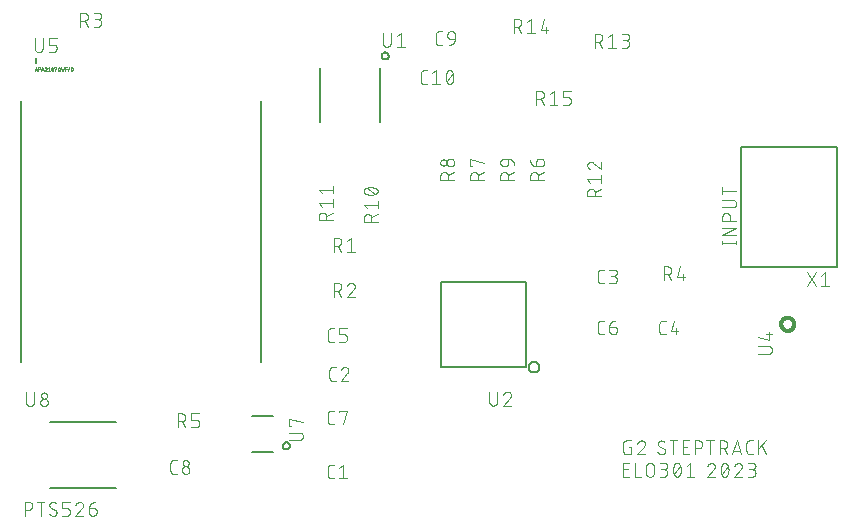
<source format=gto>
G04 EAGLE Gerber RS-274X export*
G75*
%MOMM*%
%FSLAX34Y34*%
%LPD*%
%INSilkscreen Top*%
%IPPOS*%
%AMOC8*
5,1,8,0,0,1.08239X$1,22.5*%
G01*
%ADD10C,0.101600*%
%ADD11C,0.200000*%
%ADD12C,0.127000*%
%ADD13C,0.300000*%
%ADD14C,0.025400*%
%ADD15C,0.203200*%


D10*
X597408Y408206D02*
X609092Y408206D01*
X609092Y406908D02*
X609092Y409504D01*
X597408Y409504D02*
X597408Y406908D01*
X597408Y414486D02*
X609092Y414486D01*
X609092Y420977D02*
X597408Y414486D01*
X597408Y420977D02*
X609092Y420977D01*
X609092Y426847D02*
X597408Y426847D01*
X597408Y430093D01*
X597410Y430206D01*
X597416Y430319D01*
X597426Y430432D01*
X597440Y430545D01*
X597457Y430657D01*
X597479Y430768D01*
X597504Y430878D01*
X597534Y430988D01*
X597567Y431096D01*
X597604Y431203D01*
X597644Y431309D01*
X597689Y431413D01*
X597737Y431516D01*
X597788Y431617D01*
X597843Y431716D01*
X597901Y431813D01*
X597963Y431908D01*
X598028Y432001D01*
X598096Y432091D01*
X598167Y432179D01*
X598242Y432265D01*
X598319Y432348D01*
X598399Y432428D01*
X598482Y432505D01*
X598568Y432580D01*
X598656Y432651D01*
X598746Y432719D01*
X598839Y432784D01*
X598934Y432846D01*
X599031Y432904D01*
X599130Y432959D01*
X599231Y433010D01*
X599334Y433058D01*
X599438Y433103D01*
X599544Y433143D01*
X599651Y433180D01*
X599759Y433213D01*
X599869Y433243D01*
X599979Y433268D01*
X600090Y433290D01*
X600202Y433307D01*
X600315Y433321D01*
X600428Y433331D01*
X600541Y433337D01*
X600654Y433339D01*
X600767Y433337D01*
X600880Y433331D01*
X600993Y433321D01*
X601106Y433307D01*
X601218Y433290D01*
X601329Y433268D01*
X601439Y433243D01*
X601549Y433213D01*
X601657Y433180D01*
X601764Y433143D01*
X601870Y433103D01*
X601974Y433058D01*
X602077Y433010D01*
X602178Y432959D01*
X602277Y432904D01*
X602374Y432846D01*
X602469Y432784D01*
X602562Y432719D01*
X602652Y432651D01*
X602740Y432580D01*
X602826Y432505D01*
X602909Y432428D01*
X602989Y432348D01*
X603066Y432265D01*
X603141Y432179D01*
X603212Y432091D01*
X603280Y432001D01*
X603345Y431908D01*
X603407Y431813D01*
X603465Y431716D01*
X603520Y431617D01*
X603571Y431516D01*
X603619Y431413D01*
X603664Y431309D01*
X603704Y431203D01*
X603741Y431096D01*
X603774Y430988D01*
X603804Y430878D01*
X603829Y430768D01*
X603851Y430657D01*
X603868Y430545D01*
X603882Y430432D01*
X603892Y430319D01*
X603898Y430206D01*
X603900Y430093D01*
X603899Y430093D02*
X603899Y426847D01*
X605846Y438108D02*
X597408Y438108D01*
X605846Y438107D02*
X605959Y438109D01*
X606072Y438115D01*
X606185Y438125D01*
X606298Y438139D01*
X606410Y438156D01*
X606521Y438178D01*
X606631Y438203D01*
X606741Y438233D01*
X606849Y438266D01*
X606956Y438303D01*
X607062Y438343D01*
X607166Y438388D01*
X607269Y438436D01*
X607370Y438487D01*
X607469Y438542D01*
X607566Y438600D01*
X607661Y438662D01*
X607754Y438727D01*
X607844Y438795D01*
X607932Y438866D01*
X608018Y438941D01*
X608101Y439018D01*
X608181Y439098D01*
X608258Y439181D01*
X608333Y439267D01*
X608404Y439355D01*
X608472Y439445D01*
X608537Y439538D01*
X608599Y439633D01*
X608657Y439730D01*
X608712Y439829D01*
X608763Y439930D01*
X608811Y440033D01*
X608856Y440137D01*
X608896Y440243D01*
X608933Y440350D01*
X608966Y440458D01*
X608996Y440568D01*
X609021Y440678D01*
X609043Y440789D01*
X609060Y440901D01*
X609074Y441014D01*
X609084Y441127D01*
X609090Y441240D01*
X609092Y441353D01*
X609090Y441466D01*
X609084Y441579D01*
X609074Y441692D01*
X609060Y441805D01*
X609043Y441917D01*
X609021Y442028D01*
X608996Y442138D01*
X608966Y442248D01*
X608933Y442356D01*
X608896Y442463D01*
X608856Y442569D01*
X608811Y442673D01*
X608763Y442776D01*
X608712Y442877D01*
X608657Y442976D01*
X608599Y443073D01*
X608537Y443168D01*
X608472Y443261D01*
X608404Y443351D01*
X608333Y443439D01*
X608258Y443525D01*
X608181Y443608D01*
X608101Y443688D01*
X608018Y443765D01*
X607932Y443840D01*
X607844Y443911D01*
X607754Y443979D01*
X607661Y444044D01*
X607566Y444106D01*
X607469Y444164D01*
X607370Y444219D01*
X607269Y444270D01*
X607166Y444318D01*
X607062Y444363D01*
X606956Y444403D01*
X606849Y444440D01*
X606741Y444473D01*
X606631Y444503D01*
X606521Y444528D01*
X606410Y444550D01*
X606298Y444567D01*
X606185Y444581D01*
X606072Y444591D01*
X605959Y444597D01*
X605846Y444599D01*
X597408Y444599D01*
X597408Y452402D02*
X609092Y452402D01*
X597408Y449157D02*
X597408Y455648D01*
X520023Y235599D02*
X518076Y235599D01*
X520023Y235599D02*
X520023Y229108D01*
X516128Y229108D01*
X516029Y229110D01*
X515929Y229116D01*
X515830Y229125D01*
X515732Y229138D01*
X515634Y229155D01*
X515536Y229176D01*
X515440Y229201D01*
X515345Y229229D01*
X515251Y229261D01*
X515158Y229296D01*
X515066Y229335D01*
X514976Y229378D01*
X514888Y229423D01*
X514801Y229473D01*
X514717Y229525D01*
X514634Y229581D01*
X514554Y229639D01*
X514476Y229701D01*
X514401Y229766D01*
X514328Y229834D01*
X514258Y229904D01*
X514190Y229977D01*
X514125Y230052D01*
X514063Y230130D01*
X514005Y230210D01*
X513949Y230293D01*
X513897Y230377D01*
X513847Y230464D01*
X513802Y230552D01*
X513759Y230642D01*
X513720Y230734D01*
X513685Y230827D01*
X513653Y230921D01*
X513625Y231016D01*
X513600Y231112D01*
X513579Y231210D01*
X513562Y231308D01*
X513549Y231406D01*
X513540Y231505D01*
X513534Y231605D01*
X513532Y231704D01*
X513532Y238196D01*
X513534Y238295D01*
X513540Y238395D01*
X513549Y238494D01*
X513562Y238592D01*
X513579Y238690D01*
X513600Y238788D01*
X513625Y238884D01*
X513653Y238979D01*
X513685Y239073D01*
X513720Y239166D01*
X513759Y239258D01*
X513802Y239348D01*
X513847Y239436D01*
X513897Y239523D01*
X513949Y239607D01*
X514005Y239690D01*
X514063Y239770D01*
X514125Y239848D01*
X514190Y239923D01*
X514258Y239996D01*
X514328Y240066D01*
X514401Y240134D01*
X514476Y240199D01*
X514554Y240261D01*
X514634Y240319D01*
X514717Y240375D01*
X514801Y240427D01*
X514888Y240477D01*
X514976Y240522D01*
X515066Y240565D01*
X515158Y240604D01*
X515250Y240639D01*
X515345Y240671D01*
X515440Y240699D01*
X515536Y240724D01*
X515634Y240745D01*
X515732Y240762D01*
X515830Y240775D01*
X515929Y240784D01*
X516029Y240790D01*
X516128Y240792D01*
X520023Y240792D01*
X528913Y240792D02*
X529020Y240790D01*
X529126Y240784D01*
X529232Y240774D01*
X529338Y240761D01*
X529444Y240743D01*
X529548Y240722D01*
X529652Y240697D01*
X529755Y240668D01*
X529856Y240636D01*
X529956Y240599D01*
X530055Y240559D01*
X530153Y240516D01*
X530249Y240469D01*
X530343Y240418D01*
X530435Y240364D01*
X530525Y240307D01*
X530613Y240247D01*
X530698Y240183D01*
X530781Y240116D01*
X530862Y240046D01*
X530940Y239974D01*
X531016Y239898D01*
X531088Y239820D01*
X531158Y239739D01*
X531225Y239656D01*
X531289Y239571D01*
X531349Y239483D01*
X531406Y239393D01*
X531460Y239301D01*
X531511Y239207D01*
X531558Y239111D01*
X531601Y239013D01*
X531641Y238914D01*
X531678Y238814D01*
X531710Y238713D01*
X531739Y238610D01*
X531764Y238506D01*
X531785Y238402D01*
X531803Y238296D01*
X531816Y238190D01*
X531826Y238084D01*
X531832Y237978D01*
X531834Y237871D01*
X528913Y240792D02*
X528792Y240790D01*
X528671Y240784D01*
X528551Y240774D01*
X528430Y240761D01*
X528311Y240743D01*
X528191Y240722D01*
X528073Y240697D01*
X527956Y240668D01*
X527839Y240635D01*
X527724Y240599D01*
X527610Y240558D01*
X527497Y240515D01*
X527385Y240467D01*
X527276Y240416D01*
X527168Y240361D01*
X527061Y240303D01*
X526957Y240242D01*
X526855Y240177D01*
X526755Y240109D01*
X526657Y240038D01*
X526561Y239964D01*
X526468Y239887D01*
X526378Y239806D01*
X526290Y239723D01*
X526205Y239637D01*
X526122Y239548D01*
X526043Y239457D01*
X525966Y239363D01*
X525893Y239267D01*
X525823Y239169D01*
X525756Y239068D01*
X525692Y238965D01*
X525632Y238860D01*
X525575Y238753D01*
X525521Y238645D01*
X525471Y238535D01*
X525425Y238423D01*
X525382Y238310D01*
X525343Y238195D01*
X530860Y235599D02*
X530939Y235676D01*
X531015Y235757D01*
X531088Y235840D01*
X531158Y235925D01*
X531225Y236013D01*
X531289Y236103D01*
X531349Y236195D01*
X531406Y236290D01*
X531460Y236386D01*
X531511Y236484D01*
X531558Y236584D01*
X531602Y236686D01*
X531642Y236789D01*
X531678Y236893D01*
X531710Y236999D01*
X531739Y237105D01*
X531764Y237213D01*
X531786Y237321D01*
X531803Y237431D01*
X531817Y237540D01*
X531826Y237650D01*
X531832Y237761D01*
X531834Y237871D01*
X530860Y235599D02*
X525343Y229108D01*
X531834Y229108D01*
X546382Y229108D02*
X546481Y229110D01*
X546581Y229116D01*
X546680Y229125D01*
X546778Y229138D01*
X546876Y229155D01*
X546974Y229176D01*
X547070Y229201D01*
X547165Y229229D01*
X547259Y229261D01*
X547352Y229296D01*
X547444Y229335D01*
X547534Y229378D01*
X547622Y229423D01*
X547709Y229473D01*
X547793Y229525D01*
X547876Y229581D01*
X547956Y229639D01*
X548034Y229701D01*
X548109Y229766D01*
X548182Y229834D01*
X548252Y229904D01*
X548320Y229977D01*
X548385Y230052D01*
X548447Y230130D01*
X548505Y230210D01*
X548561Y230293D01*
X548613Y230377D01*
X548663Y230464D01*
X548708Y230552D01*
X548751Y230642D01*
X548790Y230734D01*
X548825Y230827D01*
X548857Y230921D01*
X548885Y231016D01*
X548910Y231112D01*
X548931Y231210D01*
X548948Y231308D01*
X548961Y231406D01*
X548970Y231505D01*
X548976Y231605D01*
X548978Y231704D01*
X546382Y229108D02*
X546238Y229110D01*
X546093Y229116D01*
X545949Y229125D01*
X545806Y229138D01*
X545662Y229155D01*
X545519Y229176D01*
X545377Y229201D01*
X545236Y229229D01*
X545095Y229261D01*
X544955Y229297D01*
X544816Y229336D01*
X544678Y229379D01*
X544542Y229426D01*
X544406Y229476D01*
X544272Y229530D01*
X544140Y229587D01*
X544009Y229648D01*
X543880Y229712D01*
X543752Y229780D01*
X543626Y229850D01*
X543502Y229925D01*
X543381Y230002D01*
X543261Y230083D01*
X543143Y230166D01*
X543028Y230253D01*
X542915Y230343D01*
X542804Y230436D01*
X542696Y230531D01*
X542590Y230630D01*
X542487Y230731D01*
X542813Y238196D02*
X542815Y238295D01*
X542821Y238395D01*
X542830Y238494D01*
X542843Y238592D01*
X542860Y238690D01*
X542881Y238788D01*
X542906Y238884D01*
X542934Y238979D01*
X542966Y239073D01*
X543001Y239166D01*
X543040Y239258D01*
X543083Y239348D01*
X543128Y239436D01*
X543178Y239523D01*
X543230Y239607D01*
X543286Y239690D01*
X543344Y239770D01*
X543406Y239848D01*
X543471Y239923D01*
X543539Y239996D01*
X543609Y240066D01*
X543682Y240134D01*
X543757Y240199D01*
X543835Y240261D01*
X543915Y240319D01*
X543998Y240375D01*
X544082Y240427D01*
X544169Y240477D01*
X544257Y240522D01*
X544347Y240565D01*
X544439Y240604D01*
X544532Y240639D01*
X544626Y240671D01*
X544721Y240699D01*
X544818Y240724D01*
X544915Y240745D01*
X545013Y240762D01*
X545111Y240775D01*
X545210Y240784D01*
X545310Y240790D01*
X545409Y240792D01*
X545545Y240790D01*
X545681Y240784D01*
X545817Y240775D01*
X545953Y240762D01*
X546088Y240744D01*
X546222Y240724D01*
X546356Y240699D01*
X546490Y240671D01*
X546622Y240638D01*
X546753Y240603D01*
X546884Y240563D01*
X547013Y240520D01*
X547141Y240474D01*
X547267Y240423D01*
X547393Y240370D01*
X547516Y240312D01*
X547638Y240252D01*
X547758Y240188D01*
X547877Y240120D01*
X547993Y240050D01*
X548107Y239976D01*
X548220Y239899D01*
X548330Y239818D01*
X544110Y235924D02*
X544024Y235977D01*
X543940Y236034D01*
X543858Y236093D01*
X543778Y236156D01*
X543701Y236222D01*
X543626Y236290D01*
X543554Y236362D01*
X543485Y236436D01*
X543419Y236513D01*
X543356Y236592D01*
X543296Y236674D01*
X543239Y236758D01*
X543185Y236844D01*
X543135Y236932D01*
X543088Y237022D01*
X543044Y237113D01*
X543005Y237207D01*
X542968Y237301D01*
X542936Y237397D01*
X542907Y237495D01*
X542882Y237593D01*
X542861Y237692D01*
X542843Y237792D01*
X542830Y237892D01*
X542820Y237993D01*
X542814Y238095D01*
X542812Y238196D01*
X547681Y233976D02*
X547767Y233923D01*
X547851Y233866D01*
X547933Y233807D01*
X548013Y233744D01*
X548090Y233678D01*
X548165Y233610D01*
X548237Y233538D01*
X548306Y233464D01*
X548372Y233387D01*
X548435Y233308D01*
X548495Y233226D01*
X548552Y233142D01*
X548606Y233056D01*
X548656Y232968D01*
X548703Y232878D01*
X548747Y232787D01*
X548786Y232693D01*
X548823Y232599D01*
X548855Y232503D01*
X548884Y232405D01*
X548909Y232307D01*
X548930Y232208D01*
X548948Y232108D01*
X548961Y232008D01*
X548971Y231907D01*
X548977Y231805D01*
X548979Y231704D01*
X547681Y233976D02*
X544110Y235924D01*
X556020Y240792D02*
X556020Y229108D01*
X552775Y240792D02*
X559266Y240792D01*
X563846Y229108D02*
X569039Y229108D01*
X563846Y229108D02*
X563846Y240792D01*
X569039Y240792D01*
X567741Y235599D02*
X563846Y235599D01*
X573899Y240792D02*
X573899Y229108D01*
X573899Y240792D02*
X577145Y240792D01*
X577258Y240790D01*
X577371Y240784D01*
X577484Y240774D01*
X577597Y240760D01*
X577709Y240743D01*
X577820Y240721D01*
X577930Y240696D01*
X578040Y240666D01*
X578148Y240633D01*
X578255Y240596D01*
X578361Y240556D01*
X578465Y240511D01*
X578568Y240463D01*
X578669Y240412D01*
X578768Y240357D01*
X578865Y240299D01*
X578960Y240237D01*
X579053Y240172D01*
X579143Y240104D01*
X579231Y240033D01*
X579317Y239958D01*
X579400Y239881D01*
X579480Y239801D01*
X579557Y239718D01*
X579632Y239632D01*
X579703Y239544D01*
X579771Y239454D01*
X579836Y239361D01*
X579898Y239266D01*
X579956Y239169D01*
X580011Y239070D01*
X580062Y238969D01*
X580110Y238866D01*
X580155Y238762D01*
X580195Y238656D01*
X580232Y238549D01*
X580265Y238441D01*
X580295Y238331D01*
X580320Y238221D01*
X580342Y238110D01*
X580359Y237998D01*
X580373Y237885D01*
X580383Y237772D01*
X580389Y237659D01*
X580391Y237546D01*
X580389Y237433D01*
X580383Y237320D01*
X580373Y237207D01*
X580359Y237094D01*
X580342Y236982D01*
X580320Y236871D01*
X580295Y236761D01*
X580265Y236651D01*
X580232Y236543D01*
X580195Y236436D01*
X580155Y236330D01*
X580110Y236226D01*
X580062Y236123D01*
X580011Y236022D01*
X579956Y235923D01*
X579898Y235826D01*
X579836Y235731D01*
X579771Y235638D01*
X579703Y235548D01*
X579632Y235460D01*
X579557Y235374D01*
X579480Y235291D01*
X579400Y235211D01*
X579317Y235134D01*
X579231Y235059D01*
X579143Y234988D01*
X579053Y234920D01*
X578960Y234855D01*
X578865Y234793D01*
X578768Y234735D01*
X578669Y234680D01*
X578568Y234629D01*
X578465Y234581D01*
X578361Y234536D01*
X578255Y234496D01*
X578148Y234459D01*
X578040Y234426D01*
X577930Y234396D01*
X577820Y234371D01*
X577709Y234349D01*
X577597Y234332D01*
X577484Y234318D01*
X577371Y234308D01*
X577258Y234302D01*
X577145Y234300D01*
X577145Y234301D02*
X573899Y234301D01*
X587262Y229108D02*
X587262Y240792D01*
X584017Y240792D02*
X590508Y240792D01*
X595139Y240792D02*
X595139Y229108D01*
X595139Y240792D02*
X598385Y240792D01*
X598498Y240790D01*
X598611Y240784D01*
X598724Y240774D01*
X598837Y240760D01*
X598949Y240743D01*
X599060Y240721D01*
X599170Y240696D01*
X599280Y240666D01*
X599388Y240633D01*
X599495Y240596D01*
X599601Y240556D01*
X599705Y240511D01*
X599808Y240463D01*
X599909Y240412D01*
X600008Y240357D01*
X600105Y240299D01*
X600200Y240237D01*
X600293Y240172D01*
X600383Y240104D01*
X600471Y240033D01*
X600557Y239958D01*
X600640Y239881D01*
X600720Y239801D01*
X600797Y239718D01*
X600872Y239632D01*
X600943Y239544D01*
X601011Y239454D01*
X601076Y239361D01*
X601138Y239266D01*
X601196Y239169D01*
X601251Y239070D01*
X601302Y238969D01*
X601350Y238866D01*
X601395Y238762D01*
X601435Y238656D01*
X601472Y238549D01*
X601505Y238441D01*
X601535Y238331D01*
X601560Y238221D01*
X601582Y238110D01*
X601599Y237998D01*
X601613Y237885D01*
X601623Y237772D01*
X601629Y237659D01*
X601631Y237546D01*
X601629Y237433D01*
X601623Y237320D01*
X601613Y237207D01*
X601599Y237094D01*
X601582Y236982D01*
X601560Y236871D01*
X601535Y236761D01*
X601505Y236651D01*
X601472Y236543D01*
X601435Y236436D01*
X601395Y236330D01*
X601350Y236226D01*
X601302Y236123D01*
X601251Y236022D01*
X601196Y235923D01*
X601138Y235826D01*
X601076Y235731D01*
X601011Y235638D01*
X600943Y235548D01*
X600872Y235460D01*
X600797Y235374D01*
X600720Y235291D01*
X600640Y235211D01*
X600557Y235134D01*
X600471Y235059D01*
X600383Y234988D01*
X600293Y234920D01*
X600200Y234855D01*
X600105Y234793D01*
X600008Y234735D01*
X599909Y234680D01*
X599808Y234629D01*
X599705Y234581D01*
X599601Y234536D01*
X599495Y234496D01*
X599388Y234459D01*
X599280Y234426D01*
X599170Y234396D01*
X599060Y234371D01*
X598949Y234349D01*
X598837Y234332D01*
X598724Y234318D01*
X598611Y234308D01*
X598498Y234302D01*
X598385Y234300D01*
X598385Y234301D02*
X595139Y234301D01*
X599034Y234301D02*
X601630Y229108D01*
X605846Y229108D02*
X609741Y240792D01*
X613636Y229108D01*
X612662Y232029D02*
X606820Y232029D01*
X620489Y229108D02*
X623085Y229108D01*
X620489Y229108D02*
X620390Y229110D01*
X620290Y229116D01*
X620191Y229125D01*
X620093Y229138D01*
X619995Y229155D01*
X619897Y229176D01*
X619801Y229201D01*
X619706Y229229D01*
X619612Y229261D01*
X619519Y229296D01*
X619427Y229335D01*
X619337Y229378D01*
X619249Y229423D01*
X619162Y229473D01*
X619078Y229525D01*
X618995Y229581D01*
X618915Y229639D01*
X618837Y229701D01*
X618762Y229766D01*
X618689Y229834D01*
X618619Y229904D01*
X618551Y229977D01*
X618486Y230052D01*
X618424Y230130D01*
X618366Y230210D01*
X618310Y230293D01*
X618258Y230377D01*
X618208Y230464D01*
X618163Y230552D01*
X618120Y230642D01*
X618081Y230734D01*
X618046Y230827D01*
X618014Y230921D01*
X617986Y231016D01*
X617961Y231112D01*
X617940Y231210D01*
X617923Y231308D01*
X617910Y231406D01*
X617901Y231505D01*
X617895Y231605D01*
X617893Y231704D01*
X617892Y231704D02*
X617892Y238196D01*
X617893Y238196D02*
X617895Y238295D01*
X617901Y238395D01*
X617910Y238494D01*
X617923Y238592D01*
X617940Y238690D01*
X617961Y238788D01*
X617986Y238884D01*
X618014Y238979D01*
X618046Y239073D01*
X618081Y239166D01*
X618120Y239258D01*
X618163Y239348D01*
X618208Y239436D01*
X618258Y239523D01*
X618310Y239607D01*
X618366Y239690D01*
X618424Y239770D01*
X618486Y239848D01*
X618551Y239923D01*
X618619Y239996D01*
X618689Y240066D01*
X618762Y240134D01*
X618837Y240199D01*
X618915Y240261D01*
X618995Y240319D01*
X619078Y240375D01*
X619162Y240427D01*
X619249Y240477D01*
X619337Y240522D01*
X619427Y240565D01*
X619519Y240604D01*
X619611Y240639D01*
X619706Y240671D01*
X619801Y240699D01*
X619897Y240724D01*
X619995Y240745D01*
X620093Y240762D01*
X620191Y240775D01*
X620290Y240784D01*
X620390Y240790D01*
X620489Y240792D01*
X623085Y240792D01*
X628001Y240792D02*
X628001Y229108D01*
X628001Y233652D02*
X634492Y240792D01*
X630597Y236248D02*
X634492Y229108D01*
X518725Y210058D02*
X513532Y210058D01*
X513532Y221742D01*
X518725Y221742D01*
X517426Y216549D02*
X513532Y216549D01*
X523438Y221742D02*
X523438Y210058D01*
X528631Y210058D01*
X532940Y213304D02*
X532940Y218496D01*
X532942Y218609D01*
X532948Y218722D01*
X532958Y218835D01*
X532972Y218948D01*
X532989Y219060D01*
X533011Y219171D01*
X533036Y219281D01*
X533066Y219391D01*
X533099Y219499D01*
X533136Y219606D01*
X533176Y219712D01*
X533221Y219816D01*
X533269Y219919D01*
X533320Y220020D01*
X533375Y220119D01*
X533433Y220216D01*
X533495Y220311D01*
X533560Y220404D01*
X533628Y220494D01*
X533699Y220582D01*
X533774Y220668D01*
X533851Y220751D01*
X533931Y220831D01*
X534014Y220908D01*
X534100Y220983D01*
X534188Y221054D01*
X534278Y221122D01*
X534371Y221187D01*
X534466Y221249D01*
X534563Y221307D01*
X534662Y221362D01*
X534763Y221413D01*
X534866Y221461D01*
X534970Y221506D01*
X535076Y221546D01*
X535183Y221583D01*
X535291Y221616D01*
X535401Y221646D01*
X535511Y221671D01*
X535622Y221693D01*
X535734Y221710D01*
X535847Y221724D01*
X535960Y221734D01*
X536073Y221740D01*
X536186Y221742D01*
X536299Y221740D01*
X536412Y221734D01*
X536525Y221724D01*
X536638Y221710D01*
X536750Y221693D01*
X536861Y221671D01*
X536971Y221646D01*
X537081Y221616D01*
X537189Y221583D01*
X537296Y221546D01*
X537402Y221506D01*
X537506Y221461D01*
X537609Y221413D01*
X537710Y221362D01*
X537809Y221307D01*
X537906Y221249D01*
X538001Y221187D01*
X538094Y221122D01*
X538184Y221054D01*
X538272Y220983D01*
X538358Y220908D01*
X538441Y220831D01*
X538521Y220751D01*
X538598Y220668D01*
X538673Y220582D01*
X538744Y220494D01*
X538812Y220404D01*
X538877Y220311D01*
X538939Y220216D01*
X538997Y220119D01*
X539052Y220020D01*
X539103Y219919D01*
X539151Y219816D01*
X539196Y219712D01*
X539236Y219606D01*
X539273Y219499D01*
X539306Y219391D01*
X539336Y219281D01*
X539361Y219171D01*
X539383Y219060D01*
X539400Y218948D01*
X539414Y218835D01*
X539424Y218722D01*
X539430Y218609D01*
X539432Y218496D01*
X539431Y218496D02*
X539431Y213304D01*
X539432Y213304D02*
X539430Y213191D01*
X539424Y213078D01*
X539414Y212965D01*
X539400Y212852D01*
X539383Y212740D01*
X539361Y212629D01*
X539336Y212519D01*
X539306Y212409D01*
X539273Y212301D01*
X539236Y212194D01*
X539196Y212088D01*
X539151Y211984D01*
X539103Y211881D01*
X539052Y211780D01*
X538997Y211681D01*
X538939Y211584D01*
X538877Y211489D01*
X538812Y211396D01*
X538744Y211306D01*
X538673Y211218D01*
X538598Y211132D01*
X538521Y211049D01*
X538441Y210969D01*
X538358Y210892D01*
X538272Y210817D01*
X538184Y210746D01*
X538094Y210678D01*
X538001Y210613D01*
X537906Y210551D01*
X537809Y210493D01*
X537710Y210438D01*
X537609Y210387D01*
X537506Y210339D01*
X537402Y210294D01*
X537296Y210254D01*
X537189Y210217D01*
X537081Y210184D01*
X536971Y210154D01*
X536861Y210129D01*
X536750Y210107D01*
X536638Y210090D01*
X536525Y210076D01*
X536412Y210066D01*
X536299Y210060D01*
X536186Y210058D01*
X536073Y210060D01*
X535960Y210066D01*
X535847Y210076D01*
X535734Y210090D01*
X535622Y210107D01*
X535511Y210129D01*
X535401Y210154D01*
X535291Y210184D01*
X535183Y210217D01*
X535076Y210254D01*
X534970Y210294D01*
X534866Y210339D01*
X534763Y210387D01*
X534662Y210438D01*
X534563Y210493D01*
X534466Y210551D01*
X534371Y210613D01*
X534278Y210678D01*
X534188Y210746D01*
X534100Y210817D01*
X534014Y210892D01*
X533931Y210969D01*
X533851Y211049D01*
X533774Y211132D01*
X533699Y211218D01*
X533628Y211306D01*
X533560Y211396D01*
X533495Y211489D01*
X533433Y211584D01*
X533375Y211681D01*
X533320Y211780D01*
X533269Y211881D01*
X533221Y211984D01*
X533176Y212088D01*
X533136Y212194D01*
X533099Y212301D01*
X533066Y212409D01*
X533036Y212519D01*
X533011Y212629D01*
X532989Y212740D01*
X532972Y212852D01*
X532958Y212965D01*
X532948Y213078D01*
X532942Y213191D01*
X532940Y213304D01*
X544370Y210058D02*
X547616Y210058D01*
X547729Y210060D01*
X547842Y210066D01*
X547955Y210076D01*
X548068Y210090D01*
X548180Y210107D01*
X548291Y210129D01*
X548401Y210154D01*
X548511Y210184D01*
X548619Y210217D01*
X548726Y210254D01*
X548832Y210294D01*
X548936Y210339D01*
X549039Y210387D01*
X549140Y210438D01*
X549239Y210493D01*
X549336Y210551D01*
X549431Y210613D01*
X549524Y210678D01*
X549614Y210746D01*
X549702Y210817D01*
X549788Y210892D01*
X549871Y210969D01*
X549951Y211049D01*
X550028Y211132D01*
X550103Y211218D01*
X550174Y211306D01*
X550242Y211396D01*
X550307Y211489D01*
X550369Y211584D01*
X550427Y211681D01*
X550482Y211780D01*
X550533Y211881D01*
X550581Y211984D01*
X550626Y212088D01*
X550666Y212194D01*
X550703Y212301D01*
X550736Y212409D01*
X550766Y212519D01*
X550791Y212629D01*
X550813Y212740D01*
X550830Y212852D01*
X550844Y212965D01*
X550854Y213078D01*
X550860Y213191D01*
X550862Y213304D01*
X550860Y213417D01*
X550854Y213530D01*
X550844Y213643D01*
X550830Y213756D01*
X550813Y213868D01*
X550791Y213979D01*
X550766Y214089D01*
X550736Y214199D01*
X550703Y214307D01*
X550666Y214414D01*
X550626Y214520D01*
X550581Y214624D01*
X550533Y214727D01*
X550482Y214828D01*
X550427Y214927D01*
X550369Y215024D01*
X550307Y215119D01*
X550242Y215212D01*
X550174Y215302D01*
X550103Y215390D01*
X550028Y215476D01*
X549951Y215559D01*
X549871Y215639D01*
X549788Y215716D01*
X549702Y215791D01*
X549614Y215862D01*
X549524Y215930D01*
X549431Y215995D01*
X549336Y216057D01*
X549239Y216115D01*
X549140Y216170D01*
X549039Y216221D01*
X548936Y216269D01*
X548832Y216314D01*
X548726Y216354D01*
X548619Y216391D01*
X548511Y216424D01*
X548401Y216454D01*
X548291Y216479D01*
X548180Y216501D01*
X548068Y216518D01*
X547955Y216532D01*
X547842Y216542D01*
X547729Y216548D01*
X547616Y216550D01*
X548265Y221742D02*
X544370Y221742D01*
X548265Y221742D02*
X548366Y221740D01*
X548466Y221734D01*
X548566Y221724D01*
X548666Y221711D01*
X548765Y221693D01*
X548864Y221672D01*
X548961Y221647D01*
X549058Y221618D01*
X549153Y221585D01*
X549247Y221549D01*
X549339Y221509D01*
X549430Y221466D01*
X549519Y221419D01*
X549606Y221369D01*
X549692Y221315D01*
X549775Y221258D01*
X549855Y221198D01*
X549934Y221135D01*
X550010Y221068D01*
X550083Y220999D01*
X550153Y220927D01*
X550221Y220853D01*
X550286Y220776D01*
X550347Y220696D01*
X550406Y220614D01*
X550461Y220530D01*
X550513Y220444D01*
X550562Y220356D01*
X550607Y220266D01*
X550649Y220174D01*
X550687Y220081D01*
X550721Y219986D01*
X550752Y219891D01*
X550779Y219794D01*
X550802Y219696D01*
X550822Y219597D01*
X550837Y219497D01*
X550849Y219397D01*
X550857Y219297D01*
X550861Y219196D01*
X550861Y219096D01*
X550857Y218995D01*
X550849Y218895D01*
X550837Y218795D01*
X550822Y218695D01*
X550802Y218596D01*
X550779Y218498D01*
X550752Y218401D01*
X550721Y218306D01*
X550687Y218211D01*
X550649Y218118D01*
X550607Y218026D01*
X550562Y217936D01*
X550513Y217848D01*
X550461Y217762D01*
X550406Y217678D01*
X550347Y217596D01*
X550286Y217516D01*
X550221Y217439D01*
X550153Y217365D01*
X550083Y217293D01*
X550010Y217224D01*
X549934Y217157D01*
X549855Y217094D01*
X549775Y217034D01*
X549692Y216977D01*
X549606Y216923D01*
X549519Y216873D01*
X549430Y216826D01*
X549339Y216783D01*
X549247Y216743D01*
X549153Y216707D01*
X549058Y216674D01*
X548961Y216645D01*
X548864Y216620D01*
X548765Y216599D01*
X548666Y216581D01*
X548566Y216568D01*
X548466Y216558D01*
X548366Y216552D01*
X548265Y216550D01*
X548265Y216549D02*
X545668Y216549D01*
X555801Y215900D02*
X555804Y216130D01*
X555812Y216360D01*
X555826Y216589D01*
X555845Y216818D01*
X555870Y217047D01*
X555900Y217274D01*
X555935Y217502D01*
X555976Y217728D01*
X556022Y217953D01*
X556074Y218177D01*
X556131Y218399D01*
X556193Y218621D01*
X556261Y218840D01*
X556334Y219058D01*
X556412Y219275D01*
X556495Y219489D01*
X556583Y219701D01*
X556676Y219911D01*
X556775Y220119D01*
X556774Y220119D02*
X556807Y220209D01*
X556843Y220298D01*
X556883Y220386D01*
X556927Y220471D01*
X556974Y220555D01*
X557024Y220637D01*
X557078Y220717D01*
X557134Y220794D01*
X557194Y220870D01*
X557257Y220943D01*
X557322Y221013D01*
X557391Y221081D01*
X557462Y221145D01*
X557535Y221207D01*
X557611Y221266D01*
X557689Y221322D01*
X557770Y221375D01*
X557852Y221424D01*
X557936Y221470D01*
X558023Y221513D01*
X558110Y221552D01*
X558200Y221588D01*
X558290Y221620D01*
X558382Y221648D01*
X558475Y221673D01*
X558569Y221694D01*
X558663Y221711D01*
X558758Y221725D01*
X558854Y221734D01*
X558950Y221740D01*
X559046Y221742D01*
X559142Y221740D01*
X559238Y221734D01*
X559334Y221725D01*
X559429Y221711D01*
X559523Y221694D01*
X559617Y221673D01*
X559710Y221648D01*
X559802Y221620D01*
X559892Y221588D01*
X559982Y221552D01*
X560069Y221513D01*
X560156Y221470D01*
X560240Y221424D01*
X560322Y221375D01*
X560403Y221322D01*
X560481Y221266D01*
X560557Y221207D01*
X560630Y221145D01*
X560701Y221081D01*
X560770Y221013D01*
X560835Y220943D01*
X560898Y220870D01*
X560958Y220794D01*
X561014Y220717D01*
X561068Y220637D01*
X561118Y220555D01*
X561165Y220471D01*
X561209Y220386D01*
X561249Y220298D01*
X561285Y220209D01*
X561318Y220119D01*
X561417Y219912D01*
X561510Y219702D01*
X561598Y219489D01*
X561681Y219275D01*
X561759Y219059D01*
X561832Y218841D01*
X561900Y218621D01*
X561962Y218400D01*
X562019Y218177D01*
X562071Y217953D01*
X562117Y217728D01*
X562158Y217502D01*
X562193Y217275D01*
X562223Y217047D01*
X562248Y216818D01*
X562267Y216589D01*
X562281Y216360D01*
X562289Y216130D01*
X562292Y215900D01*
X555800Y215900D02*
X555803Y215670D01*
X555811Y215440D01*
X555825Y215211D01*
X555844Y214982D01*
X555869Y214753D01*
X555899Y214525D01*
X555934Y214298D01*
X555975Y214072D01*
X556021Y213847D01*
X556073Y213623D01*
X556130Y213400D01*
X556192Y213179D01*
X556260Y212959D01*
X556333Y212741D01*
X556411Y212525D01*
X556494Y212311D01*
X556582Y212099D01*
X556675Y211888D01*
X556774Y211681D01*
X556807Y211591D01*
X556843Y211502D01*
X556884Y211414D01*
X556927Y211329D01*
X556974Y211245D01*
X557024Y211163D01*
X557078Y211083D01*
X557134Y211006D01*
X557194Y210930D01*
X557257Y210857D01*
X557322Y210787D01*
X557391Y210719D01*
X557462Y210655D01*
X557535Y210593D01*
X557611Y210534D01*
X557689Y210478D01*
X557770Y210425D01*
X557852Y210376D01*
X557936Y210330D01*
X558023Y210287D01*
X558110Y210248D01*
X558200Y210212D01*
X558290Y210180D01*
X558382Y210152D01*
X558475Y210127D01*
X558569Y210106D01*
X558663Y210089D01*
X558758Y210075D01*
X558854Y210066D01*
X558950Y210060D01*
X559046Y210058D01*
X561318Y211681D02*
X561417Y211888D01*
X561510Y212099D01*
X561598Y212311D01*
X561681Y212525D01*
X561759Y212741D01*
X561832Y212959D01*
X561900Y213179D01*
X561962Y213400D01*
X562019Y213623D01*
X562071Y213847D01*
X562117Y214072D01*
X562158Y214298D01*
X562193Y214525D01*
X562223Y214753D01*
X562248Y214982D01*
X562267Y215211D01*
X562281Y215440D01*
X562289Y215670D01*
X562292Y215900D01*
X561318Y211681D02*
X561285Y211591D01*
X561249Y211502D01*
X561209Y211414D01*
X561165Y211329D01*
X561118Y211245D01*
X561068Y211163D01*
X561014Y211083D01*
X560958Y211006D01*
X560898Y210930D01*
X560835Y210857D01*
X560770Y210787D01*
X560701Y210719D01*
X560630Y210655D01*
X560557Y210593D01*
X560481Y210534D01*
X560403Y210478D01*
X560322Y210425D01*
X560240Y210376D01*
X560156Y210330D01*
X560069Y210287D01*
X559982Y210248D01*
X559892Y210212D01*
X559802Y210180D01*
X559710Y210152D01*
X559617Y210127D01*
X559523Y210106D01*
X559429Y210089D01*
X559334Y210075D01*
X559238Y210066D01*
X559142Y210060D01*
X559046Y210058D01*
X556449Y212654D02*
X561642Y219146D01*
X567230Y219146D02*
X570476Y221742D01*
X570476Y210058D01*
X573721Y210058D02*
X567230Y210058D01*
X588326Y221742D02*
X588433Y221740D01*
X588539Y221734D01*
X588645Y221724D01*
X588751Y221711D01*
X588857Y221693D01*
X588961Y221672D01*
X589065Y221647D01*
X589168Y221618D01*
X589269Y221586D01*
X589369Y221549D01*
X589468Y221509D01*
X589566Y221466D01*
X589662Y221419D01*
X589756Y221368D01*
X589848Y221314D01*
X589938Y221257D01*
X590026Y221197D01*
X590111Y221133D01*
X590194Y221066D01*
X590275Y220996D01*
X590353Y220924D01*
X590429Y220848D01*
X590501Y220770D01*
X590571Y220689D01*
X590638Y220606D01*
X590702Y220521D01*
X590762Y220433D01*
X590819Y220343D01*
X590873Y220251D01*
X590924Y220157D01*
X590971Y220061D01*
X591014Y219963D01*
X591054Y219864D01*
X591091Y219764D01*
X591123Y219663D01*
X591152Y219560D01*
X591177Y219456D01*
X591198Y219352D01*
X591216Y219246D01*
X591229Y219140D01*
X591239Y219034D01*
X591245Y218928D01*
X591247Y218821D01*
X588326Y221742D02*
X588205Y221740D01*
X588084Y221734D01*
X587964Y221724D01*
X587843Y221711D01*
X587724Y221693D01*
X587604Y221672D01*
X587486Y221647D01*
X587369Y221618D01*
X587252Y221585D01*
X587137Y221549D01*
X587023Y221508D01*
X586910Y221465D01*
X586798Y221417D01*
X586689Y221366D01*
X586581Y221311D01*
X586474Y221253D01*
X586370Y221192D01*
X586268Y221127D01*
X586168Y221059D01*
X586070Y220988D01*
X585974Y220914D01*
X585881Y220837D01*
X585791Y220756D01*
X585703Y220673D01*
X585618Y220587D01*
X585535Y220498D01*
X585456Y220407D01*
X585379Y220313D01*
X585306Y220217D01*
X585236Y220119D01*
X585169Y220018D01*
X585105Y219915D01*
X585045Y219810D01*
X584988Y219703D01*
X584934Y219595D01*
X584884Y219485D01*
X584838Y219373D01*
X584795Y219260D01*
X584756Y219145D01*
X590274Y216549D02*
X590353Y216626D01*
X590429Y216707D01*
X590502Y216790D01*
X590572Y216875D01*
X590639Y216963D01*
X590703Y217053D01*
X590763Y217145D01*
X590820Y217240D01*
X590874Y217336D01*
X590925Y217434D01*
X590972Y217534D01*
X591016Y217636D01*
X591056Y217739D01*
X591092Y217843D01*
X591124Y217949D01*
X591153Y218055D01*
X591178Y218163D01*
X591200Y218271D01*
X591217Y218381D01*
X591231Y218490D01*
X591240Y218600D01*
X591246Y218711D01*
X591248Y218821D01*
X590274Y216549D02*
X584756Y210058D01*
X591247Y210058D01*
X596187Y215900D02*
X596190Y216130D01*
X596198Y216360D01*
X596212Y216589D01*
X596231Y216818D01*
X596256Y217047D01*
X596286Y217274D01*
X596321Y217502D01*
X596362Y217728D01*
X596408Y217953D01*
X596460Y218177D01*
X596517Y218399D01*
X596579Y218621D01*
X596647Y218840D01*
X596720Y219058D01*
X596798Y219275D01*
X596881Y219489D01*
X596969Y219701D01*
X597062Y219911D01*
X597161Y220119D01*
X597160Y220119D02*
X597193Y220209D01*
X597229Y220298D01*
X597269Y220386D01*
X597313Y220471D01*
X597360Y220555D01*
X597410Y220637D01*
X597464Y220717D01*
X597520Y220794D01*
X597580Y220870D01*
X597643Y220943D01*
X597708Y221013D01*
X597777Y221081D01*
X597848Y221145D01*
X597921Y221207D01*
X597997Y221266D01*
X598075Y221322D01*
X598156Y221375D01*
X598238Y221424D01*
X598322Y221470D01*
X598409Y221513D01*
X598496Y221552D01*
X598586Y221588D01*
X598676Y221620D01*
X598768Y221648D01*
X598861Y221673D01*
X598955Y221694D01*
X599049Y221711D01*
X599144Y221725D01*
X599240Y221734D01*
X599336Y221740D01*
X599432Y221742D01*
X599528Y221740D01*
X599624Y221734D01*
X599720Y221725D01*
X599815Y221711D01*
X599909Y221694D01*
X600003Y221673D01*
X600096Y221648D01*
X600188Y221620D01*
X600278Y221588D01*
X600368Y221552D01*
X600455Y221513D01*
X600542Y221470D01*
X600626Y221424D01*
X600708Y221375D01*
X600789Y221322D01*
X600867Y221266D01*
X600943Y221207D01*
X601016Y221145D01*
X601087Y221081D01*
X601156Y221013D01*
X601221Y220943D01*
X601284Y220870D01*
X601344Y220794D01*
X601400Y220717D01*
X601454Y220637D01*
X601504Y220555D01*
X601551Y220471D01*
X601595Y220386D01*
X601635Y220298D01*
X601671Y220209D01*
X601704Y220119D01*
X601803Y219912D01*
X601896Y219702D01*
X601984Y219489D01*
X602067Y219275D01*
X602145Y219059D01*
X602218Y218841D01*
X602286Y218621D01*
X602348Y218400D01*
X602405Y218177D01*
X602457Y217953D01*
X602503Y217728D01*
X602544Y217502D01*
X602579Y217275D01*
X602609Y217047D01*
X602634Y216818D01*
X602653Y216589D01*
X602667Y216360D01*
X602675Y216130D01*
X602678Y215900D01*
X596186Y215900D02*
X596189Y215670D01*
X596197Y215440D01*
X596211Y215211D01*
X596230Y214982D01*
X596255Y214753D01*
X596285Y214525D01*
X596320Y214298D01*
X596361Y214072D01*
X596407Y213847D01*
X596459Y213623D01*
X596516Y213400D01*
X596578Y213179D01*
X596646Y212959D01*
X596719Y212741D01*
X596797Y212525D01*
X596880Y212311D01*
X596968Y212099D01*
X597061Y211888D01*
X597160Y211681D01*
X597193Y211591D01*
X597229Y211502D01*
X597270Y211414D01*
X597313Y211329D01*
X597360Y211245D01*
X597410Y211163D01*
X597464Y211083D01*
X597520Y211006D01*
X597580Y210930D01*
X597643Y210857D01*
X597708Y210787D01*
X597777Y210719D01*
X597848Y210655D01*
X597921Y210593D01*
X597997Y210534D01*
X598075Y210478D01*
X598156Y210425D01*
X598238Y210376D01*
X598322Y210330D01*
X598409Y210287D01*
X598496Y210248D01*
X598586Y210212D01*
X598676Y210180D01*
X598768Y210152D01*
X598861Y210127D01*
X598955Y210106D01*
X599049Y210089D01*
X599144Y210075D01*
X599240Y210066D01*
X599336Y210060D01*
X599432Y210058D01*
X601703Y211681D02*
X601802Y211888D01*
X601895Y212099D01*
X601983Y212311D01*
X602066Y212525D01*
X602144Y212741D01*
X602217Y212959D01*
X602285Y213179D01*
X602347Y213400D01*
X602404Y213623D01*
X602456Y213847D01*
X602502Y214072D01*
X602543Y214298D01*
X602578Y214525D01*
X602608Y214753D01*
X602633Y214982D01*
X602652Y215211D01*
X602666Y215440D01*
X602674Y215670D01*
X602677Y215900D01*
X601704Y211681D02*
X601671Y211591D01*
X601635Y211502D01*
X601595Y211414D01*
X601551Y211329D01*
X601504Y211245D01*
X601454Y211163D01*
X601400Y211083D01*
X601344Y211006D01*
X601284Y210930D01*
X601221Y210857D01*
X601156Y210787D01*
X601087Y210719D01*
X601016Y210655D01*
X600943Y210593D01*
X600867Y210534D01*
X600789Y210478D01*
X600708Y210425D01*
X600626Y210376D01*
X600542Y210330D01*
X600455Y210287D01*
X600368Y210248D01*
X600278Y210212D01*
X600188Y210180D01*
X600096Y210152D01*
X600003Y210127D01*
X599909Y210106D01*
X599815Y210089D01*
X599720Y210075D01*
X599624Y210066D01*
X599528Y210060D01*
X599432Y210058D01*
X596835Y212654D02*
X602028Y219146D01*
X611186Y221742D02*
X611293Y221740D01*
X611399Y221734D01*
X611505Y221724D01*
X611611Y221711D01*
X611717Y221693D01*
X611821Y221672D01*
X611925Y221647D01*
X612028Y221618D01*
X612129Y221586D01*
X612229Y221549D01*
X612328Y221509D01*
X612426Y221466D01*
X612522Y221419D01*
X612616Y221368D01*
X612708Y221314D01*
X612798Y221257D01*
X612886Y221197D01*
X612971Y221133D01*
X613054Y221066D01*
X613135Y220996D01*
X613213Y220924D01*
X613289Y220848D01*
X613361Y220770D01*
X613431Y220689D01*
X613498Y220606D01*
X613562Y220521D01*
X613622Y220433D01*
X613679Y220343D01*
X613733Y220251D01*
X613784Y220157D01*
X613831Y220061D01*
X613874Y219963D01*
X613914Y219864D01*
X613951Y219764D01*
X613983Y219663D01*
X614012Y219560D01*
X614037Y219456D01*
X614058Y219352D01*
X614076Y219246D01*
X614089Y219140D01*
X614099Y219034D01*
X614105Y218928D01*
X614107Y218821D01*
X611186Y221742D02*
X611065Y221740D01*
X610944Y221734D01*
X610824Y221724D01*
X610703Y221711D01*
X610584Y221693D01*
X610464Y221672D01*
X610346Y221647D01*
X610229Y221618D01*
X610112Y221585D01*
X609997Y221549D01*
X609883Y221508D01*
X609770Y221465D01*
X609658Y221417D01*
X609549Y221366D01*
X609441Y221311D01*
X609334Y221253D01*
X609230Y221192D01*
X609128Y221127D01*
X609028Y221059D01*
X608930Y220988D01*
X608834Y220914D01*
X608741Y220837D01*
X608651Y220756D01*
X608563Y220673D01*
X608478Y220587D01*
X608395Y220498D01*
X608316Y220407D01*
X608239Y220313D01*
X608166Y220217D01*
X608096Y220119D01*
X608029Y220018D01*
X607965Y219915D01*
X607905Y219810D01*
X607848Y219703D01*
X607794Y219595D01*
X607744Y219485D01*
X607698Y219373D01*
X607655Y219260D01*
X607616Y219145D01*
X613134Y216549D02*
X613213Y216626D01*
X613289Y216707D01*
X613362Y216790D01*
X613432Y216875D01*
X613499Y216963D01*
X613563Y217053D01*
X613623Y217145D01*
X613680Y217240D01*
X613734Y217336D01*
X613785Y217434D01*
X613832Y217534D01*
X613876Y217636D01*
X613916Y217739D01*
X613952Y217843D01*
X613984Y217949D01*
X614013Y218055D01*
X614038Y218163D01*
X614060Y218271D01*
X614077Y218381D01*
X614091Y218490D01*
X614100Y218600D01*
X614106Y218711D01*
X614108Y218821D01*
X613133Y216549D02*
X607616Y210058D01*
X614107Y210058D01*
X619046Y210058D02*
X622292Y210058D01*
X622405Y210060D01*
X622518Y210066D01*
X622631Y210076D01*
X622744Y210090D01*
X622856Y210107D01*
X622967Y210129D01*
X623077Y210154D01*
X623187Y210184D01*
X623295Y210217D01*
X623402Y210254D01*
X623508Y210294D01*
X623612Y210339D01*
X623715Y210387D01*
X623816Y210438D01*
X623915Y210493D01*
X624012Y210551D01*
X624107Y210613D01*
X624200Y210678D01*
X624290Y210746D01*
X624378Y210817D01*
X624464Y210892D01*
X624547Y210969D01*
X624627Y211049D01*
X624704Y211132D01*
X624779Y211218D01*
X624850Y211306D01*
X624918Y211396D01*
X624983Y211489D01*
X625045Y211584D01*
X625103Y211681D01*
X625158Y211780D01*
X625209Y211881D01*
X625257Y211984D01*
X625302Y212088D01*
X625342Y212194D01*
X625379Y212301D01*
X625412Y212409D01*
X625442Y212519D01*
X625467Y212629D01*
X625489Y212740D01*
X625506Y212852D01*
X625520Y212965D01*
X625530Y213078D01*
X625536Y213191D01*
X625538Y213304D01*
X625536Y213417D01*
X625530Y213530D01*
X625520Y213643D01*
X625506Y213756D01*
X625489Y213868D01*
X625467Y213979D01*
X625442Y214089D01*
X625412Y214199D01*
X625379Y214307D01*
X625342Y214414D01*
X625302Y214520D01*
X625257Y214624D01*
X625209Y214727D01*
X625158Y214828D01*
X625103Y214927D01*
X625045Y215024D01*
X624983Y215119D01*
X624918Y215212D01*
X624850Y215302D01*
X624779Y215390D01*
X624704Y215476D01*
X624627Y215559D01*
X624547Y215639D01*
X624464Y215716D01*
X624378Y215791D01*
X624290Y215862D01*
X624200Y215930D01*
X624107Y215995D01*
X624012Y216057D01*
X623915Y216115D01*
X623816Y216170D01*
X623715Y216221D01*
X623612Y216269D01*
X623508Y216314D01*
X623402Y216354D01*
X623295Y216391D01*
X623187Y216424D01*
X623077Y216454D01*
X622967Y216479D01*
X622856Y216501D01*
X622744Y216518D01*
X622631Y216532D01*
X622518Y216542D01*
X622405Y216548D01*
X622292Y216550D01*
X622941Y221742D02*
X619046Y221742D01*
X622941Y221742D02*
X623042Y221740D01*
X623142Y221734D01*
X623242Y221724D01*
X623342Y221711D01*
X623441Y221693D01*
X623540Y221672D01*
X623637Y221647D01*
X623734Y221618D01*
X623829Y221585D01*
X623923Y221549D01*
X624015Y221509D01*
X624106Y221466D01*
X624195Y221419D01*
X624282Y221369D01*
X624368Y221315D01*
X624451Y221258D01*
X624531Y221198D01*
X624610Y221135D01*
X624686Y221068D01*
X624759Y220999D01*
X624829Y220927D01*
X624897Y220853D01*
X624962Y220776D01*
X625023Y220696D01*
X625082Y220614D01*
X625137Y220530D01*
X625189Y220444D01*
X625238Y220356D01*
X625283Y220266D01*
X625325Y220174D01*
X625363Y220081D01*
X625397Y219986D01*
X625428Y219891D01*
X625455Y219794D01*
X625478Y219696D01*
X625498Y219597D01*
X625513Y219497D01*
X625525Y219397D01*
X625533Y219297D01*
X625537Y219196D01*
X625537Y219096D01*
X625533Y218995D01*
X625525Y218895D01*
X625513Y218795D01*
X625498Y218695D01*
X625478Y218596D01*
X625455Y218498D01*
X625428Y218401D01*
X625397Y218306D01*
X625363Y218211D01*
X625325Y218118D01*
X625283Y218026D01*
X625238Y217936D01*
X625189Y217848D01*
X625137Y217762D01*
X625082Y217678D01*
X625023Y217596D01*
X624962Y217516D01*
X624897Y217439D01*
X624829Y217365D01*
X624759Y217293D01*
X624686Y217224D01*
X624610Y217157D01*
X624531Y217094D01*
X624451Y217034D01*
X624368Y216977D01*
X624282Y216923D01*
X624195Y216873D01*
X624106Y216826D01*
X624015Y216783D01*
X623923Y216743D01*
X623829Y216707D01*
X623734Y216674D01*
X623637Y216645D01*
X623540Y216620D01*
X623441Y216599D01*
X623342Y216581D01*
X623242Y216568D01*
X623142Y216558D01*
X623042Y216552D01*
X622941Y216550D01*
X622941Y216549D02*
X620344Y216549D01*
X268751Y208648D02*
X266154Y208648D01*
X266055Y208650D01*
X265955Y208656D01*
X265856Y208665D01*
X265758Y208678D01*
X265660Y208695D01*
X265562Y208716D01*
X265466Y208741D01*
X265371Y208769D01*
X265277Y208801D01*
X265184Y208836D01*
X265092Y208875D01*
X265002Y208918D01*
X264914Y208963D01*
X264827Y209013D01*
X264743Y209065D01*
X264660Y209121D01*
X264580Y209179D01*
X264502Y209241D01*
X264427Y209306D01*
X264354Y209374D01*
X264284Y209444D01*
X264216Y209517D01*
X264151Y209592D01*
X264089Y209670D01*
X264031Y209750D01*
X263975Y209833D01*
X263923Y209917D01*
X263873Y210004D01*
X263828Y210092D01*
X263785Y210182D01*
X263746Y210274D01*
X263711Y210367D01*
X263679Y210461D01*
X263651Y210556D01*
X263626Y210652D01*
X263605Y210750D01*
X263588Y210848D01*
X263575Y210946D01*
X263566Y211045D01*
X263560Y211145D01*
X263558Y211244D01*
X263558Y217736D01*
X263560Y217835D01*
X263566Y217935D01*
X263575Y218034D01*
X263588Y218132D01*
X263605Y218230D01*
X263626Y218328D01*
X263651Y218424D01*
X263679Y218519D01*
X263711Y218613D01*
X263746Y218706D01*
X263785Y218798D01*
X263828Y218888D01*
X263873Y218976D01*
X263923Y219063D01*
X263975Y219147D01*
X264031Y219230D01*
X264089Y219310D01*
X264151Y219388D01*
X264216Y219463D01*
X264284Y219536D01*
X264354Y219606D01*
X264427Y219674D01*
X264502Y219739D01*
X264580Y219801D01*
X264660Y219859D01*
X264743Y219915D01*
X264827Y219967D01*
X264914Y220017D01*
X265002Y220062D01*
X265092Y220105D01*
X265184Y220144D01*
X265276Y220179D01*
X265371Y220211D01*
X265466Y220239D01*
X265562Y220264D01*
X265660Y220285D01*
X265758Y220302D01*
X265856Y220315D01*
X265955Y220324D01*
X266055Y220330D01*
X266154Y220332D01*
X268751Y220332D01*
X273116Y217736D02*
X276362Y220332D01*
X276362Y208648D01*
X279607Y208648D02*
X273116Y208648D01*
X344894Y542658D02*
X347491Y542658D01*
X344894Y542658D02*
X344795Y542660D01*
X344695Y542666D01*
X344596Y542675D01*
X344498Y542688D01*
X344400Y542705D01*
X344302Y542726D01*
X344206Y542751D01*
X344111Y542779D01*
X344017Y542811D01*
X343924Y542846D01*
X343832Y542885D01*
X343742Y542928D01*
X343654Y542973D01*
X343567Y543023D01*
X343483Y543075D01*
X343400Y543131D01*
X343320Y543189D01*
X343242Y543251D01*
X343167Y543316D01*
X343094Y543384D01*
X343024Y543454D01*
X342956Y543527D01*
X342891Y543602D01*
X342829Y543680D01*
X342771Y543760D01*
X342715Y543843D01*
X342663Y543927D01*
X342613Y544014D01*
X342568Y544102D01*
X342525Y544192D01*
X342486Y544284D01*
X342451Y544377D01*
X342419Y544471D01*
X342391Y544566D01*
X342366Y544662D01*
X342345Y544760D01*
X342328Y544858D01*
X342315Y544956D01*
X342306Y545055D01*
X342300Y545155D01*
X342298Y545254D01*
X342298Y551746D01*
X342300Y551845D01*
X342306Y551945D01*
X342315Y552044D01*
X342328Y552142D01*
X342345Y552240D01*
X342366Y552338D01*
X342391Y552434D01*
X342419Y552529D01*
X342451Y552623D01*
X342486Y552716D01*
X342525Y552808D01*
X342568Y552898D01*
X342613Y552986D01*
X342663Y553073D01*
X342715Y553157D01*
X342771Y553240D01*
X342829Y553320D01*
X342891Y553398D01*
X342956Y553473D01*
X343024Y553546D01*
X343094Y553616D01*
X343167Y553684D01*
X343242Y553749D01*
X343320Y553811D01*
X343400Y553869D01*
X343483Y553925D01*
X343567Y553977D01*
X343654Y554027D01*
X343742Y554072D01*
X343832Y554115D01*
X343924Y554154D01*
X344016Y554189D01*
X344111Y554221D01*
X344206Y554249D01*
X344302Y554274D01*
X344400Y554295D01*
X344498Y554312D01*
X344596Y554325D01*
X344695Y554334D01*
X344795Y554340D01*
X344894Y554342D01*
X347491Y554342D01*
X351856Y551746D02*
X355102Y554342D01*
X355102Y542658D01*
X358347Y542658D02*
X351856Y542658D01*
X363287Y548500D02*
X363290Y548730D01*
X363298Y548960D01*
X363312Y549189D01*
X363331Y549418D01*
X363356Y549647D01*
X363386Y549874D01*
X363421Y550102D01*
X363462Y550328D01*
X363508Y550553D01*
X363560Y550777D01*
X363617Y550999D01*
X363679Y551221D01*
X363747Y551440D01*
X363820Y551658D01*
X363898Y551875D01*
X363981Y552089D01*
X364069Y552301D01*
X364162Y552511D01*
X364261Y552719D01*
X364260Y552719D02*
X364293Y552809D01*
X364329Y552898D01*
X364369Y552986D01*
X364413Y553071D01*
X364460Y553155D01*
X364510Y553237D01*
X364564Y553317D01*
X364620Y553394D01*
X364680Y553470D01*
X364743Y553543D01*
X364808Y553613D01*
X364877Y553681D01*
X364948Y553745D01*
X365021Y553807D01*
X365097Y553866D01*
X365175Y553922D01*
X365256Y553975D01*
X365338Y554024D01*
X365422Y554070D01*
X365509Y554113D01*
X365596Y554152D01*
X365686Y554188D01*
X365776Y554220D01*
X365868Y554248D01*
X365961Y554273D01*
X366055Y554294D01*
X366149Y554311D01*
X366244Y554325D01*
X366340Y554334D01*
X366436Y554340D01*
X366532Y554342D01*
X366628Y554340D01*
X366724Y554334D01*
X366820Y554325D01*
X366915Y554311D01*
X367009Y554294D01*
X367103Y554273D01*
X367196Y554248D01*
X367288Y554220D01*
X367378Y554188D01*
X367468Y554152D01*
X367555Y554113D01*
X367642Y554070D01*
X367726Y554024D01*
X367808Y553975D01*
X367889Y553922D01*
X367967Y553866D01*
X368043Y553807D01*
X368116Y553745D01*
X368187Y553681D01*
X368256Y553613D01*
X368321Y553543D01*
X368384Y553470D01*
X368444Y553394D01*
X368500Y553317D01*
X368554Y553237D01*
X368604Y553155D01*
X368651Y553071D01*
X368695Y552986D01*
X368735Y552898D01*
X368771Y552809D01*
X368804Y552719D01*
X368903Y552512D01*
X368996Y552302D01*
X369084Y552089D01*
X369167Y551875D01*
X369245Y551659D01*
X369318Y551441D01*
X369386Y551221D01*
X369448Y551000D01*
X369505Y550777D01*
X369557Y550553D01*
X369603Y550328D01*
X369644Y550102D01*
X369679Y549875D01*
X369709Y549647D01*
X369734Y549418D01*
X369753Y549189D01*
X369767Y548960D01*
X369775Y548730D01*
X369778Y548500D01*
X363286Y548500D02*
X363289Y548270D01*
X363297Y548040D01*
X363311Y547811D01*
X363330Y547582D01*
X363355Y547353D01*
X363385Y547125D01*
X363420Y546898D01*
X363461Y546672D01*
X363507Y546447D01*
X363559Y546223D01*
X363616Y546000D01*
X363678Y545779D01*
X363746Y545559D01*
X363819Y545341D01*
X363897Y545125D01*
X363980Y544911D01*
X364068Y544699D01*
X364161Y544488D01*
X364260Y544281D01*
X364293Y544191D01*
X364329Y544102D01*
X364370Y544014D01*
X364413Y543929D01*
X364460Y543845D01*
X364510Y543763D01*
X364564Y543683D01*
X364620Y543606D01*
X364680Y543530D01*
X364743Y543457D01*
X364808Y543387D01*
X364877Y543319D01*
X364948Y543255D01*
X365021Y543193D01*
X365097Y543134D01*
X365175Y543078D01*
X365256Y543025D01*
X365338Y542976D01*
X365422Y542930D01*
X365509Y542887D01*
X365596Y542848D01*
X365686Y542812D01*
X365776Y542780D01*
X365868Y542752D01*
X365961Y542727D01*
X366055Y542706D01*
X366149Y542689D01*
X366244Y542675D01*
X366340Y542666D01*
X366436Y542660D01*
X366532Y542658D01*
X368804Y544281D02*
X368903Y544488D01*
X368996Y544699D01*
X369084Y544911D01*
X369167Y545125D01*
X369245Y545341D01*
X369318Y545559D01*
X369386Y545779D01*
X369448Y546000D01*
X369505Y546223D01*
X369557Y546447D01*
X369603Y546672D01*
X369644Y546898D01*
X369679Y547125D01*
X369709Y547353D01*
X369734Y547582D01*
X369753Y547811D01*
X369767Y548040D01*
X369775Y548270D01*
X369778Y548500D01*
X368804Y544281D02*
X368771Y544191D01*
X368735Y544102D01*
X368695Y544014D01*
X368651Y543929D01*
X368604Y543845D01*
X368554Y543763D01*
X368500Y543683D01*
X368444Y543606D01*
X368384Y543530D01*
X368321Y543457D01*
X368256Y543387D01*
X368187Y543319D01*
X368116Y543255D01*
X368043Y543193D01*
X367967Y543134D01*
X367889Y543078D01*
X367808Y543025D01*
X367726Y542976D01*
X367642Y542930D01*
X367555Y542887D01*
X367468Y542848D01*
X367378Y542812D01*
X367288Y542780D01*
X367196Y542752D01*
X367103Y542727D01*
X367009Y542706D01*
X366915Y542689D01*
X366820Y542675D01*
X366724Y542666D01*
X366628Y542660D01*
X366532Y542658D01*
X363935Y545254D02*
X369128Y551746D01*
X270021Y291198D02*
X267424Y291198D01*
X267325Y291200D01*
X267225Y291206D01*
X267126Y291215D01*
X267028Y291228D01*
X266930Y291245D01*
X266832Y291266D01*
X266736Y291291D01*
X266641Y291319D01*
X266547Y291351D01*
X266454Y291386D01*
X266362Y291425D01*
X266272Y291468D01*
X266184Y291513D01*
X266097Y291563D01*
X266013Y291615D01*
X265930Y291671D01*
X265850Y291729D01*
X265772Y291791D01*
X265697Y291856D01*
X265624Y291924D01*
X265554Y291994D01*
X265486Y292067D01*
X265421Y292142D01*
X265359Y292220D01*
X265301Y292300D01*
X265245Y292383D01*
X265193Y292467D01*
X265143Y292554D01*
X265098Y292642D01*
X265055Y292732D01*
X265016Y292824D01*
X264981Y292917D01*
X264949Y293011D01*
X264921Y293106D01*
X264896Y293202D01*
X264875Y293300D01*
X264858Y293398D01*
X264845Y293496D01*
X264836Y293595D01*
X264830Y293695D01*
X264828Y293794D01*
X264828Y300286D01*
X264830Y300385D01*
X264836Y300485D01*
X264845Y300584D01*
X264858Y300682D01*
X264875Y300780D01*
X264896Y300878D01*
X264921Y300974D01*
X264949Y301069D01*
X264981Y301163D01*
X265016Y301256D01*
X265055Y301348D01*
X265098Y301438D01*
X265143Y301526D01*
X265193Y301613D01*
X265245Y301697D01*
X265301Y301780D01*
X265359Y301860D01*
X265421Y301938D01*
X265486Y302013D01*
X265554Y302086D01*
X265624Y302156D01*
X265697Y302224D01*
X265772Y302289D01*
X265850Y302351D01*
X265930Y302409D01*
X266013Y302465D01*
X266097Y302517D01*
X266184Y302567D01*
X266272Y302612D01*
X266362Y302655D01*
X266454Y302694D01*
X266546Y302729D01*
X266641Y302761D01*
X266736Y302789D01*
X266832Y302814D01*
X266930Y302835D01*
X267028Y302852D01*
X267126Y302865D01*
X267225Y302874D01*
X267325Y302880D01*
X267424Y302882D01*
X270021Y302882D01*
X277956Y302882D02*
X278063Y302880D01*
X278169Y302874D01*
X278275Y302864D01*
X278381Y302851D01*
X278487Y302833D01*
X278591Y302812D01*
X278695Y302787D01*
X278798Y302758D01*
X278899Y302726D01*
X278999Y302689D01*
X279098Y302649D01*
X279196Y302606D01*
X279292Y302559D01*
X279386Y302508D01*
X279478Y302454D01*
X279568Y302397D01*
X279656Y302337D01*
X279741Y302273D01*
X279824Y302206D01*
X279905Y302136D01*
X279983Y302064D01*
X280059Y301988D01*
X280131Y301910D01*
X280201Y301829D01*
X280268Y301746D01*
X280332Y301661D01*
X280392Y301573D01*
X280449Y301483D01*
X280503Y301391D01*
X280554Y301297D01*
X280601Y301201D01*
X280644Y301103D01*
X280684Y301004D01*
X280721Y300904D01*
X280753Y300803D01*
X280782Y300700D01*
X280807Y300596D01*
X280828Y300492D01*
X280846Y300386D01*
X280859Y300280D01*
X280869Y300174D01*
X280875Y300068D01*
X280877Y299961D01*
X277956Y302882D02*
X277835Y302880D01*
X277714Y302874D01*
X277594Y302864D01*
X277473Y302851D01*
X277354Y302833D01*
X277234Y302812D01*
X277116Y302787D01*
X276999Y302758D01*
X276882Y302725D01*
X276767Y302689D01*
X276653Y302648D01*
X276540Y302605D01*
X276428Y302557D01*
X276319Y302506D01*
X276211Y302451D01*
X276104Y302393D01*
X276000Y302332D01*
X275898Y302267D01*
X275798Y302199D01*
X275700Y302128D01*
X275604Y302054D01*
X275511Y301977D01*
X275421Y301896D01*
X275333Y301813D01*
X275248Y301727D01*
X275165Y301638D01*
X275086Y301547D01*
X275009Y301453D01*
X274936Y301357D01*
X274866Y301259D01*
X274799Y301158D01*
X274735Y301055D01*
X274675Y300950D01*
X274618Y300843D01*
X274564Y300735D01*
X274514Y300625D01*
X274468Y300513D01*
X274425Y300400D01*
X274386Y300285D01*
X279904Y297689D02*
X279983Y297766D01*
X280059Y297847D01*
X280132Y297930D01*
X280202Y298015D01*
X280269Y298103D01*
X280333Y298193D01*
X280393Y298285D01*
X280450Y298380D01*
X280504Y298476D01*
X280555Y298574D01*
X280602Y298674D01*
X280646Y298776D01*
X280686Y298879D01*
X280722Y298983D01*
X280754Y299089D01*
X280783Y299195D01*
X280808Y299303D01*
X280830Y299411D01*
X280847Y299521D01*
X280861Y299630D01*
X280870Y299740D01*
X280876Y299851D01*
X280878Y299961D01*
X279904Y297689D02*
X274386Y291198D01*
X280877Y291198D01*
X494754Y373748D02*
X497351Y373748D01*
X494754Y373748D02*
X494655Y373750D01*
X494555Y373756D01*
X494456Y373765D01*
X494358Y373778D01*
X494260Y373795D01*
X494162Y373816D01*
X494066Y373841D01*
X493971Y373869D01*
X493877Y373901D01*
X493784Y373936D01*
X493692Y373975D01*
X493602Y374018D01*
X493514Y374063D01*
X493427Y374113D01*
X493343Y374165D01*
X493260Y374221D01*
X493180Y374279D01*
X493102Y374341D01*
X493027Y374406D01*
X492954Y374474D01*
X492884Y374544D01*
X492816Y374617D01*
X492751Y374692D01*
X492689Y374770D01*
X492631Y374850D01*
X492575Y374933D01*
X492523Y375017D01*
X492473Y375104D01*
X492428Y375192D01*
X492385Y375282D01*
X492346Y375374D01*
X492311Y375467D01*
X492279Y375561D01*
X492251Y375656D01*
X492226Y375752D01*
X492205Y375850D01*
X492188Y375948D01*
X492175Y376046D01*
X492166Y376145D01*
X492160Y376245D01*
X492158Y376344D01*
X492158Y382836D01*
X492160Y382935D01*
X492166Y383035D01*
X492175Y383134D01*
X492188Y383232D01*
X492205Y383330D01*
X492226Y383428D01*
X492251Y383524D01*
X492279Y383619D01*
X492311Y383713D01*
X492346Y383806D01*
X492385Y383898D01*
X492428Y383988D01*
X492473Y384076D01*
X492523Y384163D01*
X492575Y384247D01*
X492631Y384330D01*
X492689Y384410D01*
X492751Y384488D01*
X492816Y384563D01*
X492884Y384636D01*
X492954Y384706D01*
X493027Y384774D01*
X493102Y384839D01*
X493180Y384901D01*
X493260Y384959D01*
X493343Y385015D01*
X493427Y385067D01*
X493514Y385117D01*
X493602Y385162D01*
X493692Y385205D01*
X493784Y385244D01*
X493876Y385279D01*
X493971Y385311D01*
X494066Y385339D01*
X494162Y385364D01*
X494260Y385385D01*
X494358Y385402D01*
X494456Y385415D01*
X494555Y385424D01*
X494655Y385430D01*
X494754Y385432D01*
X497351Y385432D01*
X501716Y373748D02*
X504962Y373748D01*
X505075Y373750D01*
X505188Y373756D01*
X505301Y373766D01*
X505414Y373780D01*
X505526Y373797D01*
X505637Y373819D01*
X505747Y373844D01*
X505857Y373874D01*
X505965Y373907D01*
X506072Y373944D01*
X506178Y373984D01*
X506282Y374029D01*
X506385Y374077D01*
X506486Y374128D01*
X506585Y374183D01*
X506682Y374241D01*
X506777Y374303D01*
X506870Y374368D01*
X506960Y374436D01*
X507048Y374507D01*
X507134Y374582D01*
X507217Y374659D01*
X507297Y374739D01*
X507374Y374822D01*
X507449Y374908D01*
X507520Y374996D01*
X507588Y375086D01*
X507653Y375179D01*
X507715Y375274D01*
X507773Y375371D01*
X507828Y375470D01*
X507879Y375571D01*
X507927Y375674D01*
X507972Y375778D01*
X508012Y375884D01*
X508049Y375991D01*
X508082Y376099D01*
X508112Y376209D01*
X508137Y376319D01*
X508159Y376430D01*
X508176Y376542D01*
X508190Y376655D01*
X508200Y376768D01*
X508206Y376881D01*
X508208Y376994D01*
X508206Y377107D01*
X508200Y377220D01*
X508190Y377333D01*
X508176Y377446D01*
X508159Y377558D01*
X508137Y377669D01*
X508112Y377779D01*
X508082Y377889D01*
X508049Y377997D01*
X508012Y378104D01*
X507972Y378210D01*
X507927Y378314D01*
X507879Y378417D01*
X507828Y378518D01*
X507773Y378617D01*
X507715Y378714D01*
X507653Y378809D01*
X507588Y378902D01*
X507520Y378992D01*
X507449Y379080D01*
X507374Y379166D01*
X507297Y379249D01*
X507217Y379329D01*
X507134Y379406D01*
X507048Y379481D01*
X506960Y379552D01*
X506870Y379620D01*
X506777Y379685D01*
X506682Y379747D01*
X506585Y379805D01*
X506486Y379860D01*
X506385Y379911D01*
X506282Y379959D01*
X506178Y380004D01*
X506072Y380044D01*
X505965Y380081D01*
X505857Y380114D01*
X505747Y380144D01*
X505637Y380169D01*
X505526Y380191D01*
X505414Y380208D01*
X505301Y380222D01*
X505188Y380232D01*
X505075Y380238D01*
X504962Y380240D01*
X505611Y385432D02*
X501716Y385432D01*
X505611Y385432D02*
X505712Y385430D01*
X505812Y385424D01*
X505912Y385414D01*
X506012Y385401D01*
X506111Y385383D01*
X506210Y385362D01*
X506307Y385337D01*
X506404Y385308D01*
X506499Y385275D01*
X506593Y385239D01*
X506685Y385199D01*
X506776Y385156D01*
X506865Y385109D01*
X506952Y385059D01*
X507038Y385005D01*
X507121Y384948D01*
X507201Y384888D01*
X507280Y384825D01*
X507356Y384758D01*
X507429Y384689D01*
X507499Y384617D01*
X507567Y384543D01*
X507632Y384466D01*
X507693Y384386D01*
X507752Y384304D01*
X507807Y384220D01*
X507859Y384134D01*
X507908Y384046D01*
X507953Y383956D01*
X507995Y383864D01*
X508033Y383771D01*
X508067Y383676D01*
X508098Y383581D01*
X508125Y383484D01*
X508148Y383386D01*
X508168Y383287D01*
X508183Y383187D01*
X508195Y383087D01*
X508203Y382987D01*
X508207Y382886D01*
X508207Y382786D01*
X508203Y382685D01*
X508195Y382585D01*
X508183Y382485D01*
X508168Y382385D01*
X508148Y382286D01*
X508125Y382188D01*
X508098Y382091D01*
X508067Y381996D01*
X508033Y381901D01*
X507995Y381808D01*
X507953Y381716D01*
X507908Y381626D01*
X507859Y381538D01*
X507807Y381452D01*
X507752Y381368D01*
X507693Y381286D01*
X507632Y381206D01*
X507567Y381129D01*
X507499Y381055D01*
X507429Y380983D01*
X507356Y380914D01*
X507280Y380847D01*
X507201Y380784D01*
X507121Y380724D01*
X507038Y380667D01*
X506952Y380613D01*
X506865Y380563D01*
X506776Y380516D01*
X506685Y380473D01*
X506593Y380433D01*
X506499Y380397D01*
X506404Y380364D01*
X506307Y380335D01*
X506210Y380310D01*
X506111Y380289D01*
X506012Y380271D01*
X505912Y380258D01*
X505812Y380248D01*
X505712Y380242D01*
X505611Y380240D01*
X505611Y380239D02*
X503014Y380239D01*
X546824Y330568D02*
X549421Y330568D01*
X546824Y330568D02*
X546725Y330570D01*
X546625Y330576D01*
X546526Y330585D01*
X546428Y330598D01*
X546330Y330615D01*
X546232Y330636D01*
X546136Y330661D01*
X546041Y330689D01*
X545947Y330721D01*
X545854Y330756D01*
X545762Y330795D01*
X545672Y330838D01*
X545584Y330883D01*
X545497Y330933D01*
X545413Y330985D01*
X545330Y331041D01*
X545250Y331099D01*
X545172Y331161D01*
X545097Y331226D01*
X545024Y331294D01*
X544954Y331364D01*
X544886Y331437D01*
X544821Y331512D01*
X544759Y331590D01*
X544701Y331670D01*
X544645Y331753D01*
X544593Y331837D01*
X544543Y331924D01*
X544498Y332012D01*
X544455Y332102D01*
X544416Y332194D01*
X544381Y332287D01*
X544349Y332381D01*
X544321Y332476D01*
X544296Y332572D01*
X544275Y332670D01*
X544258Y332768D01*
X544245Y332866D01*
X544236Y332965D01*
X544230Y333065D01*
X544228Y333164D01*
X544228Y339656D01*
X544230Y339755D01*
X544236Y339855D01*
X544245Y339954D01*
X544258Y340052D01*
X544275Y340150D01*
X544296Y340248D01*
X544321Y340344D01*
X544349Y340439D01*
X544381Y340533D01*
X544416Y340626D01*
X544455Y340718D01*
X544498Y340808D01*
X544543Y340896D01*
X544593Y340983D01*
X544645Y341067D01*
X544701Y341150D01*
X544759Y341230D01*
X544821Y341308D01*
X544886Y341383D01*
X544954Y341456D01*
X545024Y341526D01*
X545097Y341594D01*
X545172Y341659D01*
X545250Y341721D01*
X545330Y341779D01*
X545413Y341835D01*
X545497Y341887D01*
X545584Y341937D01*
X545672Y341982D01*
X545762Y342025D01*
X545854Y342064D01*
X545946Y342099D01*
X546041Y342131D01*
X546136Y342159D01*
X546232Y342184D01*
X546330Y342205D01*
X546428Y342222D01*
X546526Y342235D01*
X546625Y342244D01*
X546725Y342250D01*
X546824Y342252D01*
X549421Y342252D01*
X556383Y342252D02*
X553786Y333164D01*
X560277Y333164D01*
X558330Y335761D02*
X558330Y330568D01*
X268751Y324218D02*
X266154Y324218D01*
X266055Y324220D01*
X265955Y324226D01*
X265856Y324235D01*
X265758Y324248D01*
X265660Y324265D01*
X265562Y324286D01*
X265466Y324311D01*
X265371Y324339D01*
X265277Y324371D01*
X265184Y324406D01*
X265092Y324445D01*
X265002Y324488D01*
X264914Y324533D01*
X264827Y324583D01*
X264743Y324635D01*
X264660Y324691D01*
X264580Y324749D01*
X264502Y324811D01*
X264427Y324876D01*
X264354Y324944D01*
X264284Y325014D01*
X264216Y325087D01*
X264151Y325162D01*
X264089Y325240D01*
X264031Y325320D01*
X263975Y325403D01*
X263923Y325487D01*
X263873Y325574D01*
X263828Y325662D01*
X263785Y325752D01*
X263746Y325844D01*
X263711Y325937D01*
X263679Y326031D01*
X263651Y326126D01*
X263626Y326222D01*
X263605Y326320D01*
X263588Y326418D01*
X263575Y326516D01*
X263566Y326615D01*
X263560Y326715D01*
X263558Y326814D01*
X263558Y333306D01*
X263560Y333405D01*
X263566Y333505D01*
X263575Y333604D01*
X263588Y333702D01*
X263605Y333800D01*
X263626Y333898D01*
X263651Y333994D01*
X263679Y334089D01*
X263711Y334183D01*
X263746Y334276D01*
X263785Y334368D01*
X263828Y334458D01*
X263873Y334546D01*
X263923Y334633D01*
X263975Y334717D01*
X264031Y334800D01*
X264089Y334880D01*
X264151Y334958D01*
X264216Y335033D01*
X264284Y335106D01*
X264354Y335176D01*
X264427Y335244D01*
X264502Y335309D01*
X264580Y335371D01*
X264660Y335429D01*
X264743Y335485D01*
X264827Y335537D01*
X264914Y335587D01*
X265002Y335632D01*
X265092Y335675D01*
X265184Y335714D01*
X265276Y335749D01*
X265371Y335781D01*
X265466Y335809D01*
X265562Y335834D01*
X265660Y335855D01*
X265758Y335872D01*
X265856Y335885D01*
X265955Y335894D01*
X266055Y335900D01*
X266154Y335902D01*
X268751Y335902D01*
X273116Y324218D02*
X277011Y324218D01*
X277110Y324220D01*
X277210Y324226D01*
X277309Y324235D01*
X277407Y324248D01*
X277505Y324265D01*
X277603Y324286D01*
X277699Y324311D01*
X277794Y324339D01*
X277888Y324371D01*
X277981Y324406D01*
X278073Y324445D01*
X278163Y324488D01*
X278251Y324533D01*
X278338Y324583D01*
X278422Y324635D01*
X278505Y324691D01*
X278585Y324749D01*
X278663Y324811D01*
X278738Y324876D01*
X278811Y324944D01*
X278881Y325014D01*
X278949Y325087D01*
X279014Y325162D01*
X279076Y325240D01*
X279134Y325320D01*
X279190Y325403D01*
X279242Y325487D01*
X279292Y325574D01*
X279337Y325662D01*
X279380Y325752D01*
X279419Y325844D01*
X279454Y325937D01*
X279486Y326031D01*
X279514Y326126D01*
X279539Y326222D01*
X279560Y326320D01*
X279577Y326418D01*
X279590Y326516D01*
X279599Y326615D01*
X279605Y326715D01*
X279607Y326814D01*
X279607Y328113D01*
X279605Y328212D01*
X279599Y328312D01*
X279590Y328411D01*
X279577Y328509D01*
X279560Y328607D01*
X279539Y328705D01*
X279514Y328801D01*
X279486Y328896D01*
X279454Y328990D01*
X279419Y329083D01*
X279380Y329175D01*
X279337Y329265D01*
X279292Y329353D01*
X279242Y329440D01*
X279190Y329524D01*
X279134Y329607D01*
X279076Y329687D01*
X279014Y329765D01*
X278949Y329840D01*
X278881Y329913D01*
X278811Y329983D01*
X278738Y330051D01*
X278663Y330116D01*
X278585Y330178D01*
X278505Y330236D01*
X278422Y330292D01*
X278338Y330344D01*
X278251Y330394D01*
X278163Y330439D01*
X278073Y330482D01*
X277981Y330521D01*
X277888Y330556D01*
X277794Y330588D01*
X277699Y330616D01*
X277603Y330641D01*
X277505Y330662D01*
X277407Y330679D01*
X277309Y330692D01*
X277210Y330701D01*
X277110Y330707D01*
X277011Y330709D01*
X273116Y330709D01*
X273116Y335902D01*
X279607Y335902D01*
X494754Y330568D02*
X497351Y330568D01*
X494754Y330568D02*
X494655Y330570D01*
X494555Y330576D01*
X494456Y330585D01*
X494358Y330598D01*
X494260Y330615D01*
X494162Y330636D01*
X494066Y330661D01*
X493971Y330689D01*
X493877Y330721D01*
X493784Y330756D01*
X493692Y330795D01*
X493602Y330838D01*
X493514Y330883D01*
X493427Y330933D01*
X493343Y330985D01*
X493260Y331041D01*
X493180Y331099D01*
X493102Y331161D01*
X493027Y331226D01*
X492954Y331294D01*
X492884Y331364D01*
X492816Y331437D01*
X492751Y331512D01*
X492689Y331590D01*
X492631Y331670D01*
X492575Y331753D01*
X492523Y331837D01*
X492473Y331924D01*
X492428Y332012D01*
X492385Y332102D01*
X492346Y332194D01*
X492311Y332287D01*
X492279Y332381D01*
X492251Y332476D01*
X492226Y332572D01*
X492205Y332670D01*
X492188Y332768D01*
X492175Y332866D01*
X492166Y332965D01*
X492160Y333065D01*
X492158Y333164D01*
X492158Y339656D01*
X492160Y339755D01*
X492166Y339855D01*
X492175Y339954D01*
X492188Y340052D01*
X492205Y340150D01*
X492226Y340248D01*
X492251Y340344D01*
X492279Y340439D01*
X492311Y340533D01*
X492346Y340626D01*
X492385Y340718D01*
X492428Y340808D01*
X492473Y340896D01*
X492523Y340983D01*
X492575Y341067D01*
X492631Y341150D01*
X492689Y341230D01*
X492751Y341308D01*
X492816Y341383D01*
X492884Y341456D01*
X492954Y341526D01*
X493027Y341594D01*
X493102Y341659D01*
X493180Y341721D01*
X493260Y341779D01*
X493343Y341835D01*
X493427Y341887D01*
X493514Y341937D01*
X493602Y341982D01*
X493692Y342025D01*
X493784Y342064D01*
X493876Y342099D01*
X493971Y342131D01*
X494066Y342159D01*
X494162Y342184D01*
X494260Y342205D01*
X494358Y342222D01*
X494456Y342235D01*
X494555Y342244D01*
X494655Y342250D01*
X494754Y342252D01*
X497351Y342252D01*
X501716Y337059D02*
X505611Y337059D01*
X505710Y337057D01*
X505810Y337051D01*
X505909Y337042D01*
X506007Y337029D01*
X506105Y337012D01*
X506203Y336991D01*
X506299Y336966D01*
X506394Y336938D01*
X506488Y336906D01*
X506581Y336871D01*
X506673Y336832D01*
X506763Y336789D01*
X506851Y336744D01*
X506938Y336694D01*
X507022Y336642D01*
X507105Y336586D01*
X507185Y336528D01*
X507263Y336466D01*
X507338Y336401D01*
X507411Y336333D01*
X507481Y336263D01*
X507549Y336190D01*
X507614Y336115D01*
X507676Y336037D01*
X507734Y335957D01*
X507790Y335874D01*
X507842Y335790D01*
X507892Y335703D01*
X507937Y335615D01*
X507980Y335525D01*
X508019Y335433D01*
X508054Y335340D01*
X508086Y335246D01*
X508114Y335151D01*
X508139Y335055D01*
X508160Y334957D01*
X508177Y334859D01*
X508190Y334761D01*
X508199Y334662D01*
X508205Y334562D01*
X508207Y334463D01*
X508207Y333814D01*
X508208Y333814D02*
X508206Y333701D01*
X508200Y333588D01*
X508190Y333475D01*
X508176Y333362D01*
X508159Y333250D01*
X508137Y333139D01*
X508112Y333029D01*
X508082Y332919D01*
X508049Y332811D01*
X508012Y332704D01*
X507972Y332598D01*
X507927Y332494D01*
X507879Y332391D01*
X507828Y332290D01*
X507773Y332191D01*
X507715Y332094D01*
X507653Y331999D01*
X507588Y331906D01*
X507520Y331816D01*
X507449Y331728D01*
X507374Y331642D01*
X507297Y331559D01*
X507217Y331479D01*
X507134Y331402D01*
X507048Y331327D01*
X506960Y331256D01*
X506870Y331188D01*
X506777Y331123D01*
X506682Y331061D01*
X506585Y331003D01*
X506486Y330948D01*
X506385Y330897D01*
X506282Y330849D01*
X506178Y330804D01*
X506072Y330764D01*
X505965Y330727D01*
X505857Y330694D01*
X505747Y330664D01*
X505637Y330639D01*
X505526Y330617D01*
X505414Y330600D01*
X505301Y330586D01*
X505188Y330576D01*
X505075Y330570D01*
X504962Y330568D01*
X504849Y330570D01*
X504736Y330576D01*
X504623Y330586D01*
X504510Y330600D01*
X504398Y330617D01*
X504287Y330639D01*
X504177Y330664D01*
X504067Y330694D01*
X503959Y330727D01*
X503852Y330764D01*
X503746Y330804D01*
X503642Y330849D01*
X503539Y330897D01*
X503438Y330948D01*
X503339Y331003D01*
X503242Y331061D01*
X503147Y331123D01*
X503054Y331188D01*
X502964Y331256D01*
X502876Y331327D01*
X502790Y331402D01*
X502707Y331479D01*
X502627Y331559D01*
X502550Y331642D01*
X502475Y331728D01*
X502404Y331816D01*
X502336Y331906D01*
X502271Y331999D01*
X502209Y332094D01*
X502151Y332191D01*
X502096Y332290D01*
X502045Y332391D01*
X501997Y332494D01*
X501952Y332598D01*
X501912Y332704D01*
X501875Y332811D01*
X501842Y332919D01*
X501812Y333029D01*
X501787Y333139D01*
X501765Y333250D01*
X501748Y333362D01*
X501734Y333475D01*
X501724Y333588D01*
X501718Y333701D01*
X501716Y333814D01*
X501716Y337059D01*
X501718Y337202D01*
X501724Y337345D01*
X501734Y337488D01*
X501748Y337630D01*
X501765Y337772D01*
X501787Y337914D01*
X501812Y338055D01*
X501842Y338195D01*
X501875Y338334D01*
X501912Y338472D01*
X501953Y338609D01*
X501997Y338745D01*
X502046Y338880D01*
X502098Y339013D01*
X502153Y339145D01*
X502213Y339275D01*
X502276Y339404D01*
X502342Y339531D01*
X502412Y339655D01*
X502485Y339778D01*
X502562Y339899D01*
X502642Y340018D01*
X502725Y340134D01*
X502811Y340249D01*
X502900Y340360D01*
X502993Y340470D01*
X503088Y340576D01*
X503187Y340680D01*
X503288Y340781D01*
X503392Y340880D01*
X503498Y340975D01*
X503608Y341068D01*
X503719Y341157D01*
X503834Y341243D01*
X503950Y341326D01*
X504069Y341406D01*
X504190Y341483D01*
X504312Y341556D01*
X504437Y341626D01*
X504564Y341692D01*
X504693Y341755D01*
X504823Y341815D01*
X504955Y341870D01*
X505088Y341922D01*
X505223Y341971D01*
X505359Y342015D01*
X505496Y342056D01*
X505634Y342093D01*
X505773Y342126D01*
X505913Y342156D01*
X506054Y342181D01*
X506196Y342203D01*
X506338Y342220D01*
X506480Y342234D01*
X506623Y342244D01*
X506766Y342250D01*
X506909Y342252D01*
X268751Y254368D02*
X266154Y254368D01*
X266055Y254370D01*
X265955Y254376D01*
X265856Y254385D01*
X265758Y254398D01*
X265660Y254415D01*
X265562Y254436D01*
X265466Y254461D01*
X265371Y254489D01*
X265277Y254521D01*
X265184Y254556D01*
X265092Y254595D01*
X265002Y254638D01*
X264914Y254683D01*
X264827Y254733D01*
X264743Y254785D01*
X264660Y254841D01*
X264580Y254899D01*
X264502Y254961D01*
X264427Y255026D01*
X264354Y255094D01*
X264284Y255164D01*
X264216Y255237D01*
X264151Y255312D01*
X264089Y255390D01*
X264031Y255470D01*
X263975Y255553D01*
X263923Y255637D01*
X263873Y255724D01*
X263828Y255812D01*
X263785Y255902D01*
X263746Y255994D01*
X263711Y256087D01*
X263679Y256181D01*
X263651Y256276D01*
X263626Y256372D01*
X263605Y256470D01*
X263588Y256568D01*
X263575Y256666D01*
X263566Y256765D01*
X263560Y256865D01*
X263558Y256964D01*
X263558Y263456D01*
X263560Y263555D01*
X263566Y263655D01*
X263575Y263754D01*
X263588Y263852D01*
X263605Y263950D01*
X263626Y264048D01*
X263651Y264144D01*
X263679Y264239D01*
X263711Y264333D01*
X263746Y264426D01*
X263785Y264518D01*
X263828Y264608D01*
X263873Y264696D01*
X263923Y264783D01*
X263975Y264867D01*
X264031Y264950D01*
X264089Y265030D01*
X264151Y265108D01*
X264216Y265183D01*
X264284Y265256D01*
X264354Y265326D01*
X264427Y265394D01*
X264502Y265459D01*
X264580Y265521D01*
X264660Y265579D01*
X264743Y265635D01*
X264827Y265687D01*
X264914Y265737D01*
X265002Y265782D01*
X265092Y265825D01*
X265184Y265864D01*
X265276Y265899D01*
X265371Y265931D01*
X265466Y265959D01*
X265562Y265984D01*
X265660Y266005D01*
X265758Y266022D01*
X265856Y266035D01*
X265955Y266044D01*
X266055Y266050D01*
X266154Y266052D01*
X268751Y266052D01*
X273116Y266052D02*
X273116Y264754D01*
X273116Y266052D02*
X279607Y266052D01*
X276362Y254368D01*
X135401Y212458D02*
X132804Y212458D01*
X132705Y212460D01*
X132605Y212466D01*
X132506Y212475D01*
X132408Y212488D01*
X132310Y212505D01*
X132212Y212526D01*
X132116Y212551D01*
X132021Y212579D01*
X131927Y212611D01*
X131834Y212646D01*
X131742Y212685D01*
X131652Y212728D01*
X131564Y212773D01*
X131477Y212823D01*
X131393Y212875D01*
X131310Y212931D01*
X131230Y212989D01*
X131152Y213051D01*
X131077Y213116D01*
X131004Y213184D01*
X130934Y213254D01*
X130866Y213327D01*
X130801Y213402D01*
X130739Y213480D01*
X130681Y213560D01*
X130625Y213643D01*
X130573Y213727D01*
X130523Y213814D01*
X130478Y213902D01*
X130435Y213992D01*
X130396Y214084D01*
X130361Y214177D01*
X130329Y214271D01*
X130301Y214366D01*
X130276Y214462D01*
X130255Y214560D01*
X130238Y214658D01*
X130225Y214756D01*
X130216Y214855D01*
X130210Y214955D01*
X130208Y215054D01*
X130208Y221546D01*
X130210Y221645D01*
X130216Y221745D01*
X130225Y221844D01*
X130238Y221942D01*
X130255Y222040D01*
X130276Y222138D01*
X130301Y222234D01*
X130329Y222329D01*
X130361Y222423D01*
X130396Y222516D01*
X130435Y222608D01*
X130478Y222698D01*
X130523Y222786D01*
X130573Y222873D01*
X130625Y222957D01*
X130681Y223040D01*
X130739Y223120D01*
X130801Y223198D01*
X130866Y223273D01*
X130934Y223346D01*
X131004Y223416D01*
X131077Y223484D01*
X131152Y223549D01*
X131230Y223611D01*
X131310Y223669D01*
X131393Y223725D01*
X131477Y223777D01*
X131564Y223827D01*
X131652Y223872D01*
X131742Y223915D01*
X131834Y223954D01*
X131926Y223989D01*
X132021Y224021D01*
X132116Y224049D01*
X132212Y224074D01*
X132310Y224095D01*
X132408Y224112D01*
X132506Y224125D01*
X132605Y224134D01*
X132705Y224140D01*
X132804Y224142D01*
X135401Y224142D01*
X139766Y215704D02*
X139768Y215817D01*
X139774Y215930D01*
X139784Y216043D01*
X139798Y216156D01*
X139815Y216268D01*
X139837Y216379D01*
X139862Y216489D01*
X139892Y216599D01*
X139925Y216707D01*
X139962Y216814D01*
X140002Y216920D01*
X140047Y217024D01*
X140095Y217127D01*
X140146Y217228D01*
X140201Y217327D01*
X140259Y217424D01*
X140321Y217519D01*
X140386Y217612D01*
X140454Y217702D01*
X140525Y217790D01*
X140600Y217876D01*
X140677Y217959D01*
X140757Y218039D01*
X140840Y218116D01*
X140926Y218191D01*
X141014Y218262D01*
X141104Y218330D01*
X141197Y218395D01*
X141292Y218457D01*
X141389Y218515D01*
X141488Y218570D01*
X141589Y218621D01*
X141692Y218669D01*
X141796Y218714D01*
X141902Y218754D01*
X142009Y218791D01*
X142117Y218824D01*
X142227Y218854D01*
X142337Y218879D01*
X142448Y218901D01*
X142560Y218918D01*
X142673Y218932D01*
X142786Y218942D01*
X142899Y218948D01*
X143012Y218950D01*
X143125Y218948D01*
X143238Y218942D01*
X143351Y218932D01*
X143464Y218918D01*
X143576Y218901D01*
X143687Y218879D01*
X143797Y218854D01*
X143907Y218824D01*
X144015Y218791D01*
X144122Y218754D01*
X144228Y218714D01*
X144332Y218669D01*
X144435Y218621D01*
X144536Y218570D01*
X144635Y218515D01*
X144732Y218457D01*
X144827Y218395D01*
X144920Y218330D01*
X145010Y218262D01*
X145098Y218191D01*
X145184Y218116D01*
X145267Y218039D01*
X145347Y217959D01*
X145424Y217876D01*
X145499Y217790D01*
X145570Y217702D01*
X145638Y217612D01*
X145703Y217519D01*
X145765Y217424D01*
X145823Y217327D01*
X145878Y217228D01*
X145929Y217127D01*
X145977Y217024D01*
X146022Y216920D01*
X146062Y216814D01*
X146099Y216707D01*
X146132Y216599D01*
X146162Y216489D01*
X146187Y216379D01*
X146209Y216268D01*
X146226Y216156D01*
X146240Y216043D01*
X146250Y215930D01*
X146256Y215817D01*
X146258Y215704D01*
X146256Y215591D01*
X146250Y215478D01*
X146240Y215365D01*
X146226Y215252D01*
X146209Y215140D01*
X146187Y215029D01*
X146162Y214919D01*
X146132Y214809D01*
X146099Y214701D01*
X146062Y214594D01*
X146022Y214488D01*
X145977Y214384D01*
X145929Y214281D01*
X145878Y214180D01*
X145823Y214081D01*
X145765Y213984D01*
X145703Y213889D01*
X145638Y213796D01*
X145570Y213706D01*
X145499Y213618D01*
X145424Y213532D01*
X145347Y213449D01*
X145267Y213369D01*
X145184Y213292D01*
X145098Y213217D01*
X145010Y213146D01*
X144920Y213078D01*
X144827Y213013D01*
X144732Y212951D01*
X144635Y212893D01*
X144536Y212838D01*
X144435Y212787D01*
X144332Y212739D01*
X144228Y212694D01*
X144122Y212654D01*
X144015Y212617D01*
X143907Y212584D01*
X143797Y212554D01*
X143687Y212529D01*
X143576Y212507D01*
X143464Y212490D01*
X143351Y212476D01*
X143238Y212466D01*
X143125Y212460D01*
X143012Y212458D01*
X142899Y212460D01*
X142786Y212466D01*
X142673Y212476D01*
X142560Y212490D01*
X142448Y212507D01*
X142337Y212529D01*
X142227Y212554D01*
X142117Y212584D01*
X142009Y212617D01*
X141902Y212654D01*
X141796Y212694D01*
X141692Y212739D01*
X141589Y212787D01*
X141488Y212838D01*
X141389Y212893D01*
X141292Y212951D01*
X141197Y213013D01*
X141104Y213078D01*
X141014Y213146D01*
X140926Y213217D01*
X140840Y213292D01*
X140757Y213369D01*
X140677Y213449D01*
X140600Y213532D01*
X140525Y213618D01*
X140454Y213706D01*
X140386Y213796D01*
X140321Y213889D01*
X140259Y213984D01*
X140201Y214081D01*
X140146Y214180D01*
X140095Y214281D01*
X140047Y214384D01*
X140002Y214488D01*
X139962Y214594D01*
X139925Y214701D01*
X139892Y214809D01*
X139862Y214919D01*
X139837Y215029D01*
X139815Y215140D01*
X139798Y215252D01*
X139784Y215365D01*
X139774Y215478D01*
X139768Y215591D01*
X139766Y215704D01*
X140416Y221546D02*
X140418Y221647D01*
X140424Y221747D01*
X140434Y221847D01*
X140447Y221947D01*
X140465Y222046D01*
X140486Y222145D01*
X140511Y222242D01*
X140540Y222339D01*
X140573Y222434D01*
X140609Y222528D01*
X140649Y222620D01*
X140692Y222711D01*
X140739Y222800D01*
X140789Y222887D01*
X140843Y222973D01*
X140900Y223056D01*
X140960Y223136D01*
X141023Y223215D01*
X141090Y223291D01*
X141159Y223364D01*
X141231Y223434D01*
X141305Y223502D01*
X141382Y223567D01*
X141462Y223628D01*
X141544Y223687D01*
X141628Y223742D01*
X141714Y223794D01*
X141802Y223843D01*
X141892Y223888D01*
X141984Y223930D01*
X142077Y223968D01*
X142172Y224002D01*
X142267Y224033D01*
X142364Y224060D01*
X142462Y224083D01*
X142561Y224103D01*
X142661Y224118D01*
X142761Y224130D01*
X142861Y224138D01*
X142962Y224142D01*
X143062Y224142D01*
X143163Y224138D01*
X143263Y224130D01*
X143363Y224118D01*
X143463Y224103D01*
X143562Y224083D01*
X143660Y224060D01*
X143757Y224033D01*
X143852Y224002D01*
X143947Y223968D01*
X144040Y223930D01*
X144132Y223888D01*
X144222Y223843D01*
X144310Y223794D01*
X144396Y223742D01*
X144480Y223687D01*
X144562Y223628D01*
X144642Y223567D01*
X144719Y223502D01*
X144793Y223434D01*
X144865Y223364D01*
X144934Y223291D01*
X145001Y223215D01*
X145064Y223136D01*
X145124Y223056D01*
X145181Y222973D01*
X145235Y222887D01*
X145285Y222800D01*
X145332Y222711D01*
X145375Y222620D01*
X145415Y222528D01*
X145451Y222434D01*
X145484Y222339D01*
X145513Y222242D01*
X145538Y222145D01*
X145559Y222046D01*
X145577Y221947D01*
X145590Y221847D01*
X145600Y221747D01*
X145606Y221647D01*
X145608Y221546D01*
X145606Y221445D01*
X145600Y221345D01*
X145590Y221245D01*
X145577Y221145D01*
X145559Y221046D01*
X145538Y220947D01*
X145513Y220850D01*
X145484Y220753D01*
X145451Y220658D01*
X145415Y220564D01*
X145375Y220472D01*
X145332Y220381D01*
X145285Y220292D01*
X145235Y220205D01*
X145181Y220119D01*
X145124Y220036D01*
X145064Y219956D01*
X145001Y219877D01*
X144934Y219801D01*
X144865Y219728D01*
X144793Y219658D01*
X144719Y219590D01*
X144642Y219525D01*
X144562Y219464D01*
X144480Y219405D01*
X144396Y219350D01*
X144310Y219298D01*
X144222Y219249D01*
X144132Y219204D01*
X144040Y219162D01*
X143947Y219124D01*
X143852Y219090D01*
X143757Y219059D01*
X143660Y219032D01*
X143562Y219009D01*
X143463Y218989D01*
X143363Y218974D01*
X143263Y218962D01*
X143163Y218954D01*
X143062Y218950D01*
X142962Y218950D01*
X142861Y218954D01*
X142761Y218962D01*
X142661Y218974D01*
X142561Y218989D01*
X142462Y219009D01*
X142364Y219032D01*
X142267Y219059D01*
X142172Y219090D01*
X142077Y219124D01*
X141984Y219162D01*
X141892Y219204D01*
X141802Y219249D01*
X141714Y219298D01*
X141628Y219350D01*
X141544Y219405D01*
X141462Y219464D01*
X141382Y219525D01*
X141305Y219590D01*
X141231Y219658D01*
X141159Y219728D01*
X141090Y219801D01*
X141023Y219877D01*
X140960Y219956D01*
X140900Y220036D01*
X140843Y220119D01*
X140789Y220205D01*
X140739Y220292D01*
X140692Y220381D01*
X140649Y220472D01*
X140609Y220564D01*
X140573Y220658D01*
X140540Y220753D01*
X140511Y220850D01*
X140486Y220947D01*
X140465Y221046D01*
X140447Y221145D01*
X140434Y221245D01*
X140424Y221345D01*
X140418Y221445D01*
X140416Y221546D01*
X357594Y575678D02*
X360191Y575678D01*
X357594Y575678D02*
X357495Y575680D01*
X357395Y575686D01*
X357296Y575695D01*
X357198Y575708D01*
X357100Y575725D01*
X357002Y575746D01*
X356906Y575771D01*
X356811Y575799D01*
X356717Y575831D01*
X356624Y575866D01*
X356532Y575905D01*
X356442Y575948D01*
X356354Y575993D01*
X356267Y576043D01*
X356183Y576095D01*
X356100Y576151D01*
X356020Y576209D01*
X355942Y576271D01*
X355867Y576336D01*
X355794Y576404D01*
X355724Y576474D01*
X355656Y576547D01*
X355591Y576622D01*
X355529Y576700D01*
X355471Y576780D01*
X355415Y576863D01*
X355363Y576947D01*
X355313Y577034D01*
X355268Y577122D01*
X355225Y577212D01*
X355186Y577304D01*
X355151Y577397D01*
X355119Y577491D01*
X355091Y577586D01*
X355066Y577682D01*
X355045Y577780D01*
X355028Y577878D01*
X355015Y577976D01*
X355006Y578075D01*
X355000Y578175D01*
X354998Y578274D01*
X354998Y584766D01*
X355000Y584865D01*
X355006Y584965D01*
X355015Y585064D01*
X355028Y585162D01*
X355045Y585260D01*
X355066Y585358D01*
X355091Y585454D01*
X355119Y585549D01*
X355151Y585643D01*
X355186Y585736D01*
X355225Y585828D01*
X355268Y585918D01*
X355313Y586006D01*
X355363Y586093D01*
X355415Y586177D01*
X355471Y586260D01*
X355529Y586340D01*
X355591Y586418D01*
X355656Y586493D01*
X355724Y586566D01*
X355794Y586636D01*
X355867Y586704D01*
X355942Y586769D01*
X356020Y586831D01*
X356100Y586889D01*
X356183Y586945D01*
X356267Y586997D01*
X356354Y587047D01*
X356442Y587092D01*
X356532Y587135D01*
X356624Y587174D01*
X356716Y587209D01*
X356811Y587241D01*
X356906Y587269D01*
X357002Y587294D01*
X357100Y587315D01*
X357198Y587332D01*
X357296Y587345D01*
X357395Y587354D01*
X357495Y587360D01*
X357594Y587362D01*
X360191Y587362D01*
X367153Y580871D02*
X371047Y580871D01*
X367153Y580871D02*
X367054Y580873D01*
X366954Y580879D01*
X366855Y580888D01*
X366757Y580901D01*
X366659Y580918D01*
X366561Y580939D01*
X366465Y580964D01*
X366370Y580992D01*
X366276Y581024D01*
X366183Y581059D01*
X366091Y581098D01*
X366001Y581141D01*
X365913Y581186D01*
X365826Y581236D01*
X365742Y581288D01*
X365659Y581344D01*
X365579Y581402D01*
X365501Y581464D01*
X365426Y581529D01*
X365353Y581597D01*
X365283Y581667D01*
X365215Y581740D01*
X365150Y581815D01*
X365088Y581893D01*
X365030Y581973D01*
X364974Y582056D01*
X364922Y582140D01*
X364872Y582227D01*
X364827Y582315D01*
X364784Y582405D01*
X364745Y582497D01*
X364710Y582590D01*
X364678Y582684D01*
X364650Y582779D01*
X364625Y582875D01*
X364604Y582973D01*
X364587Y583071D01*
X364574Y583169D01*
X364565Y583268D01*
X364559Y583368D01*
X364557Y583467D01*
X364556Y583467D02*
X364556Y584116D01*
X364558Y584229D01*
X364564Y584342D01*
X364574Y584455D01*
X364588Y584568D01*
X364605Y584680D01*
X364627Y584791D01*
X364652Y584901D01*
X364682Y585011D01*
X364715Y585119D01*
X364752Y585226D01*
X364792Y585332D01*
X364837Y585436D01*
X364885Y585539D01*
X364936Y585640D01*
X364991Y585739D01*
X365049Y585836D01*
X365111Y585931D01*
X365176Y586024D01*
X365244Y586114D01*
X365315Y586202D01*
X365390Y586288D01*
X365467Y586371D01*
X365547Y586451D01*
X365630Y586528D01*
X365716Y586603D01*
X365804Y586674D01*
X365894Y586742D01*
X365987Y586807D01*
X366082Y586869D01*
X366179Y586927D01*
X366278Y586982D01*
X366379Y587033D01*
X366482Y587081D01*
X366586Y587126D01*
X366692Y587166D01*
X366799Y587203D01*
X366907Y587236D01*
X367017Y587266D01*
X367127Y587291D01*
X367238Y587313D01*
X367350Y587330D01*
X367463Y587344D01*
X367576Y587354D01*
X367689Y587360D01*
X367802Y587362D01*
X367915Y587360D01*
X368028Y587354D01*
X368141Y587344D01*
X368254Y587330D01*
X368366Y587313D01*
X368477Y587291D01*
X368587Y587266D01*
X368697Y587236D01*
X368805Y587203D01*
X368912Y587166D01*
X369018Y587126D01*
X369122Y587081D01*
X369225Y587033D01*
X369326Y586982D01*
X369425Y586927D01*
X369522Y586869D01*
X369617Y586807D01*
X369710Y586742D01*
X369800Y586674D01*
X369888Y586603D01*
X369974Y586528D01*
X370057Y586451D01*
X370137Y586371D01*
X370214Y586288D01*
X370289Y586202D01*
X370360Y586114D01*
X370428Y586024D01*
X370493Y585931D01*
X370555Y585836D01*
X370613Y585739D01*
X370668Y585640D01*
X370719Y585539D01*
X370767Y585436D01*
X370812Y585332D01*
X370852Y585226D01*
X370889Y585119D01*
X370922Y585011D01*
X370952Y584901D01*
X370977Y584791D01*
X370999Y584680D01*
X371016Y584568D01*
X371030Y584455D01*
X371040Y584342D01*
X371046Y584229D01*
X371048Y584116D01*
X371047Y584116D02*
X371047Y580871D01*
X371045Y580728D01*
X371039Y580585D01*
X371029Y580442D01*
X371015Y580300D01*
X370998Y580158D01*
X370976Y580016D01*
X370951Y579875D01*
X370921Y579735D01*
X370888Y579596D01*
X370851Y579458D01*
X370810Y579321D01*
X370766Y579185D01*
X370717Y579050D01*
X370665Y578917D01*
X370610Y578785D01*
X370550Y578655D01*
X370487Y578526D01*
X370421Y578399D01*
X370351Y578275D01*
X370278Y578152D01*
X370201Y578031D01*
X370121Y577912D01*
X370038Y577796D01*
X369952Y577681D01*
X369863Y577570D01*
X369770Y577460D01*
X369675Y577354D01*
X369576Y577250D01*
X369475Y577149D01*
X369371Y577050D01*
X369265Y576955D01*
X369155Y576862D01*
X369044Y576773D01*
X368929Y576687D01*
X368813Y576604D01*
X368694Y576524D01*
X368573Y576447D01*
X368451Y576374D01*
X368326Y576304D01*
X368199Y576238D01*
X368070Y576175D01*
X367940Y576115D01*
X367808Y576060D01*
X367675Y576008D01*
X367540Y575959D01*
X367404Y575915D01*
X367267Y575874D01*
X367129Y575837D01*
X366990Y575804D01*
X366850Y575774D01*
X366709Y575749D01*
X366567Y575727D01*
X366425Y575710D01*
X366283Y575696D01*
X366140Y575686D01*
X365997Y575680D01*
X365854Y575678D01*
X268478Y412242D02*
X268478Y400558D01*
X268478Y412242D02*
X271724Y412242D01*
X271837Y412240D01*
X271950Y412234D01*
X272063Y412224D01*
X272176Y412210D01*
X272288Y412193D01*
X272399Y412171D01*
X272509Y412146D01*
X272619Y412116D01*
X272727Y412083D01*
X272834Y412046D01*
X272940Y412006D01*
X273044Y411961D01*
X273147Y411913D01*
X273248Y411862D01*
X273347Y411807D01*
X273444Y411749D01*
X273539Y411687D01*
X273632Y411622D01*
X273722Y411554D01*
X273810Y411483D01*
X273896Y411408D01*
X273979Y411331D01*
X274059Y411251D01*
X274136Y411168D01*
X274211Y411082D01*
X274282Y410994D01*
X274350Y410904D01*
X274415Y410811D01*
X274477Y410716D01*
X274535Y410619D01*
X274590Y410520D01*
X274641Y410419D01*
X274689Y410316D01*
X274734Y410212D01*
X274774Y410106D01*
X274811Y409999D01*
X274844Y409891D01*
X274874Y409781D01*
X274899Y409671D01*
X274921Y409560D01*
X274938Y409448D01*
X274952Y409335D01*
X274962Y409222D01*
X274968Y409109D01*
X274970Y408996D01*
X274968Y408883D01*
X274962Y408770D01*
X274952Y408657D01*
X274938Y408544D01*
X274921Y408432D01*
X274899Y408321D01*
X274874Y408211D01*
X274844Y408101D01*
X274811Y407993D01*
X274774Y407886D01*
X274734Y407780D01*
X274689Y407676D01*
X274641Y407573D01*
X274590Y407472D01*
X274535Y407373D01*
X274477Y407276D01*
X274415Y407181D01*
X274350Y407088D01*
X274282Y406998D01*
X274211Y406910D01*
X274136Y406824D01*
X274059Y406741D01*
X273979Y406661D01*
X273896Y406584D01*
X273810Y406509D01*
X273722Y406438D01*
X273632Y406370D01*
X273539Y406305D01*
X273444Y406243D01*
X273347Y406185D01*
X273248Y406130D01*
X273147Y406079D01*
X273044Y406031D01*
X272940Y405986D01*
X272834Y405946D01*
X272727Y405909D01*
X272619Y405876D01*
X272509Y405846D01*
X272399Y405821D01*
X272288Y405799D01*
X272176Y405782D01*
X272063Y405768D01*
X271950Y405758D01*
X271837Y405752D01*
X271724Y405750D01*
X271724Y405751D02*
X268478Y405751D01*
X272373Y405751D02*
X274969Y400558D01*
X279834Y409646D02*
X283080Y412242D01*
X283080Y400558D01*
X286325Y400558D02*
X279834Y400558D01*
X293878Y425958D02*
X305562Y425958D01*
X293878Y425958D02*
X293878Y429204D01*
X293880Y429317D01*
X293886Y429430D01*
X293896Y429543D01*
X293910Y429656D01*
X293927Y429768D01*
X293949Y429879D01*
X293974Y429989D01*
X294004Y430099D01*
X294037Y430207D01*
X294074Y430314D01*
X294114Y430420D01*
X294159Y430524D01*
X294207Y430627D01*
X294258Y430728D01*
X294313Y430827D01*
X294371Y430924D01*
X294433Y431019D01*
X294498Y431112D01*
X294566Y431202D01*
X294637Y431290D01*
X294712Y431376D01*
X294789Y431459D01*
X294869Y431539D01*
X294952Y431616D01*
X295038Y431691D01*
X295126Y431762D01*
X295216Y431830D01*
X295309Y431895D01*
X295404Y431957D01*
X295501Y432015D01*
X295600Y432070D01*
X295701Y432121D01*
X295804Y432169D01*
X295908Y432214D01*
X296014Y432254D01*
X296121Y432291D01*
X296229Y432324D01*
X296339Y432354D01*
X296449Y432379D01*
X296560Y432401D01*
X296672Y432418D01*
X296785Y432432D01*
X296898Y432442D01*
X297011Y432448D01*
X297124Y432450D01*
X297237Y432448D01*
X297350Y432442D01*
X297463Y432432D01*
X297576Y432418D01*
X297688Y432401D01*
X297799Y432379D01*
X297909Y432354D01*
X298019Y432324D01*
X298127Y432291D01*
X298234Y432254D01*
X298340Y432214D01*
X298444Y432169D01*
X298547Y432121D01*
X298648Y432070D01*
X298747Y432015D01*
X298844Y431957D01*
X298939Y431895D01*
X299032Y431830D01*
X299122Y431762D01*
X299210Y431691D01*
X299296Y431616D01*
X299379Y431539D01*
X299459Y431459D01*
X299536Y431376D01*
X299611Y431290D01*
X299682Y431202D01*
X299750Y431112D01*
X299815Y431019D01*
X299877Y430924D01*
X299935Y430827D01*
X299990Y430728D01*
X300041Y430627D01*
X300089Y430524D01*
X300134Y430420D01*
X300174Y430314D01*
X300211Y430207D01*
X300244Y430099D01*
X300274Y429989D01*
X300299Y429879D01*
X300321Y429768D01*
X300338Y429656D01*
X300352Y429543D01*
X300362Y429430D01*
X300368Y429317D01*
X300370Y429204D01*
X300369Y429204D02*
X300369Y425958D01*
X300369Y429853D02*
X305562Y432449D01*
X296474Y437314D02*
X293878Y440560D01*
X305562Y440560D01*
X305562Y443805D02*
X305562Y437314D01*
X299720Y448744D02*
X299490Y448747D01*
X299260Y448755D01*
X299031Y448769D01*
X298802Y448788D01*
X298573Y448813D01*
X298345Y448843D01*
X298118Y448878D01*
X297892Y448919D01*
X297667Y448965D01*
X297443Y449017D01*
X297220Y449074D01*
X296999Y449136D01*
X296779Y449204D01*
X296561Y449277D01*
X296345Y449355D01*
X296131Y449438D01*
X295919Y449526D01*
X295708Y449619D01*
X295501Y449718D01*
X295411Y449751D01*
X295322Y449787D01*
X295234Y449827D01*
X295149Y449871D01*
X295065Y449918D01*
X294983Y449968D01*
X294903Y450022D01*
X294826Y450078D01*
X294750Y450138D01*
X294677Y450201D01*
X294607Y450266D01*
X294539Y450335D01*
X294475Y450406D01*
X294413Y450479D01*
X294354Y450555D01*
X294298Y450633D01*
X294245Y450714D01*
X294196Y450796D01*
X294150Y450880D01*
X294107Y450967D01*
X294068Y451054D01*
X294032Y451144D01*
X294000Y451234D01*
X293972Y451326D01*
X293947Y451419D01*
X293926Y451513D01*
X293909Y451607D01*
X293895Y451702D01*
X293886Y451798D01*
X293880Y451894D01*
X293878Y451990D01*
X293880Y452086D01*
X293886Y452182D01*
X293895Y452278D01*
X293909Y452373D01*
X293926Y452467D01*
X293947Y452561D01*
X293972Y452654D01*
X294000Y452746D01*
X294032Y452836D01*
X294068Y452926D01*
X294107Y453014D01*
X294150Y453100D01*
X294196Y453184D01*
X294245Y453266D01*
X294298Y453347D01*
X294354Y453425D01*
X294413Y453501D01*
X294475Y453574D01*
X294539Y453645D01*
X294607Y453714D01*
X294677Y453779D01*
X294750Y453842D01*
X294826Y453902D01*
X294903Y453958D01*
X294983Y454012D01*
X295065Y454062D01*
X295149Y454109D01*
X295234Y454153D01*
X295322Y454193D01*
X295411Y454229D01*
X295501Y454262D01*
X295708Y454361D01*
X295919Y454454D01*
X296131Y454542D01*
X296345Y454625D01*
X296561Y454703D01*
X296779Y454776D01*
X296999Y454844D01*
X297220Y454906D01*
X297443Y454963D01*
X297667Y455015D01*
X297892Y455061D01*
X298118Y455102D01*
X298345Y455137D01*
X298573Y455167D01*
X298802Y455192D01*
X299031Y455211D01*
X299260Y455225D01*
X299490Y455233D01*
X299720Y455236D01*
X299720Y448744D02*
X299950Y448747D01*
X300180Y448755D01*
X300409Y448769D01*
X300638Y448788D01*
X300867Y448813D01*
X301095Y448843D01*
X301322Y448878D01*
X301548Y448919D01*
X301773Y448965D01*
X301997Y449017D01*
X302220Y449074D01*
X302441Y449136D01*
X302661Y449204D01*
X302879Y449277D01*
X303095Y449355D01*
X303309Y449438D01*
X303521Y449526D01*
X303732Y449619D01*
X303939Y449718D01*
X304029Y449751D01*
X304118Y449787D01*
X304206Y449828D01*
X304291Y449871D01*
X304375Y449918D01*
X304457Y449968D01*
X304537Y450022D01*
X304614Y450078D01*
X304690Y450138D01*
X304763Y450201D01*
X304833Y450266D01*
X304901Y450335D01*
X304965Y450406D01*
X305027Y450479D01*
X305086Y450555D01*
X305142Y450633D01*
X305195Y450714D01*
X305244Y450796D01*
X305290Y450880D01*
X305333Y450967D01*
X305372Y451054D01*
X305408Y451144D01*
X305440Y451234D01*
X305468Y451326D01*
X305493Y451419D01*
X305514Y451513D01*
X305531Y451607D01*
X305545Y451702D01*
X305554Y451798D01*
X305560Y451894D01*
X305562Y451990D01*
X303939Y454262D02*
X303732Y454361D01*
X303521Y454454D01*
X303309Y454542D01*
X303095Y454625D01*
X302879Y454703D01*
X302661Y454776D01*
X302441Y454844D01*
X302220Y454906D01*
X301997Y454963D01*
X301773Y455015D01*
X301548Y455061D01*
X301322Y455102D01*
X301095Y455137D01*
X300867Y455167D01*
X300638Y455192D01*
X300409Y455211D01*
X300180Y455225D01*
X299950Y455233D01*
X299720Y455236D01*
X303939Y454262D02*
X304029Y454229D01*
X304118Y454193D01*
X304206Y454153D01*
X304291Y454109D01*
X304375Y454062D01*
X304457Y454012D01*
X304537Y453958D01*
X304614Y453902D01*
X304690Y453842D01*
X304763Y453779D01*
X304833Y453714D01*
X304901Y453645D01*
X304965Y453574D01*
X305027Y453501D01*
X305086Y453425D01*
X305142Y453347D01*
X305195Y453266D01*
X305244Y453184D01*
X305290Y453100D01*
X305333Y453013D01*
X305372Y452926D01*
X305408Y452836D01*
X305440Y452746D01*
X305468Y452654D01*
X305493Y452561D01*
X305514Y452467D01*
X305531Y452373D01*
X305545Y452278D01*
X305554Y452182D01*
X305560Y452086D01*
X305562Y451990D01*
X302966Y449393D02*
X296474Y454586D01*
X267462Y427228D02*
X255778Y427228D01*
X255778Y430474D01*
X255780Y430587D01*
X255786Y430700D01*
X255796Y430813D01*
X255810Y430926D01*
X255827Y431038D01*
X255849Y431149D01*
X255874Y431259D01*
X255904Y431369D01*
X255937Y431477D01*
X255974Y431584D01*
X256014Y431690D01*
X256059Y431794D01*
X256107Y431897D01*
X256158Y431998D01*
X256213Y432097D01*
X256271Y432194D01*
X256333Y432289D01*
X256398Y432382D01*
X256466Y432472D01*
X256537Y432560D01*
X256612Y432646D01*
X256689Y432729D01*
X256769Y432809D01*
X256852Y432886D01*
X256938Y432961D01*
X257026Y433032D01*
X257116Y433100D01*
X257209Y433165D01*
X257304Y433227D01*
X257401Y433285D01*
X257500Y433340D01*
X257601Y433391D01*
X257704Y433439D01*
X257808Y433484D01*
X257914Y433524D01*
X258021Y433561D01*
X258129Y433594D01*
X258239Y433624D01*
X258349Y433649D01*
X258460Y433671D01*
X258572Y433688D01*
X258685Y433702D01*
X258798Y433712D01*
X258911Y433718D01*
X259024Y433720D01*
X259137Y433718D01*
X259250Y433712D01*
X259363Y433702D01*
X259476Y433688D01*
X259588Y433671D01*
X259699Y433649D01*
X259809Y433624D01*
X259919Y433594D01*
X260027Y433561D01*
X260134Y433524D01*
X260240Y433484D01*
X260344Y433439D01*
X260447Y433391D01*
X260548Y433340D01*
X260647Y433285D01*
X260744Y433227D01*
X260839Y433165D01*
X260932Y433100D01*
X261022Y433032D01*
X261110Y432961D01*
X261196Y432886D01*
X261279Y432809D01*
X261359Y432729D01*
X261436Y432646D01*
X261511Y432560D01*
X261582Y432472D01*
X261650Y432382D01*
X261715Y432289D01*
X261777Y432194D01*
X261835Y432097D01*
X261890Y431998D01*
X261941Y431897D01*
X261989Y431794D01*
X262034Y431690D01*
X262074Y431584D01*
X262111Y431477D01*
X262144Y431369D01*
X262174Y431259D01*
X262199Y431149D01*
X262221Y431038D01*
X262238Y430926D01*
X262252Y430813D01*
X262262Y430700D01*
X262268Y430587D01*
X262270Y430474D01*
X262269Y430474D02*
X262269Y427228D01*
X262269Y431123D02*
X267462Y433719D01*
X258374Y438584D02*
X255778Y441830D01*
X267462Y441830D01*
X267462Y445075D02*
X267462Y438584D01*
X258374Y450014D02*
X255778Y453260D01*
X267462Y453260D01*
X267462Y456505D02*
X267462Y450014D01*
X483108Y447548D02*
X494792Y447548D01*
X483108Y447548D02*
X483108Y450794D01*
X483110Y450907D01*
X483116Y451020D01*
X483126Y451133D01*
X483140Y451246D01*
X483157Y451358D01*
X483179Y451469D01*
X483204Y451579D01*
X483234Y451689D01*
X483267Y451797D01*
X483304Y451904D01*
X483344Y452010D01*
X483389Y452114D01*
X483437Y452217D01*
X483488Y452318D01*
X483543Y452417D01*
X483601Y452514D01*
X483663Y452609D01*
X483728Y452702D01*
X483796Y452792D01*
X483867Y452880D01*
X483942Y452966D01*
X484019Y453049D01*
X484099Y453129D01*
X484182Y453206D01*
X484268Y453281D01*
X484356Y453352D01*
X484446Y453420D01*
X484539Y453485D01*
X484634Y453547D01*
X484731Y453605D01*
X484830Y453660D01*
X484931Y453711D01*
X485034Y453759D01*
X485138Y453804D01*
X485244Y453844D01*
X485351Y453881D01*
X485459Y453914D01*
X485569Y453944D01*
X485679Y453969D01*
X485790Y453991D01*
X485902Y454008D01*
X486015Y454022D01*
X486128Y454032D01*
X486241Y454038D01*
X486354Y454040D01*
X486467Y454038D01*
X486580Y454032D01*
X486693Y454022D01*
X486806Y454008D01*
X486918Y453991D01*
X487029Y453969D01*
X487139Y453944D01*
X487249Y453914D01*
X487357Y453881D01*
X487464Y453844D01*
X487570Y453804D01*
X487674Y453759D01*
X487777Y453711D01*
X487878Y453660D01*
X487977Y453605D01*
X488074Y453547D01*
X488169Y453485D01*
X488262Y453420D01*
X488352Y453352D01*
X488440Y453281D01*
X488526Y453206D01*
X488609Y453129D01*
X488689Y453049D01*
X488766Y452966D01*
X488841Y452880D01*
X488912Y452792D01*
X488980Y452702D01*
X489045Y452609D01*
X489107Y452514D01*
X489165Y452417D01*
X489220Y452318D01*
X489271Y452217D01*
X489319Y452114D01*
X489364Y452010D01*
X489404Y451904D01*
X489441Y451797D01*
X489474Y451689D01*
X489504Y451579D01*
X489529Y451469D01*
X489551Y451358D01*
X489568Y451246D01*
X489582Y451133D01*
X489592Y451020D01*
X489598Y450907D01*
X489600Y450794D01*
X489599Y450794D02*
X489599Y447548D01*
X489599Y451443D02*
X494792Y454039D01*
X485704Y458904D02*
X483108Y462150D01*
X494792Y462150D01*
X494792Y465395D02*
X494792Y458904D01*
X483108Y473904D02*
X483110Y474011D01*
X483116Y474117D01*
X483126Y474223D01*
X483139Y474329D01*
X483157Y474435D01*
X483178Y474539D01*
X483203Y474643D01*
X483232Y474746D01*
X483264Y474847D01*
X483301Y474947D01*
X483341Y475046D01*
X483384Y475144D01*
X483431Y475240D01*
X483482Y475334D01*
X483536Y475426D01*
X483593Y475516D01*
X483653Y475604D01*
X483717Y475689D01*
X483784Y475772D01*
X483854Y475853D01*
X483926Y475931D01*
X484002Y476007D01*
X484080Y476079D01*
X484161Y476149D01*
X484244Y476216D01*
X484329Y476280D01*
X484417Y476340D01*
X484507Y476397D01*
X484599Y476451D01*
X484693Y476502D01*
X484789Y476549D01*
X484887Y476592D01*
X484986Y476632D01*
X485086Y476669D01*
X485187Y476701D01*
X485290Y476730D01*
X485394Y476755D01*
X485498Y476776D01*
X485604Y476794D01*
X485710Y476807D01*
X485816Y476817D01*
X485922Y476823D01*
X486029Y476825D01*
X483108Y473904D02*
X483110Y473783D01*
X483116Y473662D01*
X483126Y473542D01*
X483139Y473421D01*
X483157Y473302D01*
X483178Y473182D01*
X483203Y473064D01*
X483232Y472947D01*
X483265Y472830D01*
X483301Y472715D01*
X483342Y472601D01*
X483385Y472488D01*
X483433Y472376D01*
X483484Y472267D01*
X483539Y472159D01*
X483597Y472052D01*
X483658Y471948D01*
X483723Y471846D01*
X483791Y471746D01*
X483862Y471648D01*
X483936Y471552D01*
X484013Y471459D01*
X484094Y471369D01*
X484177Y471281D01*
X484263Y471196D01*
X484352Y471113D01*
X484443Y471034D01*
X484537Y470957D01*
X484633Y470884D01*
X484731Y470814D01*
X484832Y470747D01*
X484935Y470683D01*
X485040Y470623D01*
X485147Y470565D01*
X485255Y470512D01*
X485365Y470462D01*
X485477Y470416D01*
X485590Y470373D01*
X485705Y470334D01*
X488301Y475851D02*
X488223Y475930D01*
X488143Y476006D01*
X488060Y476079D01*
X487974Y476149D01*
X487887Y476216D01*
X487796Y476280D01*
X487704Y476340D01*
X487610Y476398D01*
X487513Y476452D01*
X487415Y476502D01*
X487315Y476549D01*
X487214Y476593D01*
X487111Y476633D01*
X487006Y476669D01*
X486901Y476701D01*
X486794Y476730D01*
X486687Y476755D01*
X486578Y476777D01*
X486469Y476794D01*
X486360Y476808D01*
X486250Y476817D01*
X486139Y476823D01*
X486029Y476825D01*
X488301Y475852D02*
X494792Y470334D01*
X494792Y476825D01*
X489458Y573278D02*
X489458Y584962D01*
X492704Y584962D01*
X492817Y584960D01*
X492930Y584954D01*
X493043Y584944D01*
X493156Y584930D01*
X493268Y584913D01*
X493379Y584891D01*
X493489Y584866D01*
X493599Y584836D01*
X493707Y584803D01*
X493814Y584766D01*
X493920Y584726D01*
X494024Y584681D01*
X494127Y584633D01*
X494228Y584582D01*
X494327Y584527D01*
X494424Y584469D01*
X494519Y584407D01*
X494612Y584342D01*
X494702Y584274D01*
X494790Y584203D01*
X494876Y584128D01*
X494959Y584051D01*
X495039Y583971D01*
X495116Y583888D01*
X495191Y583802D01*
X495262Y583714D01*
X495330Y583624D01*
X495395Y583531D01*
X495457Y583436D01*
X495515Y583339D01*
X495570Y583240D01*
X495621Y583139D01*
X495669Y583036D01*
X495714Y582932D01*
X495754Y582826D01*
X495791Y582719D01*
X495824Y582611D01*
X495854Y582501D01*
X495879Y582391D01*
X495901Y582280D01*
X495918Y582168D01*
X495932Y582055D01*
X495942Y581942D01*
X495948Y581829D01*
X495950Y581716D01*
X495948Y581603D01*
X495942Y581490D01*
X495932Y581377D01*
X495918Y581264D01*
X495901Y581152D01*
X495879Y581041D01*
X495854Y580931D01*
X495824Y580821D01*
X495791Y580713D01*
X495754Y580606D01*
X495714Y580500D01*
X495669Y580396D01*
X495621Y580293D01*
X495570Y580192D01*
X495515Y580093D01*
X495457Y579996D01*
X495395Y579901D01*
X495330Y579808D01*
X495262Y579718D01*
X495191Y579630D01*
X495116Y579544D01*
X495039Y579461D01*
X494959Y579381D01*
X494876Y579304D01*
X494790Y579229D01*
X494702Y579158D01*
X494612Y579090D01*
X494519Y579025D01*
X494424Y578963D01*
X494327Y578905D01*
X494228Y578850D01*
X494127Y578799D01*
X494024Y578751D01*
X493920Y578706D01*
X493814Y578666D01*
X493707Y578629D01*
X493599Y578596D01*
X493489Y578566D01*
X493379Y578541D01*
X493268Y578519D01*
X493156Y578502D01*
X493043Y578488D01*
X492930Y578478D01*
X492817Y578472D01*
X492704Y578470D01*
X492704Y578471D02*
X489458Y578471D01*
X493353Y578471D02*
X495949Y573278D01*
X500814Y582366D02*
X504060Y584962D01*
X504060Y573278D01*
X507305Y573278D02*
X500814Y573278D01*
X512244Y573278D02*
X515490Y573278D01*
X515603Y573280D01*
X515716Y573286D01*
X515829Y573296D01*
X515942Y573310D01*
X516054Y573327D01*
X516165Y573349D01*
X516275Y573374D01*
X516385Y573404D01*
X516493Y573437D01*
X516600Y573474D01*
X516706Y573514D01*
X516810Y573559D01*
X516913Y573607D01*
X517014Y573658D01*
X517113Y573713D01*
X517210Y573771D01*
X517305Y573833D01*
X517398Y573898D01*
X517488Y573966D01*
X517576Y574037D01*
X517662Y574112D01*
X517745Y574189D01*
X517825Y574269D01*
X517902Y574352D01*
X517977Y574438D01*
X518048Y574526D01*
X518116Y574616D01*
X518181Y574709D01*
X518243Y574804D01*
X518301Y574901D01*
X518356Y575000D01*
X518407Y575101D01*
X518455Y575204D01*
X518500Y575308D01*
X518540Y575414D01*
X518577Y575521D01*
X518610Y575629D01*
X518640Y575739D01*
X518665Y575849D01*
X518687Y575960D01*
X518704Y576072D01*
X518718Y576185D01*
X518728Y576298D01*
X518734Y576411D01*
X518736Y576524D01*
X518734Y576637D01*
X518728Y576750D01*
X518718Y576863D01*
X518704Y576976D01*
X518687Y577088D01*
X518665Y577199D01*
X518640Y577309D01*
X518610Y577419D01*
X518577Y577527D01*
X518540Y577634D01*
X518500Y577740D01*
X518455Y577844D01*
X518407Y577947D01*
X518356Y578048D01*
X518301Y578147D01*
X518243Y578244D01*
X518181Y578339D01*
X518116Y578432D01*
X518048Y578522D01*
X517977Y578610D01*
X517902Y578696D01*
X517825Y578779D01*
X517745Y578859D01*
X517662Y578936D01*
X517576Y579011D01*
X517488Y579082D01*
X517398Y579150D01*
X517305Y579215D01*
X517210Y579277D01*
X517113Y579335D01*
X517014Y579390D01*
X516913Y579441D01*
X516810Y579489D01*
X516706Y579534D01*
X516600Y579574D01*
X516493Y579611D01*
X516385Y579644D01*
X516275Y579674D01*
X516165Y579699D01*
X516054Y579721D01*
X515942Y579738D01*
X515829Y579752D01*
X515716Y579762D01*
X515603Y579768D01*
X515490Y579770D01*
X516139Y584962D02*
X512244Y584962D01*
X516139Y584962D02*
X516240Y584960D01*
X516340Y584954D01*
X516440Y584944D01*
X516540Y584931D01*
X516639Y584913D01*
X516738Y584892D01*
X516835Y584867D01*
X516932Y584838D01*
X517027Y584805D01*
X517121Y584769D01*
X517213Y584729D01*
X517304Y584686D01*
X517393Y584639D01*
X517480Y584589D01*
X517566Y584535D01*
X517649Y584478D01*
X517729Y584418D01*
X517808Y584355D01*
X517884Y584288D01*
X517957Y584219D01*
X518027Y584147D01*
X518095Y584073D01*
X518160Y583996D01*
X518221Y583916D01*
X518280Y583834D01*
X518335Y583750D01*
X518387Y583664D01*
X518436Y583576D01*
X518481Y583486D01*
X518523Y583394D01*
X518561Y583301D01*
X518595Y583206D01*
X518626Y583111D01*
X518653Y583014D01*
X518676Y582916D01*
X518696Y582817D01*
X518711Y582717D01*
X518723Y582617D01*
X518731Y582517D01*
X518735Y582416D01*
X518735Y582316D01*
X518731Y582215D01*
X518723Y582115D01*
X518711Y582015D01*
X518696Y581915D01*
X518676Y581816D01*
X518653Y581718D01*
X518626Y581621D01*
X518595Y581526D01*
X518561Y581431D01*
X518523Y581338D01*
X518481Y581246D01*
X518436Y581156D01*
X518387Y581068D01*
X518335Y580982D01*
X518280Y580898D01*
X518221Y580816D01*
X518160Y580736D01*
X518095Y580659D01*
X518027Y580585D01*
X517957Y580513D01*
X517884Y580444D01*
X517808Y580377D01*
X517729Y580314D01*
X517649Y580254D01*
X517566Y580197D01*
X517480Y580143D01*
X517393Y580093D01*
X517304Y580046D01*
X517213Y580003D01*
X517121Y579963D01*
X517027Y579927D01*
X516932Y579894D01*
X516835Y579865D01*
X516738Y579840D01*
X516639Y579819D01*
X516540Y579801D01*
X516440Y579788D01*
X516340Y579778D01*
X516240Y579772D01*
X516139Y579770D01*
X516139Y579769D02*
X513543Y579769D01*
X420878Y585978D02*
X420878Y597662D01*
X424124Y597662D01*
X424237Y597660D01*
X424350Y597654D01*
X424463Y597644D01*
X424576Y597630D01*
X424688Y597613D01*
X424799Y597591D01*
X424909Y597566D01*
X425019Y597536D01*
X425127Y597503D01*
X425234Y597466D01*
X425340Y597426D01*
X425444Y597381D01*
X425547Y597333D01*
X425648Y597282D01*
X425747Y597227D01*
X425844Y597169D01*
X425939Y597107D01*
X426032Y597042D01*
X426122Y596974D01*
X426210Y596903D01*
X426296Y596828D01*
X426379Y596751D01*
X426459Y596671D01*
X426536Y596588D01*
X426611Y596502D01*
X426682Y596414D01*
X426750Y596324D01*
X426815Y596231D01*
X426877Y596136D01*
X426935Y596039D01*
X426990Y595940D01*
X427041Y595839D01*
X427089Y595736D01*
X427134Y595632D01*
X427174Y595526D01*
X427211Y595419D01*
X427244Y595311D01*
X427274Y595201D01*
X427299Y595091D01*
X427321Y594980D01*
X427338Y594868D01*
X427352Y594755D01*
X427362Y594642D01*
X427368Y594529D01*
X427370Y594416D01*
X427368Y594303D01*
X427362Y594190D01*
X427352Y594077D01*
X427338Y593964D01*
X427321Y593852D01*
X427299Y593741D01*
X427274Y593631D01*
X427244Y593521D01*
X427211Y593413D01*
X427174Y593306D01*
X427134Y593200D01*
X427089Y593096D01*
X427041Y592993D01*
X426990Y592892D01*
X426935Y592793D01*
X426877Y592696D01*
X426815Y592601D01*
X426750Y592508D01*
X426682Y592418D01*
X426611Y592330D01*
X426536Y592244D01*
X426459Y592161D01*
X426379Y592081D01*
X426296Y592004D01*
X426210Y591929D01*
X426122Y591858D01*
X426032Y591790D01*
X425939Y591725D01*
X425844Y591663D01*
X425747Y591605D01*
X425648Y591550D01*
X425547Y591499D01*
X425444Y591451D01*
X425340Y591406D01*
X425234Y591366D01*
X425127Y591329D01*
X425019Y591296D01*
X424909Y591266D01*
X424799Y591241D01*
X424688Y591219D01*
X424576Y591202D01*
X424463Y591188D01*
X424350Y591178D01*
X424237Y591172D01*
X424124Y591170D01*
X424124Y591171D02*
X420878Y591171D01*
X424773Y591171D02*
X427369Y585978D01*
X432234Y595066D02*
X435480Y597662D01*
X435480Y585978D01*
X438725Y585978D02*
X432234Y585978D01*
X443664Y588574D02*
X446261Y597662D01*
X443664Y588574D02*
X450155Y588574D01*
X448208Y591171D02*
X448208Y585978D01*
X439928Y536702D02*
X439928Y525018D01*
X439928Y536702D02*
X443174Y536702D01*
X443287Y536700D01*
X443400Y536694D01*
X443513Y536684D01*
X443626Y536670D01*
X443738Y536653D01*
X443849Y536631D01*
X443959Y536606D01*
X444069Y536576D01*
X444177Y536543D01*
X444284Y536506D01*
X444390Y536466D01*
X444494Y536421D01*
X444597Y536373D01*
X444698Y536322D01*
X444797Y536267D01*
X444894Y536209D01*
X444989Y536147D01*
X445082Y536082D01*
X445172Y536014D01*
X445260Y535943D01*
X445346Y535868D01*
X445429Y535791D01*
X445509Y535711D01*
X445586Y535628D01*
X445661Y535542D01*
X445732Y535454D01*
X445800Y535364D01*
X445865Y535271D01*
X445927Y535176D01*
X445985Y535079D01*
X446040Y534980D01*
X446091Y534879D01*
X446139Y534776D01*
X446184Y534672D01*
X446224Y534566D01*
X446261Y534459D01*
X446294Y534351D01*
X446324Y534241D01*
X446349Y534131D01*
X446371Y534020D01*
X446388Y533908D01*
X446402Y533795D01*
X446412Y533682D01*
X446418Y533569D01*
X446420Y533456D01*
X446418Y533343D01*
X446412Y533230D01*
X446402Y533117D01*
X446388Y533004D01*
X446371Y532892D01*
X446349Y532781D01*
X446324Y532671D01*
X446294Y532561D01*
X446261Y532453D01*
X446224Y532346D01*
X446184Y532240D01*
X446139Y532136D01*
X446091Y532033D01*
X446040Y531932D01*
X445985Y531833D01*
X445927Y531736D01*
X445865Y531641D01*
X445800Y531548D01*
X445732Y531458D01*
X445661Y531370D01*
X445586Y531284D01*
X445509Y531201D01*
X445429Y531121D01*
X445346Y531044D01*
X445260Y530969D01*
X445172Y530898D01*
X445082Y530830D01*
X444989Y530765D01*
X444894Y530703D01*
X444797Y530645D01*
X444698Y530590D01*
X444597Y530539D01*
X444494Y530491D01*
X444390Y530446D01*
X444284Y530406D01*
X444177Y530369D01*
X444069Y530336D01*
X443959Y530306D01*
X443849Y530281D01*
X443738Y530259D01*
X443626Y530242D01*
X443513Y530228D01*
X443400Y530218D01*
X443287Y530212D01*
X443174Y530210D01*
X443174Y530211D02*
X439928Y530211D01*
X443823Y530211D02*
X446419Y525018D01*
X451284Y534106D02*
X454530Y536702D01*
X454530Y525018D01*
X457775Y525018D02*
X451284Y525018D01*
X462714Y525018D02*
X466609Y525018D01*
X466708Y525020D01*
X466808Y525026D01*
X466907Y525035D01*
X467005Y525048D01*
X467103Y525065D01*
X467201Y525086D01*
X467297Y525111D01*
X467392Y525139D01*
X467486Y525171D01*
X467579Y525206D01*
X467671Y525245D01*
X467761Y525288D01*
X467849Y525333D01*
X467936Y525383D01*
X468020Y525435D01*
X468103Y525491D01*
X468183Y525549D01*
X468261Y525611D01*
X468336Y525676D01*
X468409Y525744D01*
X468479Y525814D01*
X468547Y525887D01*
X468612Y525962D01*
X468674Y526040D01*
X468732Y526120D01*
X468788Y526203D01*
X468840Y526287D01*
X468890Y526374D01*
X468935Y526462D01*
X468978Y526552D01*
X469017Y526644D01*
X469052Y526737D01*
X469084Y526831D01*
X469112Y526926D01*
X469137Y527022D01*
X469158Y527120D01*
X469175Y527218D01*
X469188Y527316D01*
X469197Y527415D01*
X469203Y527515D01*
X469205Y527614D01*
X469205Y528913D01*
X469203Y529012D01*
X469197Y529112D01*
X469188Y529211D01*
X469175Y529309D01*
X469158Y529407D01*
X469137Y529505D01*
X469112Y529601D01*
X469084Y529696D01*
X469052Y529790D01*
X469017Y529883D01*
X468978Y529975D01*
X468935Y530065D01*
X468890Y530153D01*
X468840Y530240D01*
X468788Y530324D01*
X468732Y530407D01*
X468674Y530487D01*
X468612Y530565D01*
X468547Y530640D01*
X468479Y530713D01*
X468409Y530783D01*
X468336Y530851D01*
X468261Y530916D01*
X468183Y530978D01*
X468103Y531036D01*
X468020Y531092D01*
X467936Y531144D01*
X467849Y531194D01*
X467761Y531239D01*
X467671Y531282D01*
X467579Y531321D01*
X467486Y531356D01*
X467392Y531388D01*
X467297Y531416D01*
X467201Y531441D01*
X467103Y531462D01*
X467005Y531479D01*
X466907Y531492D01*
X466808Y531501D01*
X466708Y531507D01*
X466609Y531509D01*
X462714Y531509D01*
X462714Y536702D01*
X469205Y536702D01*
X268478Y374142D02*
X268478Y362458D01*
X268478Y374142D02*
X271724Y374142D01*
X271837Y374140D01*
X271950Y374134D01*
X272063Y374124D01*
X272176Y374110D01*
X272288Y374093D01*
X272399Y374071D01*
X272509Y374046D01*
X272619Y374016D01*
X272727Y373983D01*
X272834Y373946D01*
X272940Y373906D01*
X273044Y373861D01*
X273147Y373813D01*
X273248Y373762D01*
X273347Y373707D01*
X273444Y373649D01*
X273539Y373587D01*
X273632Y373522D01*
X273722Y373454D01*
X273810Y373383D01*
X273896Y373308D01*
X273979Y373231D01*
X274059Y373151D01*
X274136Y373068D01*
X274211Y372982D01*
X274282Y372894D01*
X274350Y372804D01*
X274415Y372711D01*
X274477Y372616D01*
X274535Y372519D01*
X274590Y372420D01*
X274641Y372319D01*
X274689Y372216D01*
X274734Y372112D01*
X274774Y372006D01*
X274811Y371899D01*
X274844Y371791D01*
X274874Y371681D01*
X274899Y371571D01*
X274921Y371460D01*
X274938Y371348D01*
X274952Y371235D01*
X274962Y371122D01*
X274968Y371009D01*
X274970Y370896D01*
X274968Y370783D01*
X274962Y370670D01*
X274952Y370557D01*
X274938Y370444D01*
X274921Y370332D01*
X274899Y370221D01*
X274874Y370111D01*
X274844Y370001D01*
X274811Y369893D01*
X274774Y369786D01*
X274734Y369680D01*
X274689Y369576D01*
X274641Y369473D01*
X274590Y369372D01*
X274535Y369273D01*
X274477Y369176D01*
X274415Y369081D01*
X274350Y368988D01*
X274282Y368898D01*
X274211Y368810D01*
X274136Y368724D01*
X274059Y368641D01*
X273979Y368561D01*
X273896Y368484D01*
X273810Y368409D01*
X273722Y368338D01*
X273632Y368270D01*
X273539Y368205D01*
X273444Y368143D01*
X273347Y368085D01*
X273248Y368030D01*
X273147Y367979D01*
X273044Y367931D01*
X272940Y367886D01*
X272834Y367846D01*
X272727Y367809D01*
X272619Y367776D01*
X272509Y367746D01*
X272399Y367721D01*
X272288Y367699D01*
X272176Y367682D01*
X272063Y367668D01*
X271950Y367658D01*
X271837Y367652D01*
X271724Y367650D01*
X271724Y367651D02*
X268478Y367651D01*
X272373Y367651D02*
X274969Y362458D01*
X286325Y371221D02*
X286323Y371328D01*
X286317Y371434D01*
X286307Y371540D01*
X286294Y371646D01*
X286276Y371752D01*
X286255Y371856D01*
X286230Y371960D01*
X286201Y372063D01*
X286169Y372164D01*
X286132Y372264D01*
X286092Y372363D01*
X286049Y372461D01*
X286002Y372557D01*
X285951Y372651D01*
X285897Y372743D01*
X285840Y372833D01*
X285780Y372921D01*
X285716Y373006D01*
X285649Y373089D01*
X285579Y373170D01*
X285507Y373248D01*
X285431Y373324D01*
X285353Y373396D01*
X285272Y373466D01*
X285189Y373533D01*
X285104Y373597D01*
X285016Y373657D01*
X284926Y373714D01*
X284834Y373768D01*
X284740Y373819D01*
X284644Y373866D01*
X284546Y373909D01*
X284447Y373949D01*
X284347Y373986D01*
X284246Y374018D01*
X284143Y374047D01*
X284039Y374072D01*
X283935Y374093D01*
X283829Y374111D01*
X283723Y374124D01*
X283617Y374134D01*
X283511Y374140D01*
X283404Y374142D01*
X283283Y374140D01*
X283162Y374134D01*
X283042Y374124D01*
X282921Y374111D01*
X282802Y374093D01*
X282682Y374072D01*
X282564Y374047D01*
X282447Y374018D01*
X282330Y373985D01*
X282215Y373949D01*
X282101Y373908D01*
X281988Y373865D01*
X281876Y373817D01*
X281767Y373766D01*
X281659Y373711D01*
X281552Y373653D01*
X281448Y373592D01*
X281346Y373527D01*
X281246Y373459D01*
X281148Y373388D01*
X281052Y373314D01*
X280959Y373237D01*
X280869Y373156D01*
X280781Y373073D01*
X280696Y372987D01*
X280613Y372898D01*
X280534Y372807D01*
X280457Y372713D01*
X280384Y372617D01*
X280314Y372519D01*
X280247Y372418D01*
X280183Y372315D01*
X280123Y372210D01*
X280066Y372103D01*
X280012Y371995D01*
X279962Y371885D01*
X279916Y371773D01*
X279873Y371660D01*
X279834Y371545D01*
X285352Y368949D02*
X285431Y369026D01*
X285507Y369107D01*
X285580Y369190D01*
X285650Y369275D01*
X285717Y369363D01*
X285781Y369453D01*
X285841Y369545D01*
X285898Y369640D01*
X285952Y369736D01*
X286003Y369834D01*
X286050Y369934D01*
X286094Y370036D01*
X286134Y370139D01*
X286170Y370243D01*
X286202Y370349D01*
X286231Y370455D01*
X286256Y370563D01*
X286278Y370671D01*
X286295Y370781D01*
X286309Y370890D01*
X286318Y371000D01*
X286324Y371111D01*
X286326Y371221D01*
X285352Y368949D02*
X279834Y362458D01*
X286325Y362458D01*
X53848Y591058D02*
X53848Y602742D01*
X57094Y602742D01*
X57207Y602740D01*
X57320Y602734D01*
X57433Y602724D01*
X57546Y602710D01*
X57658Y602693D01*
X57769Y602671D01*
X57879Y602646D01*
X57989Y602616D01*
X58097Y602583D01*
X58204Y602546D01*
X58310Y602506D01*
X58414Y602461D01*
X58517Y602413D01*
X58618Y602362D01*
X58717Y602307D01*
X58814Y602249D01*
X58909Y602187D01*
X59002Y602122D01*
X59092Y602054D01*
X59180Y601983D01*
X59266Y601908D01*
X59349Y601831D01*
X59429Y601751D01*
X59506Y601668D01*
X59581Y601582D01*
X59652Y601494D01*
X59720Y601404D01*
X59785Y601311D01*
X59847Y601216D01*
X59905Y601119D01*
X59960Y601020D01*
X60011Y600919D01*
X60059Y600816D01*
X60104Y600712D01*
X60144Y600606D01*
X60181Y600499D01*
X60214Y600391D01*
X60244Y600281D01*
X60269Y600171D01*
X60291Y600060D01*
X60308Y599948D01*
X60322Y599835D01*
X60332Y599722D01*
X60338Y599609D01*
X60340Y599496D01*
X60338Y599383D01*
X60332Y599270D01*
X60322Y599157D01*
X60308Y599044D01*
X60291Y598932D01*
X60269Y598821D01*
X60244Y598711D01*
X60214Y598601D01*
X60181Y598493D01*
X60144Y598386D01*
X60104Y598280D01*
X60059Y598176D01*
X60011Y598073D01*
X59960Y597972D01*
X59905Y597873D01*
X59847Y597776D01*
X59785Y597681D01*
X59720Y597588D01*
X59652Y597498D01*
X59581Y597410D01*
X59506Y597324D01*
X59429Y597241D01*
X59349Y597161D01*
X59266Y597084D01*
X59180Y597009D01*
X59092Y596938D01*
X59002Y596870D01*
X58909Y596805D01*
X58814Y596743D01*
X58717Y596685D01*
X58618Y596630D01*
X58517Y596579D01*
X58414Y596531D01*
X58310Y596486D01*
X58204Y596446D01*
X58097Y596409D01*
X57989Y596376D01*
X57879Y596346D01*
X57769Y596321D01*
X57658Y596299D01*
X57546Y596282D01*
X57433Y596268D01*
X57320Y596258D01*
X57207Y596252D01*
X57094Y596250D01*
X57094Y596251D02*
X53848Y596251D01*
X57743Y596251D02*
X60339Y591058D01*
X65204Y591058D02*
X68450Y591058D01*
X68563Y591060D01*
X68676Y591066D01*
X68789Y591076D01*
X68902Y591090D01*
X69014Y591107D01*
X69125Y591129D01*
X69235Y591154D01*
X69345Y591184D01*
X69453Y591217D01*
X69560Y591254D01*
X69666Y591294D01*
X69770Y591339D01*
X69873Y591387D01*
X69974Y591438D01*
X70073Y591493D01*
X70170Y591551D01*
X70265Y591613D01*
X70358Y591678D01*
X70448Y591746D01*
X70536Y591817D01*
X70622Y591892D01*
X70705Y591969D01*
X70785Y592049D01*
X70862Y592132D01*
X70937Y592218D01*
X71008Y592306D01*
X71076Y592396D01*
X71141Y592489D01*
X71203Y592584D01*
X71261Y592681D01*
X71316Y592780D01*
X71367Y592881D01*
X71415Y592984D01*
X71460Y593088D01*
X71500Y593194D01*
X71537Y593301D01*
X71570Y593409D01*
X71600Y593519D01*
X71625Y593629D01*
X71647Y593740D01*
X71664Y593852D01*
X71678Y593965D01*
X71688Y594078D01*
X71694Y594191D01*
X71696Y594304D01*
X71694Y594417D01*
X71688Y594530D01*
X71678Y594643D01*
X71664Y594756D01*
X71647Y594868D01*
X71625Y594979D01*
X71600Y595089D01*
X71570Y595199D01*
X71537Y595307D01*
X71500Y595414D01*
X71460Y595520D01*
X71415Y595624D01*
X71367Y595727D01*
X71316Y595828D01*
X71261Y595927D01*
X71203Y596024D01*
X71141Y596119D01*
X71076Y596212D01*
X71008Y596302D01*
X70937Y596390D01*
X70862Y596476D01*
X70785Y596559D01*
X70705Y596639D01*
X70622Y596716D01*
X70536Y596791D01*
X70448Y596862D01*
X70358Y596930D01*
X70265Y596995D01*
X70170Y597057D01*
X70073Y597115D01*
X69974Y597170D01*
X69873Y597221D01*
X69770Y597269D01*
X69666Y597314D01*
X69560Y597354D01*
X69453Y597391D01*
X69345Y597424D01*
X69235Y597454D01*
X69125Y597479D01*
X69014Y597501D01*
X68902Y597518D01*
X68789Y597532D01*
X68676Y597542D01*
X68563Y597548D01*
X68450Y597550D01*
X69099Y602742D02*
X65204Y602742D01*
X69099Y602742D02*
X69200Y602740D01*
X69300Y602734D01*
X69400Y602724D01*
X69500Y602711D01*
X69599Y602693D01*
X69698Y602672D01*
X69795Y602647D01*
X69892Y602618D01*
X69987Y602585D01*
X70081Y602549D01*
X70173Y602509D01*
X70264Y602466D01*
X70353Y602419D01*
X70440Y602369D01*
X70526Y602315D01*
X70609Y602258D01*
X70689Y602198D01*
X70768Y602135D01*
X70844Y602068D01*
X70917Y601999D01*
X70987Y601927D01*
X71055Y601853D01*
X71120Y601776D01*
X71181Y601696D01*
X71240Y601614D01*
X71295Y601530D01*
X71347Y601444D01*
X71396Y601356D01*
X71441Y601266D01*
X71483Y601174D01*
X71521Y601081D01*
X71555Y600986D01*
X71586Y600891D01*
X71613Y600794D01*
X71636Y600696D01*
X71656Y600597D01*
X71671Y600497D01*
X71683Y600397D01*
X71691Y600297D01*
X71695Y600196D01*
X71695Y600096D01*
X71691Y599995D01*
X71683Y599895D01*
X71671Y599795D01*
X71656Y599695D01*
X71636Y599596D01*
X71613Y599498D01*
X71586Y599401D01*
X71555Y599306D01*
X71521Y599211D01*
X71483Y599118D01*
X71441Y599026D01*
X71396Y598936D01*
X71347Y598848D01*
X71295Y598762D01*
X71240Y598678D01*
X71181Y598596D01*
X71120Y598516D01*
X71055Y598439D01*
X70987Y598365D01*
X70917Y598293D01*
X70844Y598224D01*
X70768Y598157D01*
X70689Y598094D01*
X70609Y598034D01*
X70526Y597977D01*
X70440Y597923D01*
X70353Y597873D01*
X70264Y597826D01*
X70173Y597783D01*
X70081Y597743D01*
X69987Y597707D01*
X69892Y597674D01*
X69795Y597645D01*
X69698Y597620D01*
X69599Y597599D01*
X69500Y597581D01*
X69400Y597568D01*
X69300Y597558D01*
X69200Y597552D01*
X69099Y597550D01*
X69099Y597549D02*
X66503Y597549D01*
X547878Y388112D02*
X547878Y376428D01*
X547878Y388112D02*
X551124Y388112D01*
X551237Y388110D01*
X551350Y388104D01*
X551463Y388094D01*
X551576Y388080D01*
X551688Y388063D01*
X551799Y388041D01*
X551909Y388016D01*
X552019Y387986D01*
X552127Y387953D01*
X552234Y387916D01*
X552340Y387876D01*
X552444Y387831D01*
X552547Y387783D01*
X552648Y387732D01*
X552747Y387677D01*
X552844Y387619D01*
X552939Y387557D01*
X553032Y387492D01*
X553122Y387424D01*
X553210Y387353D01*
X553296Y387278D01*
X553379Y387201D01*
X553459Y387121D01*
X553536Y387038D01*
X553611Y386952D01*
X553682Y386864D01*
X553750Y386774D01*
X553815Y386681D01*
X553877Y386586D01*
X553935Y386489D01*
X553990Y386390D01*
X554041Y386289D01*
X554089Y386186D01*
X554134Y386082D01*
X554174Y385976D01*
X554211Y385869D01*
X554244Y385761D01*
X554274Y385651D01*
X554299Y385541D01*
X554321Y385430D01*
X554338Y385318D01*
X554352Y385205D01*
X554362Y385092D01*
X554368Y384979D01*
X554370Y384866D01*
X554368Y384753D01*
X554362Y384640D01*
X554352Y384527D01*
X554338Y384414D01*
X554321Y384302D01*
X554299Y384191D01*
X554274Y384081D01*
X554244Y383971D01*
X554211Y383863D01*
X554174Y383756D01*
X554134Y383650D01*
X554089Y383546D01*
X554041Y383443D01*
X553990Y383342D01*
X553935Y383243D01*
X553877Y383146D01*
X553815Y383051D01*
X553750Y382958D01*
X553682Y382868D01*
X553611Y382780D01*
X553536Y382694D01*
X553459Y382611D01*
X553379Y382531D01*
X553296Y382454D01*
X553210Y382379D01*
X553122Y382308D01*
X553032Y382240D01*
X552939Y382175D01*
X552844Y382113D01*
X552747Y382055D01*
X552648Y382000D01*
X552547Y381949D01*
X552444Y381901D01*
X552340Y381856D01*
X552234Y381816D01*
X552127Y381779D01*
X552019Y381746D01*
X551909Y381716D01*
X551799Y381691D01*
X551688Y381669D01*
X551576Y381652D01*
X551463Y381638D01*
X551350Y381628D01*
X551237Y381622D01*
X551124Y381620D01*
X551124Y381621D02*
X547878Y381621D01*
X551773Y381621D02*
X554369Y376428D01*
X559234Y379024D02*
X561831Y388112D01*
X559234Y379024D02*
X565725Y379024D01*
X563778Y381621D02*
X563778Y376428D01*
X136398Y263652D02*
X136398Y251968D01*
X136398Y263652D02*
X139644Y263652D01*
X139757Y263650D01*
X139870Y263644D01*
X139983Y263634D01*
X140096Y263620D01*
X140208Y263603D01*
X140319Y263581D01*
X140429Y263556D01*
X140539Y263526D01*
X140647Y263493D01*
X140754Y263456D01*
X140860Y263416D01*
X140964Y263371D01*
X141067Y263323D01*
X141168Y263272D01*
X141267Y263217D01*
X141364Y263159D01*
X141459Y263097D01*
X141552Y263032D01*
X141642Y262964D01*
X141730Y262893D01*
X141816Y262818D01*
X141899Y262741D01*
X141979Y262661D01*
X142056Y262578D01*
X142131Y262492D01*
X142202Y262404D01*
X142270Y262314D01*
X142335Y262221D01*
X142397Y262126D01*
X142455Y262029D01*
X142510Y261930D01*
X142561Y261829D01*
X142609Y261726D01*
X142654Y261622D01*
X142694Y261516D01*
X142731Y261409D01*
X142764Y261301D01*
X142794Y261191D01*
X142819Y261081D01*
X142841Y260970D01*
X142858Y260858D01*
X142872Y260745D01*
X142882Y260632D01*
X142888Y260519D01*
X142890Y260406D01*
X142888Y260293D01*
X142882Y260180D01*
X142872Y260067D01*
X142858Y259954D01*
X142841Y259842D01*
X142819Y259731D01*
X142794Y259621D01*
X142764Y259511D01*
X142731Y259403D01*
X142694Y259296D01*
X142654Y259190D01*
X142609Y259086D01*
X142561Y258983D01*
X142510Y258882D01*
X142455Y258783D01*
X142397Y258686D01*
X142335Y258591D01*
X142270Y258498D01*
X142202Y258408D01*
X142131Y258320D01*
X142056Y258234D01*
X141979Y258151D01*
X141899Y258071D01*
X141816Y257994D01*
X141730Y257919D01*
X141642Y257848D01*
X141552Y257780D01*
X141459Y257715D01*
X141364Y257653D01*
X141267Y257595D01*
X141168Y257540D01*
X141067Y257489D01*
X140964Y257441D01*
X140860Y257396D01*
X140754Y257356D01*
X140647Y257319D01*
X140539Y257286D01*
X140429Y257256D01*
X140319Y257231D01*
X140208Y257209D01*
X140096Y257192D01*
X139983Y257178D01*
X139870Y257168D01*
X139757Y257162D01*
X139644Y257160D01*
X139644Y257161D02*
X136398Y257161D01*
X140293Y257161D02*
X142889Y251968D01*
X147754Y251968D02*
X151649Y251968D01*
X151748Y251970D01*
X151848Y251976D01*
X151947Y251985D01*
X152045Y251998D01*
X152143Y252015D01*
X152241Y252036D01*
X152337Y252061D01*
X152432Y252089D01*
X152526Y252121D01*
X152619Y252156D01*
X152711Y252195D01*
X152801Y252238D01*
X152889Y252283D01*
X152976Y252333D01*
X153060Y252385D01*
X153143Y252441D01*
X153223Y252499D01*
X153301Y252561D01*
X153376Y252626D01*
X153449Y252694D01*
X153519Y252764D01*
X153587Y252837D01*
X153652Y252912D01*
X153714Y252990D01*
X153772Y253070D01*
X153828Y253153D01*
X153880Y253237D01*
X153930Y253324D01*
X153975Y253412D01*
X154018Y253502D01*
X154057Y253594D01*
X154092Y253687D01*
X154124Y253781D01*
X154152Y253876D01*
X154177Y253972D01*
X154198Y254070D01*
X154215Y254168D01*
X154228Y254266D01*
X154237Y254365D01*
X154243Y254465D01*
X154245Y254564D01*
X154245Y255863D01*
X154243Y255962D01*
X154237Y256062D01*
X154228Y256161D01*
X154215Y256259D01*
X154198Y256357D01*
X154177Y256455D01*
X154152Y256551D01*
X154124Y256646D01*
X154092Y256740D01*
X154057Y256833D01*
X154018Y256925D01*
X153975Y257015D01*
X153930Y257103D01*
X153880Y257190D01*
X153828Y257274D01*
X153772Y257357D01*
X153714Y257437D01*
X153652Y257515D01*
X153587Y257590D01*
X153519Y257663D01*
X153449Y257733D01*
X153376Y257801D01*
X153301Y257866D01*
X153223Y257928D01*
X153143Y257986D01*
X153060Y258042D01*
X152976Y258094D01*
X152889Y258144D01*
X152801Y258189D01*
X152711Y258232D01*
X152619Y258271D01*
X152526Y258306D01*
X152432Y258338D01*
X152337Y258366D01*
X152241Y258391D01*
X152143Y258412D01*
X152045Y258429D01*
X151947Y258442D01*
X151848Y258451D01*
X151748Y258457D01*
X151649Y258459D01*
X147754Y258459D01*
X147754Y263652D01*
X154245Y263652D01*
X434848Y461518D02*
X446532Y461518D01*
X434848Y461518D02*
X434848Y464764D01*
X434850Y464877D01*
X434856Y464990D01*
X434866Y465103D01*
X434880Y465216D01*
X434897Y465328D01*
X434919Y465439D01*
X434944Y465549D01*
X434974Y465659D01*
X435007Y465767D01*
X435044Y465874D01*
X435084Y465980D01*
X435129Y466084D01*
X435177Y466187D01*
X435228Y466288D01*
X435283Y466387D01*
X435341Y466484D01*
X435403Y466579D01*
X435468Y466672D01*
X435536Y466762D01*
X435607Y466850D01*
X435682Y466936D01*
X435759Y467019D01*
X435839Y467099D01*
X435922Y467176D01*
X436008Y467251D01*
X436096Y467322D01*
X436186Y467390D01*
X436279Y467455D01*
X436374Y467517D01*
X436471Y467575D01*
X436570Y467630D01*
X436671Y467681D01*
X436774Y467729D01*
X436878Y467774D01*
X436984Y467814D01*
X437091Y467851D01*
X437199Y467884D01*
X437309Y467914D01*
X437419Y467939D01*
X437530Y467961D01*
X437642Y467978D01*
X437755Y467992D01*
X437868Y468002D01*
X437981Y468008D01*
X438094Y468010D01*
X438207Y468008D01*
X438320Y468002D01*
X438433Y467992D01*
X438546Y467978D01*
X438658Y467961D01*
X438769Y467939D01*
X438879Y467914D01*
X438989Y467884D01*
X439097Y467851D01*
X439204Y467814D01*
X439310Y467774D01*
X439414Y467729D01*
X439517Y467681D01*
X439618Y467630D01*
X439717Y467575D01*
X439814Y467517D01*
X439909Y467455D01*
X440002Y467390D01*
X440092Y467322D01*
X440180Y467251D01*
X440266Y467176D01*
X440349Y467099D01*
X440429Y467019D01*
X440506Y466936D01*
X440581Y466850D01*
X440652Y466762D01*
X440720Y466672D01*
X440785Y466579D01*
X440847Y466484D01*
X440905Y466387D01*
X440960Y466288D01*
X441011Y466187D01*
X441059Y466084D01*
X441104Y465980D01*
X441144Y465874D01*
X441181Y465767D01*
X441214Y465659D01*
X441244Y465549D01*
X441269Y465439D01*
X441291Y465328D01*
X441308Y465216D01*
X441322Y465103D01*
X441332Y464990D01*
X441338Y464877D01*
X441340Y464764D01*
X441339Y464764D02*
X441339Y461518D01*
X441339Y465413D02*
X446532Y468009D01*
X440041Y472874D02*
X440041Y476769D01*
X440043Y476868D01*
X440049Y476968D01*
X440058Y477067D01*
X440071Y477165D01*
X440088Y477263D01*
X440109Y477361D01*
X440134Y477457D01*
X440162Y477552D01*
X440194Y477646D01*
X440229Y477739D01*
X440268Y477831D01*
X440311Y477921D01*
X440356Y478009D01*
X440406Y478096D01*
X440458Y478180D01*
X440514Y478263D01*
X440572Y478343D01*
X440634Y478421D01*
X440699Y478496D01*
X440767Y478569D01*
X440837Y478639D01*
X440910Y478707D01*
X440985Y478772D01*
X441063Y478834D01*
X441143Y478892D01*
X441226Y478948D01*
X441310Y479000D01*
X441397Y479050D01*
X441485Y479095D01*
X441575Y479138D01*
X441667Y479177D01*
X441760Y479212D01*
X441854Y479244D01*
X441949Y479272D01*
X442045Y479297D01*
X442143Y479318D01*
X442241Y479335D01*
X442339Y479348D01*
X442438Y479357D01*
X442538Y479363D01*
X442637Y479365D01*
X443286Y479365D01*
X443286Y479366D02*
X443399Y479364D01*
X443512Y479358D01*
X443625Y479348D01*
X443738Y479334D01*
X443850Y479317D01*
X443961Y479295D01*
X444071Y479270D01*
X444181Y479240D01*
X444289Y479207D01*
X444396Y479170D01*
X444502Y479130D01*
X444606Y479085D01*
X444709Y479037D01*
X444810Y478986D01*
X444909Y478931D01*
X445006Y478873D01*
X445101Y478811D01*
X445194Y478746D01*
X445284Y478678D01*
X445372Y478607D01*
X445458Y478532D01*
X445541Y478455D01*
X445621Y478375D01*
X445698Y478292D01*
X445773Y478206D01*
X445844Y478118D01*
X445912Y478028D01*
X445977Y477935D01*
X446039Y477840D01*
X446097Y477743D01*
X446152Y477644D01*
X446203Y477543D01*
X446251Y477440D01*
X446296Y477336D01*
X446336Y477230D01*
X446373Y477123D01*
X446406Y477015D01*
X446436Y476905D01*
X446461Y476795D01*
X446483Y476684D01*
X446500Y476572D01*
X446514Y476459D01*
X446524Y476346D01*
X446530Y476233D01*
X446532Y476120D01*
X446530Y476007D01*
X446524Y475894D01*
X446514Y475781D01*
X446500Y475668D01*
X446483Y475556D01*
X446461Y475445D01*
X446436Y475335D01*
X446406Y475225D01*
X446373Y475117D01*
X446336Y475010D01*
X446296Y474904D01*
X446251Y474800D01*
X446203Y474697D01*
X446152Y474596D01*
X446097Y474497D01*
X446039Y474400D01*
X445977Y474305D01*
X445912Y474212D01*
X445844Y474122D01*
X445773Y474034D01*
X445698Y473948D01*
X445621Y473865D01*
X445541Y473785D01*
X445458Y473708D01*
X445372Y473633D01*
X445284Y473562D01*
X445194Y473494D01*
X445101Y473429D01*
X445006Y473367D01*
X444909Y473309D01*
X444810Y473254D01*
X444709Y473203D01*
X444606Y473155D01*
X444502Y473110D01*
X444396Y473070D01*
X444289Y473033D01*
X444181Y473000D01*
X444071Y472970D01*
X443961Y472945D01*
X443850Y472923D01*
X443738Y472906D01*
X443625Y472892D01*
X443512Y472882D01*
X443399Y472876D01*
X443286Y472874D01*
X440041Y472874D01*
X439898Y472876D01*
X439755Y472882D01*
X439612Y472892D01*
X439470Y472906D01*
X439328Y472923D01*
X439186Y472945D01*
X439045Y472970D01*
X438905Y473000D01*
X438766Y473033D01*
X438628Y473070D01*
X438491Y473111D01*
X438355Y473155D01*
X438220Y473204D01*
X438087Y473256D01*
X437955Y473311D01*
X437825Y473371D01*
X437696Y473434D01*
X437569Y473500D01*
X437445Y473570D01*
X437322Y473643D01*
X437201Y473720D01*
X437082Y473799D01*
X436966Y473883D01*
X436851Y473969D01*
X436740Y474058D01*
X436631Y474151D01*
X436524Y474246D01*
X436420Y474345D01*
X436319Y474446D01*
X436220Y474550D01*
X436125Y474656D01*
X436032Y474766D01*
X435943Y474877D01*
X435857Y474991D01*
X435774Y475108D01*
X435694Y475227D01*
X435617Y475348D01*
X435544Y475470D01*
X435474Y475595D01*
X435408Y475722D01*
X435345Y475851D01*
X435285Y475981D01*
X435230Y476113D01*
X435178Y476246D01*
X435129Y476381D01*
X435085Y476517D01*
X435044Y476654D01*
X435007Y476792D01*
X434974Y476931D01*
X434944Y477071D01*
X434919Y477212D01*
X434897Y477354D01*
X434880Y477496D01*
X434866Y477638D01*
X434856Y477781D01*
X434850Y477924D01*
X434848Y478067D01*
X395732Y461518D02*
X384048Y461518D01*
X384048Y464764D01*
X384050Y464877D01*
X384056Y464990D01*
X384066Y465103D01*
X384080Y465216D01*
X384097Y465328D01*
X384119Y465439D01*
X384144Y465549D01*
X384174Y465659D01*
X384207Y465767D01*
X384244Y465874D01*
X384284Y465980D01*
X384329Y466084D01*
X384377Y466187D01*
X384428Y466288D01*
X384483Y466387D01*
X384541Y466484D01*
X384603Y466579D01*
X384668Y466672D01*
X384736Y466762D01*
X384807Y466850D01*
X384882Y466936D01*
X384959Y467019D01*
X385039Y467099D01*
X385122Y467176D01*
X385208Y467251D01*
X385296Y467322D01*
X385386Y467390D01*
X385479Y467455D01*
X385574Y467517D01*
X385671Y467575D01*
X385770Y467630D01*
X385871Y467681D01*
X385974Y467729D01*
X386078Y467774D01*
X386184Y467814D01*
X386291Y467851D01*
X386399Y467884D01*
X386509Y467914D01*
X386619Y467939D01*
X386730Y467961D01*
X386842Y467978D01*
X386955Y467992D01*
X387068Y468002D01*
X387181Y468008D01*
X387294Y468010D01*
X387407Y468008D01*
X387520Y468002D01*
X387633Y467992D01*
X387746Y467978D01*
X387858Y467961D01*
X387969Y467939D01*
X388079Y467914D01*
X388189Y467884D01*
X388297Y467851D01*
X388404Y467814D01*
X388510Y467774D01*
X388614Y467729D01*
X388717Y467681D01*
X388818Y467630D01*
X388917Y467575D01*
X389014Y467517D01*
X389109Y467455D01*
X389202Y467390D01*
X389292Y467322D01*
X389380Y467251D01*
X389466Y467176D01*
X389549Y467099D01*
X389629Y467019D01*
X389706Y466936D01*
X389781Y466850D01*
X389852Y466762D01*
X389920Y466672D01*
X389985Y466579D01*
X390047Y466484D01*
X390105Y466387D01*
X390160Y466288D01*
X390211Y466187D01*
X390259Y466084D01*
X390304Y465980D01*
X390344Y465874D01*
X390381Y465767D01*
X390414Y465659D01*
X390444Y465549D01*
X390469Y465439D01*
X390491Y465328D01*
X390508Y465216D01*
X390522Y465103D01*
X390532Y464990D01*
X390538Y464877D01*
X390540Y464764D01*
X390539Y464764D02*
X390539Y461518D01*
X390539Y465413D02*
X395732Y468009D01*
X385346Y472874D02*
X384048Y472874D01*
X384048Y479365D01*
X395732Y476120D01*
X370332Y461518D02*
X358648Y461518D01*
X358648Y464764D01*
X358650Y464877D01*
X358656Y464990D01*
X358666Y465103D01*
X358680Y465216D01*
X358697Y465328D01*
X358719Y465439D01*
X358744Y465549D01*
X358774Y465659D01*
X358807Y465767D01*
X358844Y465874D01*
X358884Y465980D01*
X358929Y466084D01*
X358977Y466187D01*
X359028Y466288D01*
X359083Y466387D01*
X359141Y466484D01*
X359203Y466579D01*
X359268Y466672D01*
X359336Y466762D01*
X359407Y466850D01*
X359482Y466936D01*
X359559Y467019D01*
X359639Y467099D01*
X359722Y467176D01*
X359808Y467251D01*
X359896Y467322D01*
X359986Y467390D01*
X360079Y467455D01*
X360174Y467517D01*
X360271Y467575D01*
X360370Y467630D01*
X360471Y467681D01*
X360574Y467729D01*
X360678Y467774D01*
X360784Y467814D01*
X360891Y467851D01*
X360999Y467884D01*
X361109Y467914D01*
X361219Y467939D01*
X361330Y467961D01*
X361442Y467978D01*
X361555Y467992D01*
X361668Y468002D01*
X361781Y468008D01*
X361894Y468010D01*
X362007Y468008D01*
X362120Y468002D01*
X362233Y467992D01*
X362346Y467978D01*
X362458Y467961D01*
X362569Y467939D01*
X362679Y467914D01*
X362789Y467884D01*
X362897Y467851D01*
X363004Y467814D01*
X363110Y467774D01*
X363214Y467729D01*
X363317Y467681D01*
X363418Y467630D01*
X363517Y467575D01*
X363614Y467517D01*
X363709Y467455D01*
X363802Y467390D01*
X363892Y467322D01*
X363980Y467251D01*
X364066Y467176D01*
X364149Y467099D01*
X364229Y467019D01*
X364306Y466936D01*
X364381Y466850D01*
X364452Y466762D01*
X364520Y466672D01*
X364585Y466579D01*
X364647Y466484D01*
X364705Y466387D01*
X364760Y466288D01*
X364811Y466187D01*
X364859Y466084D01*
X364904Y465980D01*
X364944Y465874D01*
X364981Y465767D01*
X365014Y465659D01*
X365044Y465549D01*
X365069Y465439D01*
X365091Y465328D01*
X365108Y465216D01*
X365122Y465103D01*
X365132Y464990D01*
X365138Y464877D01*
X365140Y464764D01*
X365139Y464764D02*
X365139Y461518D01*
X365139Y465413D02*
X370332Y468009D01*
X367086Y472874D02*
X366973Y472876D01*
X366860Y472882D01*
X366747Y472892D01*
X366634Y472906D01*
X366522Y472923D01*
X366411Y472945D01*
X366301Y472970D01*
X366191Y473000D01*
X366083Y473033D01*
X365976Y473070D01*
X365870Y473110D01*
X365766Y473155D01*
X365663Y473203D01*
X365562Y473254D01*
X365463Y473309D01*
X365366Y473367D01*
X365271Y473429D01*
X365178Y473494D01*
X365088Y473562D01*
X365000Y473633D01*
X364914Y473708D01*
X364831Y473785D01*
X364751Y473865D01*
X364674Y473948D01*
X364599Y474034D01*
X364528Y474122D01*
X364460Y474212D01*
X364395Y474305D01*
X364333Y474400D01*
X364275Y474497D01*
X364220Y474596D01*
X364169Y474697D01*
X364121Y474800D01*
X364076Y474904D01*
X364036Y475010D01*
X363999Y475117D01*
X363966Y475225D01*
X363936Y475335D01*
X363911Y475445D01*
X363889Y475556D01*
X363872Y475668D01*
X363858Y475781D01*
X363848Y475894D01*
X363842Y476007D01*
X363840Y476120D01*
X363842Y476233D01*
X363848Y476346D01*
X363858Y476459D01*
X363872Y476572D01*
X363889Y476684D01*
X363911Y476795D01*
X363936Y476905D01*
X363966Y477015D01*
X363999Y477123D01*
X364036Y477230D01*
X364076Y477336D01*
X364121Y477440D01*
X364169Y477543D01*
X364220Y477644D01*
X364275Y477743D01*
X364333Y477840D01*
X364395Y477935D01*
X364460Y478028D01*
X364528Y478118D01*
X364599Y478206D01*
X364674Y478292D01*
X364751Y478375D01*
X364831Y478455D01*
X364914Y478532D01*
X365000Y478607D01*
X365088Y478678D01*
X365178Y478746D01*
X365271Y478811D01*
X365366Y478873D01*
X365463Y478931D01*
X365562Y478986D01*
X365663Y479037D01*
X365766Y479085D01*
X365870Y479130D01*
X365976Y479170D01*
X366083Y479207D01*
X366191Y479240D01*
X366301Y479270D01*
X366411Y479295D01*
X366522Y479317D01*
X366634Y479334D01*
X366747Y479348D01*
X366860Y479358D01*
X366973Y479364D01*
X367086Y479366D01*
X367199Y479364D01*
X367312Y479358D01*
X367425Y479348D01*
X367538Y479334D01*
X367650Y479317D01*
X367761Y479295D01*
X367871Y479270D01*
X367981Y479240D01*
X368089Y479207D01*
X368196Y479170D01*
X368302Y479130D01*
X368406Y479085D01*
X368509Y479037D01*
X368610Y478986D01*
X368709Y478931D01*
X368806Y478873D01*
X368901Y478811D01*
X368994Y478746D01*
X369084Y478678D01*
X369172Y478607D01*
X369258Y478532D01*
X369341Y478455D01*
X369421Y478375D01*
X369498Y478292D01*
X369573Y478206D01*
X369644Y478118D01*
X369712Y478028D01*
X369777Y477935D01*
X369839Y477840D01*
X369897Y477743D01*
X369952Y477644D01*
X370003Y477543D01*
X370051Y477440D01*
X370096Y477336D01*
X370136Y477230D01*
X370173Y477123D01*
X370206Y477015D01*
X370236Y476905D01*
X370261Y476795D01*
X370283Y476684D01*
X370300Y476572D01*
X370314Y476459D01*
X370324Y476346D01*
X370330Y476233D01*
X370332Y476120D01*
X370330Y476007D01*
X370324Y475894D01*
X370314Y475781D01*
X370300Y475668D01*
X370283Y475556D01*
X370261Y475445D01*
X370236Y475335D01*
X370206Y475225D01*
X370173Y475117D01*
X370136Y475010D01*
X370096Y474904D01*
X370051Y474800D01*
X370003Y474697D01*
X369952Y474596D01*
X369897Y474497D01*
X369839Y474400D01*
X369777Y474305D01*
X369712Y474212D01*
X369644Y474122D01*
X369573Y474034D01*
X369498Y473948D01*
X369421Y473865D01*
X369341Y473785D01*
X369258Y473708D01*
X369172Y473633D01*
X369084Y473562D01*
X368994Y473494D01*
X368901Y473429D01*
X368806Y473367D01*
X368709Y473309D01*
X368610Y473254D01*
X368509Y473203D01*
X368406Y473155D01*
X368302Y473110D01*
X368196Y473070D01*
X368089Y473033D01*
X367981Y473000D01*
X367871Y472970D01*
X367761Y472945D01*
X367650Y472923D01*
X367538Y472906D01*
X367425Y472892D01*
X367312Y472882D01*
X367199Y472876D01*
X367086Y472874D01*
X361244Y473524D02*
X361143Y473526D01*
X361043Y473532D01*
X360943Y473542D01*
X360843Y473555D01*
X360744Y473573D01*
X360645Y473594D01*
X360548Y473619D01*
X360451Y473648D01*
X360356Y473681D01*
X360262Y473717D01*
X360170Y473757D01*
X360079Y473800D01*
X359990Y473847D01*
X359903Y473897D01*
X359817Y473951D01*
X359734Y474008D01*
X359654Y474068D01*
X359575Y474131D01*
X359499Y474198D01*
X359426Y474267D01*
X359356Y474339D01*
X359288Y474413D01*
X359223Y474490D01*
X359162Y474570D01*
X359103Y474652D01*
X359048Y474736D01*
X358996Y474822D01*
X358947Y474910D01*
X358902Y475000D01*
X358860Y475092D01*
X358822Y475185D01*
X358788Y475280D01*
X358757Y475375D01*
X358730Y475472D01*
X358707Y475570D01*
X358687Y475669D01*
X358672Y475769D01*
X358660Y475869D01*
X358652Y475969D01*
X358648Y476070D01*
X358648Y476170D01*
X358652Y476271D01*
X358660Y476371D01*
X358672Y476471D01*
X358687Y476571D01*
X358707Y476670D01*
X358730Y476768D01*
X358757Y476865D01*
X358788Y476960D01*
X358822Y477055D01*
X358860Y477148D01*
X358902Y477240D01*
X358947Y477330D01*
X358996Y477418D01*
X359048Y477504D01*
X359103Y477588D01*
X359162Y477670D01*
X359223Y477750D01*
X359288Y477827D01*
X359356Y477901D01*
X359426Y477973D01*
X359499Y478042D01*
X359575Y478109D01*
X359654Y478172D01*
X359734Y478232D01*
X359817Y478289D01*
X359903Y478343D01*
X359990Y478393D01*
X360079Y478440D01*
X360170Y478483D01*
X360262Y478523D01*
X360356Y478559D01*
X360451Y478592D01*
X360548Y478621D01*
X360645Y478646D01*
X360744Y478667D01*
X360843Y478685D01*
X360943Y478698D01*
X361043Y478708D01*
X361143Y478714D01*
X361244Y478716D01*
X361345Y478714D01*
X361445Y478708D01*
X361545Y478698D01*
X361645Y478685D01*
X361744Y478667D01*
X361843Y478646D01*
X361940Y478621D01*
X362037Y478592D01*
X362132Y478559D01*
X362226Y478523D01*
X362318Y478483D01*
X362409Y478440D01*
X362498Y478393D01*
X362585Y478343D01*
X362671Y478289D01*
X362754Y478232D01*
X362834Y478172D01*
X362913Y478109D01*
X362989Y478042D01*
X363062Y477973D01*
X363132Y477901D01*
X363200Y477827D01*
X363265Y477750D01*
X363326Y477670D01*
X363385Y477588D01*
X363440Y477504D01*
X363492Y477418D01*
X363541Y477330D01*
X363586Y477240D01*
X363628Y477148D01*
X363666Y477055D01*
X363700Y476960D01*
X363731Y476865D01*
X363758Y476768D01*
X363781Y476670D01*
X363801Y476571D01*
X363816Y476471D01*
X363828Y476371D01*
X363836Y476271D01*
X363840Y476170D01*
X363840Y476070D01*
X363836Y475969D01*
X363828Y475869D01*
X363816Y475769D01*
X363801Y475669D01*
X363781Y475570D01*
X363758Y475472D01*
X363731Y475375D01*
X363700Y475280D01*
X363666Y475185D01*
X363628Y475092D01*
X363586Y475000D01*
X363541Y474910D01*
X363492Y474822D01*
X363440Y474736D01*
X363385Y474652D01*
X363326Y474570D01*
X363265Y474490D01*
X363200Y474413D01*
X363132Y474339D01*
X363062Y474267D01*
X362989Y474198D01*
X362913Y474131D01*
X362834Y474068D01*
X362754Y474008D01*
X362671Y473951D01*
X362585Y473897D01*
X362498Y473847D01*
X362409Y473800D01*
X362318Y473757D01*
X362226Y473717D01*
X362132Y473681D01*
X362037Y473648D01*
X361940Y473619D01*
X361843Y473594D01*
X361744Y473573D01*
X361645Y473555D01*
X361545Y473542D01*
X361445Y473532D01*
X361345Y473526D01*
X361244Y473524D01*
X409448Y461518D02*
X421132Y461518D01*
X409448Y461518D02*
X409448Y464764D01*
X409450Y464877D01*
X409456Y464990D01*
X409466Y465103D01*
X409480Y465216D01*
X409497Y465328D01*
X409519Y465439D01*
X409544Y465549D01*
X409574Y465659D01*
X409607Y465767D01*
X409644Y465874D01*
X409684Y465980D01*
X409729Y466084D01*
X409777Y466187D01*
X409828Y466288D01*
X409883Y466387D01*
X409941Y466484D01*
X410003Y466579D01*
X410068Y466672D01*
X410136Y466762D01*
X410207Y466850D01*
X410282Y466936D01*
X410359Y467019D01*
X410439Y467099D01*
X410522Y467176D01*
X410608Y467251D01*
X410696Y467322D01*
X410786Y467390D01*
X410879Y467455D01*
X410974Y467517D01*
X411071Y467575D01*
X411170Y467630D01*
X411271Y467681D01*
X411374Y467729D01*
X411478Y467774D01*
X411584Y467814D01*
X411691Y467851D01*
X411799Y467884D01*
X411909Y467914D01*
X412019Y467939D01*
X412130Y467961D01*
X412242Y467978D01*
X412355Y467992D01*
X412468Y468002D01*
X412581Y468008D01*
X412694Y468010D01*
X412807Y468008D01*
X412920Y468002D01*
X413033Y467992D01*
X413146Y467978D01*
X413258Y467961D01*
X413369Y467939D01*
X413479Y467914D01*
X413589Y467884D01*
X413697Y467851D01*
X413804Y467814D01*
X413910Y467774D01*
X414014Y467729D01*
X414117Y467681D01*
X414218Y467630D01*
X414317Y467575D01*
X414414Y467517D01*
X414509Y467455D01*
X414602Y467390D01*
X414692Y467322D01*
X414780Y467251D01*
X414866Y467176D01*
X414949Y467099D01*
X415029Y467019D01*
X415106Y466936D01*
X415181Y466850D01*
X415252Y466762D01*
X415320Y466672D01*
X415385Y466579D01*
X415447Y466484D01*
X415505Y466387D01*
X415560Y466288D01*
X415611Y466187D01*
X415659Y466084D01*
X415704Y465980D01*
X415744Y465874D01*
X415781Y465767D01*
X415814Y465659D01*
X415844Y465549D01*
X415869Y465439D01*
X415891Y465328D01*
X415908Y465216D01*
X415922Y465103D01*
X415932Y464990D01*
X415938Y464877D01*
X415940Y464764D01*
X415939Y464764D02*
X415939Y461518D01*
X415939Y465413D02*
X421132Y468009D01*
X415939Y475471D02*
X415939Y479365D01*
X415939Y475471D02*
X415937Y475372D01*
X415931Y475272D01*
X415922Y475173D01*
X415909Y475075D01*
X415892Y474977D01*
X415871Y474879D01*
X415846Y474783D01*
X415818Y474688D01*
X415786Y474594D01*
X415751Y474501D01*
X415712Y474409D01*
X415669Y474319D01*
X415624Y474231D01*
X415574Y474144D01*
X415522Y474060D01*
X415466Y473977D01*
X415408Y473897D01*
X415346Y473819D01*
X415281Y473744D01*
X415213Y473671D01*
X415143Y473601D01*
X415070Y473533D01*
X414995Y473468D01*
X414917Y473406D01*
X414837Y473348D01*
X414754Y473292D01*
X414670Y473240D01*
X414583Y473190D01*
X414495Y473145D01*
X414405Y473102D01*
X414313Y473063D01*
X414220Y473028D01*
X414126Y472996D01*
X414031Y472968D01*
X413935Y472943D01*
X413837Y472922D01*
X413739Y472905D01*
X413641Y472892D01*
X413542Y472883D01*
X413442Y472877D01*
X413343Y472875D01*
X413343Y472874D02*
X412694Y472874D01*
X412581Y472876D01*
X412468Y472882D01*
X412355Y472892D01*
X412242Y472906D01*
X412130Y472923D01*
X412019Y472945D01*
X411909Y472970D01*
X411799Y473000D01*
X411691Y473033D01*
X411584Y473070D01*
X411478Y473110D01*
X411374Y473155D01*
X411271Y473203D01*
X411170Y473254D01*
X411071Y473309D01*
X410974Y473367D01*
X410879Y473429D01*
X410786Y473494D01*
X410696Y473562D01*
X410608Y473633D01*
X410522Y473708D01*
X410439Y473785D01*
X410359Y473865D01*
X410282Y473948D01*
X410207Y474034D01*
X410136Y474122D01*
X410068Y474212D01*
X410003Y474305D01*
X409941Y474400D01*
X409883Y474497D01*
X409828Y474596D01*
X409777Y474697D01*
X409729Y474800D01*
X409684Y474904D01*
X409644Y475010D01*
X409607Y475117D01*
X409574Y475225D01*
X409544Y475335D01*
X409519Y475445D01*
X409497Y475556D01*
X409480Y475668D01*
X409466Y475781D01*
X409456Y475894D01*
X409450Y476007D01*
X409448Y476120D01*
X409450Y476233D01*
X409456Y476346D01*
X409466Y476459D01*
X409480Y476572D01*
X409497Y476684D01*
X409519Y476795D01*
X409544Y476905D01*
X409574Y477015D01*
X409607Y477123D01*
X409644Y477230D01*
X409684Y477336D01*
X409729Y477440D01*
X409777Y477543D01*
X409828Y477644D01*
X409883Y477743D01*
X409941Y477840D01*
X410003Y477935D01*
X410068Y478028D01*
X410136Y478118D01*
X410207Y478206D01*
X410282Y478292D01*
X410359Y478375D01*
X410439Y478455D01*
X410522Y478532D01*
X410608Y478607D01*
X410696Y478678D01*
X410786Y478746D01*
X410879Y478811D01*
X410974Y478873D01*
X411071Y478931D01*
X411170Y478986D01*
X411271Y479037D01*
X411374Y479085D01*
X411478Y479130D01*
X411584Y479170D01*
X411691Y479207D01*
X411799Y479240D01*
X411909Y479270D01*
X412019Y479295D01*
X412130Y479317D01*
X412242Y479334D01*
X412355Y479348D01*
X412468Y479358D01*
X412581Y479364D01*
X412694Y479366D01*
X412694Y479365D02*
X415939Y479365D01*
X415939Y479366D02*
X416082Y479364D01*
X416225Y479358D01*
X416368Y479348D01*
X416510Y479334D01*
X416652Y479317D01*
X416794Y479295D01*
X416935Y479270D01*
X417075Y479240D01*
X417214Y479207D01*
X417352Y479170D01*
X417489Y479129D01*
X417625Y479085D01*
X417760Y479036D01*
X417893Y478984D01*
X418025Y478929D01*
X418155Y478869D01*
X418284Y478806D01*
X418411Y478740D01*
X418536Y478670D01*
X418658Y478597D01*
X418779Y478520D01*
X418898Y478440D01*
X419014Y478357D01*
X419129Y478271D01*
X419240Y478182D01*
X419350Y478089D01*
X419456Y477994D01*
X419560Y477895D01*
X419661Y477794D01*
X419760Y477690D01*
X419855Y477584D01*
X419948Y477474D01*
X420037Y477363D01*
X420123Y477248D01*
X420206Y477132D01*
X420286Y477013D01*
X420363Y476892D01*
X420436Y476770D01*
X420506Y476645D01*
X420572Y476518D01*
X420635Y476389D01*
X420695Y476259D01*
X420750Y476127D01*
X420802Y475994D01*
X420851Y475859D01*
X420895Y475723D01*
X420936Y475586D01*
X420973Y475448D01*
X421006Y475309D01*
X421036Y475169D01*
X421061Y475028D01*
X421083Y474886D01*
X421100Y474744D01*
X421114Y474602D01*
X421124Y474459D01*
X421130Y474316D01*
X421132Y474173D01*
D11*
X307440Y510400D02*
X307440Y556400D01*
X256440Y556400D02*
X256440Y510400D01*
D12*
X308940Y566400D02*
X308942Y566509D01*
X308948Y566618D01*
X308958Y566726D01*
X308972Y566834D01*
X308989Y566942D01*
X309011Y567049D01*
X309036Y567155D01*
X309066Y567259D01*
X309099Y567363D01*
X309136Y567466D01*
X309176Y567567D01*
X309220Y567666D01*
X309268Y567764D01*
X309320Y567861D01*
X309374Y567955D01*
X309432Y568047D01*
X309494Y568137D01*
X309559Y568224D01*
X309626Y568310D01*
X309697Y568393D01*
X309771Y568473D01*
X309848Y568550D01*
X309927Y568625D01*
X310009Y568696D01*
X310094Y568765D01*
X310181Y568830D01*
X310270Y568893D01*
X310362Y568951D01*
X310456Y569007D01*
X310551Y569059D01*
X310649Y569108D01*
X310748Y569153D01*
X310849Y569195D01*
X310951Y569232D01*
X311054Y569266D01*
X311159Y569297D01*
X311265Y569323D01*
X311371Y569346D01*
X311479Y569364D01*
X311587Y569379D01*
X311695Y569390D01*
X311804Y569397D01*
X311913Y569400D01*
X312022Y569399D01*
X312131Y569394D01*
X312239Y569385D01*
X312347Y569372D01*
X312455Y569355D01*
X312562Y569335D01*
X312668Y569310D01*
X312773Y569282D01*
X312877Y569250D01*
X312980Y569214D01*
X313082Y569174D01*
X313182Y569131D01*
X313280Y569084D01*
X313377Y569034D01*
X313471Y568980D01*
X313564Y568922D01*
X313655Y568862D01*
X313743Y568798D01*
X313829Y568731D01*
X313912Y568661D01*
X313993Y568588D01*
X314071Y568512D01*
X314146Y568433D01*
X314219Y568351D01*
X314288Y568267D01*
X314354Y568181D01*
X314417Y568092D01*
X314477Y568001D01*
X314534Y567908D01*
X314587Y567813D01*
X314636Y567716D01*
X314682Y567617D01*
X314724Y567517D01*
X314763Y567415D01*
X314798Y567311D01*
X314829Y567207D01*
X314857Y567102D01*
X314880Y566995D01*
X314900Y566888D01*
X314916Y566780D01*
X314928Y566672D01*
X314936Y566563D01*
X314940Y566454D01*
X314940Y566346D01*
X314936Y566237D01*
X314928Y566128D01*
X314916Y566020D01*
X314900Y565912D01*
X314880Y565805D01*
X314857Y565698D01*
X314829Y565593D01*
X314798Y565489D01*
X314763Y565385D01*
X314724Y565283D01*
X314682Y565183D01*
X314636Y565084D01*
X314587Y564987D01*
X314534Y564892D01*
X314477Y564799D01*
X314417Y564708D01*
X314354Y564619D01*
X314288Y564533D01*
X314219Y564449D01*
X314146Y564367D01*
X314071Y564288D01*
X313993Y564212D01*
X313912Y564139D01*
X313829Y564069D01*
X313743Y564002D01*
X313655Y563938D01*
X313564Y563878D01*
X313471Y563820D01*
X313377Y563766D01*
X313280Y563716D01*
X313182Y563669D01*
X313082Y563626D01*
X312980Y563586D01*
X312877Y563550D01*
X312773Y563518D01*
X312668Y563490D01*
X312562Y563465D01*
X312455Y563445D01*
X312347Y563428D01*
X312239Y563415D01*
X312131Y563406D01*
X312022Y563401D01*
X311913Y563400D01*
X311804Y563403D01*
X311695Y563410D01*
X311587Y563421D01*
X311479Y563436D01*
X311371Y563454D01*
X311265Y563477D01*
X311159Y563503D01*
X311054Y563534D01*
X310951Y563568D01*
X310849Y563605D01*
X310748Y563647D01*
X310649Y563692D01*
X310551Y563741D01*
X310456Y563793D01*
X310362Y563849D01*
X310270Y563907D01*
X310181Y563970D01*
X310094Y564035D01*
X310009Y564104D01*
X309927Y564175D01*
X309848Y564250D01*
X309771Y564327D01*
X309697Y564407D01*
X309626Y564490D01*
X309559Y564576D01*
X309494Y564663D01*
X309432Y564753D01*
X309374Y564845D01*
X309320Y564939D01*
X309268Y565036D01*
X309220Y565134D01*
X309176Y565233D01*
X309136Y565334D01*
X309099Y565437D01*
X309066Y565541D01*
X309036Y565645D01*
X309011Y565751D01*
X308989Y565858D01*
X308972Y565966D01*
X308958Y566074D01*
X308948Y566182D01*
X308942Y566291D01*
X308940Y566400D01*
D10*
X310058Y577314D02*
X310058Y585752D01*
X310058Y577314D02*
X310060Y577201D01*
X310066Y577088D01*
X310076Y576975D01*
X310090Y576862D01*
X310107Y576750D01*
X310129Y576639D01*
X310154Y576529D01*
X310184Y576419D01*
X310217Y576311D01*
X310254Y576204D01*
X310294Y576098D01*
X310339Y575994D01*
X310387Y575891D01*
X310438Y575790D01*
X310493Y575691D01*
X310551Y575594D01*
X310613Y575499D01*
X310678Y575406D01*
X310746Y575316D01*
X310817Y575228D01*
X310892Y575142D01*
X310969Y575059D01*
X311049Y574979D01*
X311132Y574902D01*
X311218Y574827D01*
X311306Y574756D01*
X311396Y574688D01*
X311489Y574623D01*
X311584Y574561D01*
X311681Y574503D01*
X311780Y574448D01*
X311881Y574397D01*
X311984Y574349D01*
X312088Y574304D01*
X312194Y574264D01*
X312301Y574227D01*
X312409Y574194D01*
X312519Y574164D01*
X312629Y574139D01*
X312740Y574117D01*
X312852Y574100D01*
X312965Y574086D01*
X313078Y574076D01*
X313191Y574070D01*
X313304Y574068D01*
X313417Y574070D01*
X313530Y574076D01*
X313643Y574086D01*
X313756Y574100D01*
X313868Y574117D01*
X313979Y574139D01*
X314089Y574164D01*
X314199Y574194D01*
X314307Y574227D01*
X314414Y574264D01*
X314520Y574304D01*
X314624Y574349D01*
X314727Y574397D01*
X314828Y574448D01*
X314927Y574503D01*
X315024Y574561D01*
X315119Y574623D01*
X315212Y574688D01*
X315302Y574756D01*
X315390Y574827D01*
X315476Y574902D01*
X315559Y574979D01*
X315639Y575059D01*
X315716Y575142D01*
X315791Y575228D01*
X315862Y575316D01*
X315930Y575406D01*
X315995Y575499D01*
X316057Y575594D01*
X316115Y575691D01*
X316170Y575790D01*
X316221Y575891D01*
X316269Y575994D01*
X316314Y576098D01*
X316354Y576204D01*
X316391Y576311D01*
X316424Y576419D01*
X316454Y576529D01*
X316479Y576639D01*
X316501Y576750D01*
X316518Y576862D01*
X316532Y576975D01*
X316542Y577088D01*
X316548Y577201D01*
X316550Y577314D01*
X316549Y577314D02*
X316549Y585752D01*
X321869Y583156D02*
X325115Y585752D01*
X325115Y574068D01*
X328360Y574068D02*
X321869Y574068D01*
D12*
X433498Y303090D02*
X433500Y303223D01*
X433506Y303356D01*
X433516Y303489D01*
X433530Y303621D01*
X433547Y303753D01*
X433569Y303885D01*
X433595Y304015D01*
X433624Y304145D01*
X433658Y304274D01*
X433695Y304402D01*
X433736Y304529D01*
X433780Y304654D01*
X433829Y304778D01*
X433881Y304901D01*
X433937Y305022D01*
X433996Y305141D01*
X434059Y305258D01*
X434125Y305374D01*
X434195Y305487D01*
X434268Y305599D01*
X434344Y305708D01*
X434424Y305815D01*
X434507Y305919D01*
X434592Y306021D01*
X434681Y306120D01*
X434773Y306217D01*
X434867Y306310D01*
X434964Y306401D01*
X435064Y306489D01*
X435167Y306574D01*
X435272Y306656D01*
X435379Y306735D01*
X435489Y306811D01*
X435601Y306883D01*
X435715Y306952D01*
X435831Y307017D01*
X435949Y307079D01*
X436068Y307138D01*
X436190Y307192D01*
X436313Y307244D01*
X436437Y307291D01*
X436563Y307335D01*
X436690Y307375D01*
X436818Y307411D01*
X436947Y307443D01*
X437077Y307472D01*
X437208Y307497D01*
X437340Y307517D01*
X437472Y307534D01*
X437604Y307547D01*
X437737Y307556D01*
X437870Y307561D01*
X438003Y307562D01*
X438136Y307559D01*
X438269Y307552D01*
X438402Y307541D01*
X438534Y307526D01*
X438666Y307507D01*
X438798Y307485D01*
X438928Y307458D01*
X439058Y307428D01*
X439186Y307393D01*
X439314Y307355D01*
X439440Y307313D01*
X439565Y307268D01*
X439689Y307218D01*
X439811Y307165D01*
X439932Y307109D01*
X440051Y307049D01*
X440167Y306985D01*
X440282Y306918D01*
X440395Y306847D01*
X440506Y306773D01*
X440615Y306696D01*
X440721Y306616D01*
X440825Y306532D01*
X440926Y306446D01*
X441024Y306356D01*
X441120Y306264D01*
X441213Y306169D01*
X441304Y306071D01*
X441391Y305970D01*
X441475Y305867D01*
X441556Y305761D01*
X441634Y305654D01*
X441709Y305543D01*
X441780Y305431D01*
X441848Y305316D01*
X441913Y305200D01*
X441974Y305082D01*
X442032Y304961D01*
X442085Y304840D01*
X442136Y304716D01*
X442182Y304592D01*
X442225Y304466D01*
X442264Y304338D01*
X442300Y304210D01*
X442331Y304080D01*
X442358Y303950D01*
X442382Y303819D01*
X442402Y303687D01*
X442418Y303555D01*
X442430Y303423D01*
X442438Y303290D01*
X442442Y303157D01*
X442442Y303023D01*
X442438Y302890D01*
X442430Y302757D01*
X442418Y302625D01*
X442402Y302493D01*
X442382Y302361D01*
X442358Y302230D01*
X442331Y302100D01*
X442300Y301970D01*
X442264Y301842D01*
X442225Y301714D01*
X442182Y301588D01*
X442136Y301464D01*
X442085Y301340D01*
X442032Y301219D01*
X441974Y301098D01*
X441913Y300980D01*
X441848Y300864D01*
X441780Y300749D01*
X441709Y300637D01*
X441634Y300526D01*
X441556Y300419D01*
X441475Y300313D01*
X441391Y300210D01*
X441304Y300109D01*
X441213Y300011D01*
X441120Y299916D01*
X441024Y299824D01*
X440926Y299734D01*
X440825Y299648D01*
X440721Y299564D01*
X440615Y299484D01*
X440506Y299407D01*
X440395Y299333D01*
X440282Y299262D01*
X440167Y299195D01*
X440051Y299131D01*
X439932Y299071D01*
X439811Y299015D01*
X439689Y298962D01*
X439565Y298912D01*
X439440Y298867D01*
X439314Y298825D01*
X439186Y298787D01*
X439058Y298752D01*
X438928Y298722D01*
X438798Y298695D01*
X438666Y298673D01*
X438534Y298654D01*
X438402Y298639D01*
X438269Y298628D01*
X438136Y298621D01*
X438003Y298618D01*
X437870Y298619D01*
X437737Y298624D01*
X437604Y298633D01*
X437472Y298646D01*
X437340Y298663D01*
X437208Y298683D01*
X437077Y298708D01*
X436947Y298737D01*
X436818Y298769D01*
X436690Y298805D01*
X436563Y298845D01*
X436437Y298889D01*
X436313Y298936D01*
X436190Y298988D01*
X436068Y299042D01*
X435949Y299101D01*
X435831Y299163D01*
X435715Y299228D01*
X435601Y299297D01*
X435489Y299369D01*
X435379Y299445D01*
X435272Y299524D01*
X435167Y299606D01*
X435064Y299691D01*
X434964Y299779D01*
X434867Y299870D01*
X434773Y299963D01*
X434681Y300060D01*
X434592Y300159D01*
X434507Y300261D01*
X434424Y300365D01*
X434344Y300472D01*
X434268Y300581D01*
X434195Y300693D01*
X434125Y300806D01*
X434059Y300922D01*
X433996Y301039D01*
X433937Y301158D01*
X433881Y301279D01*
X433829Y301402D01*
X433780Y301526D01*
X433736Y301651D01*
X433695Y301778D01*
X433658Y301906D01*
X433624Y302035D01*
X433595Y302165D01*
X433569Y302295D01*
X433547Y302427D01*
X433530Y302559D01*
X433516Y302691D01*
X433506Y302824D01*
X433500Y302957D01*
X433498Y303090D01*
X430970Y303090D02*
X358970Y303090D01*
X430970Y303090D02*
X430970Y375090D01*
X358970Y375090D01*
X358970Y303090D01*
D10*
X400160Y282042D02*
X400160Y273604D01*
X400159Y273604D02*
X400161Y273491D01*
X400167Y273378D01*
X400177Y273265D01*
X400191Y273152D01*
X400208Y273040D01*
X400230Y272929D01*
X400255Y272819D01*
X400285Y272709D01*
X400318Y272601D01*
X400355Y272494D01*
X400395Y272388D01*
X400440Y272284D01*
X400488Y272181D01*
X400539Y272080D01*
X400594Y271981D01*
X400652Y271884D01*
X400714Y271789D01*
X400779Y271696D01*
X400847Y271606D01*
X400918Y271518D01*
X400993Y271432D01*
X401070Y271349D01*
X401150Y271269D01*
X401233Y271192D01*
X401319Y271117D01*
X401407Y271046D01*
X401497Y270978D01*
X401590Y270913D01*
X401685Y270851D01*
X401782Y270793D01*
X401881Y270738D01*
X401982Y270687D01*
X402085Y270639D01*
X402189Y270594D01*
X402295Y270554D01*
X402402Y270517D01*
X402510Y270484D01*
X402620Y270454D01*
X402730Y270429D01*
X402841Y270407D01*
X402953Y270390D01*
X403066Y270376D01*
X403179Y270366D01*
X403292Y270360D01*
X403405Y270358D01*
X403518Y270360D01*
X403631Y270366D01*
X403744Y270376D01*
X403857Y270390D01*
X403969Y270407D01*
X404080Y270429D01*
X404190Y270454D01*
X404300Y270484D01*
X404408Y270517D01*
X404515Y270554D01*
X404621Y270594D01*
X404725Y270639D01*
X404828Y270687D01*
X404929Y270738D01*
X405028Y270793D01*
X405125Y270851D01*
X405220Y270913D01*
X405313Y270978D01*
X405403Y271046D01*
X405491Y271117D01*
X405577Y271192D01*
X405660Y271269D01*
X405740Y271349D01*
X405817Y271432D01*
X405892Y271518D01*
X405963Y271606D01*
X406031Y271696D01*
X406096Y271789D01*
X406158Y271884D01*
X406216Y271981D01*
X406271Y272080D01*
X406322Y272181D01*
X406370Y272284D01*
X406415Y272388D01*
X406455Y272494D01*
X406492Y272601D01*
X406525Y272709D01*
X406555Y272819D01*
X406580Y272929D01*
X406602Y273040D01*
X406619Y273152D01*
X406633Y273265D01*
X406643Y273378D01*
X406649Y273491D01*
X406651Y273604D01*
X406651Y282042D01*
X415541Y282042D02*
X415648Y282040D01*
X415754Y282034D01*
X415860Y282024D01*
X415966Y282011D01*
X416072Y281993D01*
X416176Y281972D01*
X416280Y281947D01*
X416383Y281918D01*
X416484Y281886D01*
X416584Y281849D01*
X416683Y281809D01*
X416781Y281766D01*
X416877Y281719D01*
X416971Y281668D01*
X417063Y281614D01*
X417153Y281557D01*
X417241Y281497D01*
X417326Y281433D01*
X417409Y281366D01*
X417490Y281296D01*
X417568Y281224D01*
X417644Y281148D01*
X417716Y281070D01*
X417786Y280989D01*
X417853Y280906D01*
X417917Y280821D01*
X417977Y280733D01*
X418034Y280643D01*
X418088Y280551D01*
X418139Y280457D01*
X418186Y280361D01*
X418229Y280263D01*
X418269Y280164D01*
X418306Y280064D01*
X418338Y279963D01*
X418367Y279860D01*
X418392Y279756D01*
X418413Y279652D01*
X418431Y279546D01*
X418444Y279440D01*
X418454Y279334D01*
X418460Y279228D01*
X418462Y279121D01*
X415541Y282042D02*
X415420Y282040D01*
X415299Y282034D01*
X415179Y282024D01*
X415058Y282011D01*
X414939Y281993D01*
X414819Y281972D01*
X414701Y281947D01*
X414584Y281918D01*
X414467Y281885D01*
X414352Y281849D01*
X414238Y281808D01*
X414125Y281765D01*
X414013Y281717D01*
X413904Y281666D01*
X413796Y281611D01*
X413689Y281553D01*
X413585Y281492D01*
X413483Y281427D01*
X413383Y281359D01*
X413285Y281288D01*
X413189Y281214D01*
X413096Y281137D01*
X413006Y281056D01*
X412918Y280973D01*
X412833Y280887D01*
X412750Y280798D01*
X412671Y280707D01*
X412594Y280613D01*
X412521Y280517D01*
X412451Y280419D01*
X412384Y280318D01*
X412320Y280215D01*
X412260Y280110D01*
X412203Y280003D01*
X412149Y279895D01*
X412099Y279785D01*
X412053Y279673D01*
X412010Y279560D01*
X411971Y279445D01*
X417489Y276849D02*
X417568Y276926D01*
X417644Y277007D01*
X417717Y277090D01*
X417787Y277175D01*
X417854Y277263D01*
X417918Y277353D01*
X417978Y277445D01*
X418035Y277540D01*
X418089Y277636D01*
X418140Y277734D01*
X418187Y277834D01*
X418231Y277936D01*
X418271Y278039D01*
X418307Y278143D01*
X418339Y278249D01*
X418368Y278355D01*
X418393Y278463D01*
X418415Y278571D01*
X418432Y278681D01*
X418446Y278790D01*
X418455Y278900D01*
X418461Y279011D01*
X418463Y279121D01*
X417488Y276849D02*
X411971Y270358D01*
X418462Y270358D01*
D12*
X207010Y307340D02*
X207010Y528320D01*
X3810Y528320D02*
X3810Y307340D01*
D13*
X647280Y339090D02*
X647282Y339238D01*
X647288Y339386D01*
X647298Y339534D01*
X647312Y339682D01*
X647330Y339829D01*
X647352Y339976D01*
X647378Y340122D01*
X647407Y340267D01*
X647441Y340412D01*
X647479Y340555D01*
X647520Y340698D01*
X647565Y340839D01*
X647615Y340979D01*
X647667Y341117D01*
X647724Y341255D01*
X647784Y341390D01*
X647848Y341524D01*
X647915Y341656D01*
X647986Y341786D01*
X648061Y341915D01*
X648139Y342041D01*
X648220Y342165D01*
X648304Y342287D01*
X648392Y342406D01*
X648483Y342523D01*
X648577Y342638D01*
X648675Y342750D01*
X648775Y342859D01*
X648878Y342966D01*
X648984Y343070D01*
X649092Y343171D01*
X649204Y343269D01*
X649318Y343364D01*
X649434Y343455D01*
X649553Y343544D01*
X649674Y343629D01*
X649798Y343711D01*
X649924Y343790D01*
X650051Y343865D01*
X650181Y343937D01*
X650313Y344006D01*
X650446Y344070D01*
X650581Y344131D01*
X650718Y344189D01*
X650856Y344243D01*
X650996Y344293D01*
X651137Y344339D01*
X651279Y344381D01*
X651422Y344420D01*
X651566Y344454D01*
X651712Y344485D01*
X651857Y344512D01*
X652004Y344535D01*
X652151Y344554D01*
X652299Y344569D01*
X652446Y344580D01*
X652595Y344587D01*
X652743Y344590D01*
X652891Y344589D01*
X653039Y344584D01*
X653187Y344575D01*
X653335Y344562D01*
X653483Y344545D01*
X653629Y344524D01*
X653776Y344499D01*
X653921Y344470D01*
X654066Y344438D01*
X654209Y344401D01*
X654352Y344361D01*
X654494Y344316D01*
X654634Y344268D01*
X654773Y344216D01*
X654910Y344161D01*
X655046Y344101D01*
X655181Y344038D01*
X655313Y343972D01*
X655444Y343902D01*
X655573Y343828D01*
X655699Y343751D01*
X655824Y343671D01*
X655946Y343587D01*
X656067Y343500D01*
X656184Y343410D01*
X656300Y343316D01*
X656412Y343220D01*
X656522Y343121D01*
X656630Y343018D01*
X656734Y342913D01*
X656836Y342805D01*
X656934Y342694D01*
X657030Y342581D01*
X657123Y342465D01*
X657212Y342347D01*
X657298Y342226D01*
X657381Y342103D01*
X657461Y341978D01*
X657537Y341851D01*
X657610Y341721D01*
X657679Y341590D01*
X657744Y341457D01*
X657807Y341323D01*
X657865Y341186D01*
X657920Y341048D01*
X657970Y340909D01*
X658018Y340768D01*
X658061Y340627D01*
X658101Y340484D01*
X658136Y340340D01*
X658168Y340195D01*
X658196Y340049D01*
X658220Y339903D01*
X658240Y339756D01*
X658256Y339608D01*
X658268Y339461D01*
X658276Y339312D01*
X658280Y339164D01*
X658280Y339016D01*
X658276Y338868D01*
X658268Y338719D01*
X658256Y338572D01*
X658240Y338424D01*
X658220Y338277D01*
X658196Y338131D01*
X658168Y337985D01*
X658136Y337840D01*
X658101Y337696D01*
X658061Y337553D01*
X658018Y337412D01*
X657970Y337271D01*
X657920Y337132D01*
X657865Y336994D01*
X657807Y336857D01*
X657744Y336723D01*
X657679Y336590D01*
X657610Y336459D01*
X657537Y336329D01*
X657461Y336202D01*
X657381Y336077D01*
X657298Y335954D01*
X657212Y335833D01*
X657123Y335715D01*
X657030Y335599D01*
X656934Y335486D01*
X656836Y335375D01*
X656734Y335267D01*
X656630Y335162D01*
X656522Y335059D01*
X656412Y334960D01*
X656300Y334864D01*
X656184Y334770D01*
X656067Y334680D01*
X655946Y334593D01*
X655824Y334509D01*
X655699Y334429D01*
X655573Y334352D01*
X655444Y334278D01*
X655313Y334208D01*
X655181Y334142D01*
X655046Y334079D01*
X654910Y334019D01*
X654773Y333964D01*
X654634Y333912D01*
X654494Y333864D01*
X654352Y333819D01*
X654209Y333779D01*
X654066Y333742D01*
X653921Y333710D01*
X653776Y333681D01*
X653629Y333656D01*
X653483Y333635D01*
X653335Y333618D01*
X653187Y333605D01*
X653039Y333596D01*
X652891Y333591D01*
X652743Y333590D01*
X652595Y333593D01*
X652446Y333600D01*
X652299Y333611D01*
X652151Y333626D01*
X652004Y333645D01*
X651857Y333668D01*
X651712Y333695D01*
X651566Y333726D01*
X651422Y333760D01*
X651279Y333799D01*
X651137Y333841D01*
X650996Y333887D01*
X650856Y333937D01*
X650718Y333991D01*
X650581Y334049D01*
X650446Y334110D01*
X650313Y334174D01*
X650181Y334243D01*
X650051Y334315D01*
X649924Y334390D01*
X649798Y334469D01*
X649674Y334551D01*
X649553Y334636D01*
X649434Y334725D01*
X649318Y334816D01*
X649204Y334911D01*
X649092Y335009D01*
X648984Y335110D01*
X648878Y335214D01*
X648775Y335321D01*
X648675Y335430D01*
X648577Y335542D01*
X648483Y335657D01*
X648392Y335774D01*
X648304Y335893D01*
X648220Y336015D01*
X648139Y336139D01*
X648061Y336265D01*
X647986Y336394D01*
X647915Y336524D01*
X647848Y336656D01*
X647784Y336790D01*
X647724Y336925D01*
X647667Y337063D01*
X647615Y337201D01*
X647565Y337341D01*
X647520Y337482D01*
X647479Y337625D01*
X647441Y337768D01*
X647407Y337913D01*
X647378Y338058D01*
X647352Y338204D01*
X647330Y338351D01*
X647312Y338498D01*
X647298Y338646D01*
X647288Y338794D01*
X647282Y338942D01*
X647280Y339090D01*
D10*
X636326Y314198D02*
X627888Y314198D01*
X636326Y314198D02*
X636439Y314200D01*
X636552Y314206D01*
X636665Y314216D01*
X636778Y314230D01*
X636890Y314247D01*
X637001Y314269D01*
X637111Y314294D01*
X637221Y314324D01*
X637329Y314357D01*
X637436Y314394D01*
X637542Y314434D01*
X637646Y314479D01*
X637749Y314527D01*
X637850Y314578D01*
X637949Y314633D01*
X638046Y314691D01*
X638141Y314753D01*
X638234Y314818D01*
X638324Y314886D01*
X638412Y314957D01*
X638498Y315032D01*
X638581Y315109D01*
X638661Y315189D01*
X638738Y315272D01*
X638813Y315358D01*
X638884Y315446D01*
X638952Y315536D01*
X639017Y315629D01*
X639079Y315724D01*
X639137Y315821D01*
X639192Y315920D01*
X639243Y316021D01*
X639291Y316124D01*
X639336Y316228D01*
X639376Y316334D01*
X639413Y316441D01*
X639446Y316549D01*
X639476Y316659D01*
X639501Y316769D01*
X639523Y316880D01*
X639540Y316992D01*
X639554Y317105D01*
X639564Y317218D01*
X639570Y317331D01*
X639572Y317444D01*
X639570Y317557D01*
X639564Y317670D01*
X639554Y317783D01*
X639540Y317896D01*
X639523Y318008D01*
X639501Y318119D01*
X639476Y318229D01*
X639446Y318339D01*
X639413Y318447D01*
X639376Y318554D01*
X639336Y318660D01*
X639291Y318764D01*
X639243Y318867D01*
X639192Y318968D01*
X639137Y319067D01*
X639079Y319164D01*
X639017Y319259D01*
X638952Y319352D01*
X638884Y319442D01*
X638813Y319530D01*
X638738Y319616D01*
X638661Y319699D01*
X638581Y319779D01*
X638498Y319856D01*
X638412Y319931D01*
X638324Y320002D01*
X638234Y320070D01*
X638141Y320135D01*
X638046Y320197D01*
X637949Y320255D01*
X637850Y320310D01*
X637749Y320361D01*
X637646Y320409D01*
X637542Y320454D01*
X637436Y320494D01*
X637329Y320531D01*
X637221Y320564D01*
X637111Y320594D01*
X637001Y320619D01*
X636890Y320641D01*
X636778Y320658D01*
X636665Y320672D01*
X636552Y320682D01*
X636439Y320688D01*
X636326Y320690D01*
X636326Y320689D02*
X627888Y320689D01*
X627888Y328605D02*
X636976Y326009D01*
X636976Y332500D01*
X634379Y330553D02*
X639572Y330553D01*
D11*
X16670Y560610D02*
X16670Y564610D01*
D10*
X15398Y572794D02*
X15398Y581232D01*
X15398Y572794D02*
X15400Y572681D01*
X15406Y572568D01*
X15416Y572455D01*
X15430Y572342D01*
X15447Y572230D01*
X15469Y572119D01*
X15494Y572009D01*
X15524Y571899D01*
X15557Y571791D01*
X15594Y571684D01*
X15634Y571578D01*
X15679Y571474D01*
X15727Y571371D01*
X15778Y571270D01*
X15833Y571171D01*
X15891Y571074D01*
X15953Y570979D01*
X16018Y570886D01*
X16086Y570796D01*
X16157Y570708D01*
X16232Y570622D01*
X16309Y570539D01*
X16389Y570459D01*
X16472Y570382D01*
X16558Y570307D01*
X16646Y570236D01*
X16736Y570168D01*
X16829Y570103D01*
X16924Y570041D01*
X17021Y569983D01*
X17120Y569928D01*
X17221Y569877D01*
X17324Y569829D01*
X17428Y569784D01*
X17534Y569744D01*
X17641Y569707D01*
X17749Y569674D01*
X17859Y569644D01*
X17969Y569619D01*
X18080Y569597D01*
X18192Y569580D01*
X18305Y569566D01*
X18418Y569556D01*
X18531Y569550D01*
X18644Y569548D01*
X18757Y569550D01*
X18870Y569556D01*
X18983Y569566D01*
X19096Y569580D01*
X19208Y569597D01*
X19319Y569619D01*
X19429Y569644D01*
X19539Y569674D01*
X19647Y569707D01*
X19754Y569744D01*
X19860Y569784D01*
X19964Y569829D01*
X20067Y569877D01*
X20168Y569928D01*
X20267Y569983D01*
X20364Y570041D01*
X20459Y570103D01*
X20552Y570168D01*
X20642Y570236D01*
X20730Y570307D01*
X20816Y570382D01*
X20899Y570459D01*
X20979Y570539D01*
X21056Y570622D01*
X21131Y570708D01*
X21202Y570796D01*
X21270Y570886D01*
X21335Y570979D01*
X21397Y571074D01*
X21455Y571171D01*
X21510Y571270D01*
X21561Y571371D01*
X21609Y571474D01*
X21654Y571578D01*
X21694Y571684D01*
X21731Y571791D01*
X21764Y571899D01*
X21794Y572009D01*
X21819Y572119D01*
X21841Y572230D01*
X21858Y572342D01*
X21872Y572455D01*
X21882Y572568D01*
X21888Y572681D01*
X21890Y572794D01*
X21889Y572794D02*
X21889Y581232D01*
X27209Y569548D02*
X31104Y569548D01*
X31203Y569550D01*
X31303Y569556D01*
X31402Y569565D01*
X31500Y569578D01*
X31598Y569595D01*
X31696Y569616D01*
X31792Y569641D01*
X31887Y569669D01*
X31981Y569701D01*
X32074Y569736D01*
X32166Y569775D01*
X32256Y569818D01*
X32344Y569863D01*
X32431Y569913D01*
X32515Y569965D01*
X32598Y570021D01*
X32678Y570079D01*
X32756Y570141D01*
X32831Y570206D01*
X32904Y570274D01*
X32974Y570344D01*
X33042Y570417D01*
X33107Y570492D01*
X33169Y570570D01*
X33227Y570650D01*
X33283Y570733D01*
X33335Y570817D01*
X33385Y570904D01*
X33430Y570992D01*
X33473Y571082D01*
X33512Y571174D01*
X33547Y571267D01*
X33579Y571361D01*
X33607Y571456D01*
X33632Y571552D01*
X33653Y571650D01*
X33670Y571748D01*
X33683Y571846D01*
X33692Y571945D01*
X33698Y572045D01*
X33700Y572144D01*
X33700Y573443D01*
X33698Y573542D01*
X33692Y573642D01*
X33683Y573741D01*
X33670Y573839D01*
X33653Y573937D01*
X33632Y574035D01*
X33607Y574131D01*
X33579Y574226D01*
X33547Y574320D01*
X33512Y574413D01*
X33473Y574505D01*
X33430Y574595D01*
X33385Y574683D01*
X33335Y574770D01*
X33283Y574854D01*
X33227Y574937D01*
X33169Y575017D01*
X33107Y575095D01*
X33042Y575170D01*
X32974Y575243D01*
X32904Y575313D01*
X32831Y575381D01*
X32756Y575446D01*
X32678Y575508D01*
X32598Y575566D01*
X32515Y575622D01*
X32431Y575674D01*
X32344Y575724D01*
X32256Y575769D01*
X32166Y575812D01*
X32074Y575851D01*
X31981Y575886D01*
X31887Y575918D01*
X31792Y575946D01*
X31696Y575971D01*
X31598Y575992D01*
X31500Y576009D01*
X31402Y576022D01*
X31303Y576031D01*
X31203Y576037D01*
X31104Y576039D01*
X27209Y576039D01*
X27209Y581232D01*
X33700Y581232D01*
D14*
X16298Y556641D02*
X15367Y553847D01*
X17230Y553847D02*
X16298Y556641D01*
X16997Y554546D02*
X15600Y554546D01*
X18398Y553847D02*
X18398Y556641D01*
X19174Y556641D01*
X19229Y556639D01*
X19284Y556633D01*
X19339Y556623D01*
X19393Y556610D01*
X19445Y556592D01*
X19496Y556571D01*
X19546Y556546D01*
X19594Y556518D01*
X19639Y556486D01*
X19682Y556451D01*
X19723Y556414D01*
X19760Y556373D01*
X19795Y556330D01*
X19827Y556285D01*
X19855Y556237D01*
X19880Y556187D01*
X19901Y556136D01*
X19919Y556084D01*
X19932Y556030D01*
X19942Y555975D01*
X19948Y555920D01*
X19950Y555865D01*
X19948Y555810D01*
X19942Y555755D01*
X19932Y555700D01*
X19919Y555646D01*
X19901Y555594D01*
X19880Y555543D01*
X19855Y555493D01*
X19827Y555445D01*
X19795Y555400D01*
X19760Y555357D01*
X19723Y555316D01*
X19682Y555279D01*
X19639Y555244D01*
X19594Y555212D01*
X19546Y555184D01*
X19496Y555159D01*
X19445Y555138D01*
X19393Y555120D01*
X19339Y555107D01*
X19284Y555097D01*
X19229Y555091D01*
X19174Y555089D01*
X18398Y555089D01*
X20853Y553847D02*
X21785Y556641D01*
X22716Y553847D01*
X22483Y554546D02*
X21086Y554546D01*
X24605Y556642D02*
X24655Y556640D01*
X24704Y556635D01*
X24754Y556626D01*
X24802Y556614D01*
X24849Y556598D01*
X24895Y556579D01*
X24940Y556556D01*
X24983Y556531D01*
X25024Y556503D01*
X25063Y556471D01*
X25099Y556437D01*
X25133Y556401D01*
X25165Y556362D01*
X25193Y556321D01*
X25218Y556278D01*
X25241Y556233D01*
X25260Y556187D01*
X25276Y556140D01*
X25288Y556092D01*
X25297Y556042D01*
X25302Y555993D01*
X25304Y555943D01*
X24605Y556641D02*
X24549Y556639D01*
X24492Y556634D01*
X24437Y556625D01*
X24382Y556613D01*
X24328Y556597D01*
X24275Y556578D01*
X24223Y556556D01*
X24173Y556530D01*
X24124Y556501D01*
X24077Y556469D01*
X24033Y556435D01*
X23991Y556398D01*
X23951Y556358D01*
X23913Y556315D01*
X23879Y556271D01*
X23847Y556224D01*
X23819Y556176D01*
X23793Y556125D01*
X23771Y556073D01*
X23752Y556020D01*
X25071Y555400D02*
X25107Y555436D01*
X25140Y555474D01*
X25170Y555515D01*
X25197Y555558D01*
X25222Y555602D01*
X25243Y555648D01*
X25262Y555695D01*
X25277Y555743D01*
X25289Y555792D01*
X25297Y555842D01*
X25302Y555892D01*
X25304Y555943D01*
X25071Y555399D02*
X23752Y553847D01*
X25304Y553847D01*
X26495Y556020D02*
X27271Y556641D01*
X27271Y553847D01*
X26495Y553847D02*
X28047Y553847D01*
X29238Y555244D02*
X29240Y555339D01*
X29246Y555434D01*
X29256Y555528D01*
X29269Y555622D01*
X29287Y555715D01*
X29308Y555808D01*
X29333Y555900D01*
X29362Y555990D01*
X29395Y556079D01*
X29431Y556167D01*
X29471Y556253D01*
X29487Y556295D01*
X29506Y556335D01*
X29529Y556373D01*
X29554Y556410D01*
X29582Y556445D01*
X29612Y556477D01*
X29645Y556507D01*
X29680Y556534D01*
X29718Y556559D01*
X29757Y556580D01*
X29797Y556598D01*
X29839Y556614D01*
X29882Y556626D01*
X29925Y556634D01*
X29970Y556639D01*
X30014Y556641D01*
X30058Y556639D01*
X30103Y556634D01*
X30146Y556626D01*
X30189Y556614D01*
X30231Y556598D01*
X30271Y556580D01*
X30310Y556559D01*
X30348Y556534D01*
X30383Y556507D01*
X30416Y556477D01*
X30446Y556445D01*
X30474Y556410D01*
X30499Y556373D01*
X30522Y556335D01*
X30541Y556295D01*
X30557Y556253D01*
X30597Y556167D01*
X30633Y556079D01*
X30666Y555990D01*
X30695Y555899D01*
X30720Y555808D01*
X30741Y555715D01*
X30759Y555622D01*
X30772Y555528D01*
X30782Y555434D01*
X30788Y555339D01*
X30790Y555244D01*
X29238Y555244D02*
X29240Y555149D01*
X29246Y555054D01*
X29256Y554960D01*
X29269Y554866D01*
X29287Y554773D01*
X29308Y554680D01*
X29333Y554589D01*
X29362Y554498D01*
X29395Y554409D01*
X29431Y554321D01*
X29471Y554235D01*
X29487Y554193D01*
X29506Y554153D01*
X29529Y554115D01*
X29554Y554078D01*
X29582Y554043D01*
X29612Y554011D01*
X29645Y553981D01*
X29680Y553954D01*
X29718Y553929D01*
X29757Y553908D01*
X29797Y553890D01*
X29839Y553874D01*
X29882Y553862D01*
X29925Y553854D01*
X29970Y553849D01*
X30014Y553847D01*
X30558Y554235D02*
X30598Y554321D01*
X30634Y554409D01*
X30667Y554498D01*
X30696Y554588D01*
X30721Y554680D01*
X30742Y554773D01*
X30760Y554866D01*
X30773Y554960D01*
X30783Y555054D01*
X30789Y555149D01*
X30791Y555244D01*
X30557Y554235D02*
X30541Y554193D01*
X30522Y554153D01*
X30499Y554115D01*
X30474Y554078D01*
X30446Y554043D01*
X30416Y554011D01*
X30383Y553981D01*
X30348Y553954D01*
X30310Y553929D01*
X30271Y553908D01*
X30231Y553890D01*
X30189Y553874D01*
X30146Y553862D01*
X30103Y553854D01*
X30058Y553849D01*
X30014Y553847D01*
X29393Y554468D02*
X30635Y556020D01*
X31981Y556331D02*
X31981Y556641D01*
X33534Y556641D01*
X32758Y553847D01*
X34888Y554623D02*
X34888Y555865D01*
X34890Y555920D01*
X34896Y555975D01*
X34906Y556030D01*
X34919Y556084D01*
X34937Y556136D01*
X34958Y556187D01*
X34983Y556237D01*
X35011Y556285D01*
X35043Y556330D01*
X35078Y556373D01*
X35115Y556414D01*
X35156Y556451D01*
X35199Y556486D01*
X35244Y556518D01*
X35292Y556546D01*
X35342Y556571D01*
X35393Y556592D01*
X35445Y556610D01*
X35499Y556623D01*
X35554Y556633D01*
X35609Y556639D01*
X35664Y556641D01*
X35719Y556639D01*
X35774Y556633D01*
X35829Y556623D01*
X35883Y556610D01*
X35935Y556592D01*
X35986Y556571D01*
X36036Y556546D01*
X36084Y556518D01*
X36129Y556486D01*
X36172Y556451D01*
X36213Y556414D01*
X36250Y556373D01*
X36285Y556330D01*
X36317Y556285D01*
X36345Y556237D01*
X36370Y556187D01*
X36391Y556136D01*
X36409Y556084D01*
X36422Y556030D01*
X36432Y555975D01*
X36438Y555920D01*
X36440Y555865D01*
X36440Y554623D01*
X36438Y554568D01*
X36432Y554513D01*
X36422Y554458D01*
X36409Y554404D01*
X36391Y554352D01*
X36370Y554301D01*
X36345Y554251D01*
X36317Y554203D01*
X36285Y554158D01*
X36250Y554115D01*
X36213Y554074D01*
X36172Y554037D01*
X36129Y554002D01*
X36084Y553970D01*
X36036Y553942D01*
X35986Y553917D01*
X35935Y553896D01*
X35883Y553878D01*
X35829Y553865D01*
X35774Y553855D01*
X35719Y553849D01*
X35664Y553847D01*
X35609Y553849D01*
X35554Y553855D01*
X35499Y553865D01*
X35445Y553878D01*
X35393Y553896D01*
X35342Y553917D01*
X35292Y553942D01*
X35244Y553970D01*
X35199Y554002D01*
X35156Y554037D01*
X35115Y554074D01*
X35078Y554115D01*
X35043Y554158D01*
X35011Y554203D01*
X34983Y554251D01*
X34958Y554301D01*
X34937Y554352D01*
X34919Y554404D01*
X34906Y554458D01*
X34896Y554513D01*
X34890Y554568D01*
X34888Y554623D01*
X36130Y554468D02*
X36751Y553847D01*
X38080Y553847D02*
X37459Y556641D01*
X38701Y555710D02*
X38080Y553847D01*
X39322Y553847D02*
X38701Y555710D01*
X39943Y556641D02*
X39322Y553847D01*
X41131Y553847D02*
X41131Y556641D01*
X42373Y556641D01*
X42373Y555399D02*
X41131Y555399D01*
X43292Y553537D02*
X44534Y556951D01*
X45697Y556641D02*
X45697Y553847D01*
X45697Y556641D02*
X46473Y556641D01*
X46528Y556639D01*
X46583Y556633D01*
X46638Y556623D01*
X46692Y556610D01*
X46744Y556592D01*
X46795Y556571D01*
X46845Y556546D01*
X46893Y556518D01*
X46938Y556486D01*
X46981Y556451D01*
X47022Y556414D01*
X47059Y556373D01*
X47094Y556330D01*
X47126Y556285D01*
X47154Y556237D01*
X47179Y556187D01*
X47200Y556136D01*
X47218Y556084D01*
X47231Y556030D01*
X47241Y555975D01*
X47247Y555920D01*
X47249Y555865D01*
X47250Y555865D02*
X47250Y554623D01*
X47249Y554623D02*
X47247Y554570D01*
X47242Y554517D01*
X47233Y554465D01*
X47220Y554414D01*
X47204Y554363D01*
X47185Y554314D01*
X47162Y554266D01*
X47136Y554220D01*
X47107Y554175D01*
X47075Y554133D01*
X47040Y554093D01*
X47003Y554056D01*
X46963Y554021D01*
X46920Y553989D01*
X46876Y553960D01*
X46830Y553934D01*
X46782Y553911D01*
X46733Y553892D01*
X46682Y553876D01*
X46631Y553863D01*
X46579Y553854D01*
X46526Y553849D01*
X46473Y553847D01*
X45697Y553847D01*
D12*
X199280Y261880D02*
X217280Y261880D01*
X217280Y230880D02*
X199280Y230880D01*
X225280Y236380D02*
X225282Y236489D01*
X225288Y236598D01*
X225298Y236706D01*
X225312Y236814D01*
X225329Y236922D01*
X225351Y237029D01*
X225376Y237135D01*
X225406Y237239D01*
X225439Y237343D01*
X225476Y237446D01*
X225516Y237547D01*
X225560Y237646D01*
X225608Y237744D01*
X225660Y237841D01*
X225714Y237935D01*
X225772Y238027D01*
X225834Y238117D01*
X225899Y238204D01*
X225966Y238290D01*
X226037Y238373D01*
X226111Y238453D01*
X226188Y238530D01*
X226267Y238605D01*
X226349Y238676D01*
X226434Y238745D01*
X226521Y238810D01*
X226610Y238873D01*
X226702Y238931D01*
X226796Y238987D01*
X226891Y239039D01*
X226989Y239088D01*
X227088Y239133D01*
X227189Y239175D01*
X227291Y239212D01*
X227394Y239246D01*
X227499Y239277D01*
X227605Y239303D01*
X227711Y239326D01*
X227819Y239344D01*
X227927Y239359D01*
X228035Y239370D01*
X228144Y239377D01*
X228253Y239380D01*
X228362Y239379D01*
X228471Y239374D01*
X228579Y239365D01*
X228687Y239352D01*
X228795Y239335D01*
X228902Y239315D01*
X229008Y239290D01*
X229113Y239262D01*
X229217Y239230D01*
X229320Y239194D01*
X229422Y239154D01*
X229522Y239111D01*
X229620Y239064D01*
X229717Y239014D01*
X229811Y238960D01*
X229904Y238902D01*
X229995Y238842D01*
X230083Y238778D01*
X230169Y238711D01*
X230252Y238641D01*
X230333Y238568D01*
X230411Y238492D01*
X230486Y238413D01*
X230559Y238331D01*
X230628Y238247D01*
X230694Y238161D01*
X230757Y238072D01*
X230817Y237981D01*
X230874Y237888D01*
X230927Y237793D01*
X230976Y237696D01*
X231022Y237597D01*
X231064Y237497D01*
X231103Y237395D01*
X231138Y237291D01*
X231169Y237187D01*
X231197Y237082D01*
X231220Y236975D01*
X231240Y236868D01*
X231256Y236760D01*
X231268Y236652D01*
X231276Y236543D01*
X231280Y236434D01*
X231280Y236326D01*
X231276Y236217D01*
X231268Y236108D01*
X231256Y236000D01*
X231240Y235892D01*
X231220Y235785D01*
X231197Y235678D01*
X231169Y235573D01*
X231138Y235469D01*
X231103Y235365D01*
X231064Y235263D01*
X231022Y235163D01*
X230976Y235064D01*
X230927Y234967D01*
X230874Y234872D01*
X230817Y234779D01*
X230757Y234688D01*
X230694Y234599D01*
X230628Y234513D01*
X230559Y234429D01*
X230486Y234347D01*
X230411Y234268D01*
X230333Y234192D01*
X230252Y234119D01*
X230169Y234049D01*
X230083Y233982D01*
X229995Y233918D01*
X229904Y233858D01*
X229811Y233800D01*
X229717Y233746D01*
X229620Y233696D01*
X229522Y233649D01*
X229422Y233606D01*
X229320Y233566D01*
X229217Y233530D01*
X229113Y233498D01*
X229008Y233470D01*
X228902Y233445D01*
X228795Y233425D01*
X228687Y233408D01*
X228579Y233395D01*
X228471Y233386D01*
X228362Y233381D01*
X228253Y233380D01*
X228144Y233383D01*
X228035Y233390D01*
X227927Y233401D01*
X227819Y233416D01*
X227711Y233434D01*
X227605Y233457D01*
X227499Y233483D01*
X227394Y233514D01*
X227291Y233548D01*
X227189Y233585D01*
X227088Y233627D01*
X226989Y233672D01*
X226891Y233721D01*
X226796Y233773D01*
X226702Y233829D01*
X226610Y233887D01*
X226521Y233950D01*
X226434Y234015D01*
X226349Y234084D01*
X226267Y234155D01*
X226188Y234230D01*
X226111Y234307D01*
X226037Y234387D01*
X225966Y234470D01*
X225899Y234556D01*
X225834Y234643D01*
X225772Y234733D01*
X225714Y234825D01*
X225660Y234919D01*
X225608Y235016D01*
X225560Y235114D01*
X225516Y235213D01*
X225476Y235314D01*
X225439Y235417D01*
X225406Y235521D01*
X225376Y235625D01*
X225351Y235731D01*
X225329Y235838D01*
X225312Y235946D01*
X225298Y236054D01*
X225288Y236162D01*
X225282Y236271D01*
X225280Y236380D01*
D10*
X230698Y241018D02*
X239136Y241018D01*
X239249Y241020D01*
X239362Y241026D01*
X239475Y241036D01*
X239588Y241050D01*
X239700Y241067D01*
X239811Y241089D01*
X239921Y241114D01*
X240031Y241144D01*
X240139Y241177D01*
X240246Y241214D01*
X240352Y241254D01*
X240456Y241299D01*
X240559Y241347D01*
X240660Y241398D01*
X240759Y241453D01*
X240856Y241511D01*
X240951Y241573D01*
X241044Y241638D01*
X241134Y241706D01*
X241222Y241777D01*
X241308Y241852D01*
X241391Y241929D01*
X241471Y242009D01*
X241548Y242092D01*
X241623Y242178D01*
X241694Y242266D01*
X241762Y242356D01*
X241827Y242449D01*
X241889Y242544D01*
X241947Y242641D01*
X242002Y242740D01*
X242053Y242841D01*
X242101Y242944D01*
X242146Y243048D01*
X242186Y243154D01*
X242223Y243261D01*
X242256Y243369D01*
X242286Y243479D01*
X242311Y243589D01*
X242333Y243700D01*
X242350Y243812D01*
X242364Y243925D01*
X242374Y244038D01*
X242380Y244151D01*
X242382Y244264D01*
X242380Y244377D01*
X242374Y244490D01*
X242364Y244603D01*
X242350Y244716D01*
X242333Y244828D01*
X242311Y244939D01*
X242286Y245049D01*
X242256Y245159D01*
X242223Y245267D01*
X242186Y245374D01*
X242146Y245480D01*
X242101Y245584D01*
X242053Y245687D01*
X242002Y245788D01*
X241947Y245887D01*
X241889Y245984D01*
X241827Y246079D01*
X241762Y246172D01*
X241694Y246262D01*
X241623Y246350D01*
X241548Y246436D01*
X241471Y246519D01*
X241391Y246599D01*
X241308Y246676D01*
X241222Y246751D01*
X241134Y246822D01*
X241044Y246890D01*
X240951Y246955D01*
X240856Y247017D01*
X240759Y247075D01*
X240660Y247130D01*
X240559Y247181D01*
X240456Y247229D01*
X240352Y247274D01*
X240246Y247314D01*
X240139Y247351D01*
X240031Y247384D01*
X239921Y247414D01*
X239811Y247439D01*
X239700Y247461D01*
X239588Y247478D01*
X239475Y247492D01*
X239362Y247502D01*
X239249Y247508D01*
X239136Y247510D01*
X239136Y247509D02*
X230698Y247509D01*
X230698Y252829D02*
X231996Y252829D01*
X230698Y252829D02*
X230698Y259320D01*
X242382Y256075D01*
D12*
X83820Y200660D02*
X27940Y200660D01*
X27940Y256540D02*
X83820Y256540D01*
D10*
X8128Y272994D02*
X8128Y281432D01*
X8128Y272994D02*
X8130Y272881D01*
X8136Y272768D01*
X8146Y272655D01*
X8160Y272542D01*
X8177Y272430D01*
X8199Y272319D01*
X8224Y272209D01*
X8254Y272099D01*
X8287Y271991D01*
X8324Y271884D01*
X8364Y271778D01*
X8409Y271674D01*
X8457Y271571D01*
X8508Y271470D01*
X8563Y271371D01*
X8621Y271274D01*
X8683Y271179D01*
X8748Y271086D01*
X8816Y270996D01*
X8887Y270908D01*
X8962Y270822D01*
X9039Y270739D01*
X9119Y270659D01*
X9202Y270582D01*
X9288Y270507D01*
X9376Y270436D01*
X9466Y270368D01*
X9559Y270303D01*
X9654Y270241D01*
X9751Y270183D01*
X9850Y270128D01*
X9951Y270077D01*
X10054Y270029D01*
X10158Y269984D01*
X10264Y269944D01*
X10371Y269907D01*
X10479Y269874D01*
X10589Y269844D01*
X10699Y269819D01*
X10810Y269797D01*
X10922Y269780D01*
X11035Y269766D01*
X11148Y269756D01*
X11261Y269750D01*
X11374Y269748D01*
X11487Y269750D01*
X11600Y269756D01*
X11713Y269766D01*
X11826Y269780D01*
X11938Y269797D01*
X12049Y269819D01*
X12159Y269844D01*
X12269Y269874D01*
X12377Y269907D01*
X12484Y269944D01*
X12590Y269984D01*
X12694Y270029D01*
X12797Y270077D01*
X12898Y270128D01*
X12997Y270183D01*
X13094Y270241D01*
X13189Y270303D01*
X13282Y270368D01*
X13372Y270436D01*
X13460Y270507D01*
X13546Y270582D01*
X13629Y270659D01*
X13709Y270739D01*
X13786Y270822D01*
X13861Y270908D01*
X13932Y270996D01*
X14000Y271086D01*
X14065Y271179D01*
X14127Y271274D01*
X14185Y271371D01*
X14240Y271470D01*
X14291Y271571D01*
X14339Y271674D01*
X14384Y271778D01*
X14424Y271884D01*
X14461Y271991D01*
X14494Y272099D01*
X14524Y272209D01*
X14549Y272319D01*
X14571Y272430D01*
X14588Y272542D01*
X14602Y272655D01*
X14612Y272768D01*
X14618Y272881D01*
X14620Y272994D01*
X14619Y272994D02*
X14619Y281432D01*
X19939Y272994D02*
X19941Y273107D01*
X19947Y273220D01*
X19957Y273333D01*
X19971Y273446D01*
X19988Y273558D01*
X20010Y273669D01*
X20035Y273779D01*
X20065Y273889D01*
X20098Y273997D01*
X20135Y274104D01*
X20175Y274210D01*
X20220Y274314D01*
X20268Y274417D01*
X20319Y274518D01*
X20374Y274617D01*
X20432Y274714D01*
X20494Y274809D01*
X20559Y274902D01*
X20627Y274992D01*
X20698Y275080D01*
X20773Y275166D01*
X20850Y275249D01*
X20930Y275329D01*
X21013Y275406D01*
X21099Y275481D01*
X21187Y275552D01*
X21277Y275620D01*
X21370Y275685D01*
X21465Y275747D01*
X21562Y275805D01*
X21661Y275860D01*
X21762Y275911D01*
X21865Y275959D01*
X21969Y276004D01*
X22075Y276044D01*
X22182Y276081D01*
X22290Y276114D01*
X22400Y276144D01*
X22510Y276169D01*
X22621Y276191D01*
X22733Y276208D01*
X22846Y276222D01*
X22959Y276232D01*
X23072Y276238D01*
X23185Y276240D01*
X23298Y276238D01*
X23411Y276232D01*
X23524Y276222D01*
X23637Y276208D01*
X23749Y276191D01*
X23860Y276169D01*
X23970Y276144D01*
X24080Y276114D01*
X24188Y276081D01*
X24295Y276044D01*
X24401Y276004D01*
X24505Y275959D01*
X24608Y275911D01*
X24709Y275860D01*
X24808Y275805D01*
X24905Y275747D01*
X25000Y275685D01*
X25093Y275620D01*
X25183Y275552D01*
X25271Y275481D01*
X25357Y275406D01*
X25440Y275329D01*
X25520Y275249D01*
X25597Y275166D01*
X25672Y275080D01*
X25743Y274992D01*
X25811Y274902D01*
X25876Y274809D01*
X25938Y274714D01*
X25996Y274617D01*
X26051Y274518D01*
X26102Y274417D01*
X26150Y274314D01*
X26195Y274210D01*
X26235Y274104D01*
X26272Y273997D01*
X26305Y273889D01*
X26335Y273779D01*
X26360Y273669D01*
X26382Y273558D01*
X26399Y273446D01*
X26413Y273333D01*
X26423Y273220D01*
X26429Y273107D01*
X26431Y272994D01*
X26429Y272881D01*
X26423Y272768D01*
X26413Y272655D01*
X26399Y272542D01*
X26382Y272430D01*
X26360Y272319D01*
X26335Y272209D01*
X26305Y272099D01*
X26272Y271991D01*
X26235Y271884D01*
X26195Y271778D01*
X26150Y271674D01*
X26102Y271571D01*
X26051Y271470D01*
X25996Y271371D01*
X25938Y271274D01*
X25876Y271179D01*
X25811Y271086D01*
X25743Y270996D01*
X25672Y270908D01*
X25597Y270822D01*
X25520Y270739D01*
X25440Y270659D01*
X25357Y270582D01*
X25271Y270507D01*
X25183Y270436D01*
X25093Y270368D01*
X25000Y270303D01*
X24905Y270241D01*
X24808Y270183D01*
X24709Y270128D01*
X24608Y270077D01*
X24505Y270029D01*
X24401Y269984D01*
X24295Y269944D01*
X24188Y269907D01*
X24080Y269874D01*
X23970Y269844D01*
X23860Y269819D01*
X23749Y269797D01*
X23637Y269780D01*
X23524Y269766D01*
X23411Y269756D01*
X23298Y269750D01*
X23185Y269748D01*
X23072Y269750D01*
X22959Y269756D01*
X22846Y269766D01*
X22733Y269780D01*
X22621Y269797D01*
X22510Y269819D01*
X22400Y269844D01*
X22290Y269874D01*
X22182Y269907D01*
X22075Y269944D01*
X21969Y269984D01*
X21865Y270029D01*
X21762Y270077D01*
X21661Y270128D01*
X21562Y270183D01*
X21465Y270241D01*
X21370Y270303D01*
X21277Y270368D01*
X21187Y270436D01*
X21099Y270507D01*
X21013Y270582D01*
X20930Y270659D01*
X20850Y270739D01*
X20773Y270822D01*
X20698Y270908D01*
X20627Y270996D01*
X20559Y271086D01*
X20494Y271179D01*
X20432Y271274D01*
X20374Y271371D01*
X20319Y271470D01*
X20268Y271571D01*
X20220Y271674D01*
X20175Y271778D01*
X20135Y271884D01*
X20098Y271991D01*
X20065Y272099D01*
X20035Y272209D01*
X20010Y272319D01*
X19988Y272430D01*
X19971Y272542D01*
X19957Y272655D01*
X19947Y272768D01*
X19941Y272881D01*
X19939Y272994D01*
X20589Y278836D02*
X20591Y278937D01*
X20597Y279037D01*
X20607Y279137D01*
X20620Y279237D01*
X20638Y279336D01*
X20659Y279435D01*
X20684Y279532D01*
X20713Y279629D01*
X20746Y279724D01*
X20782Y279818D01*
X20822Y279910D01*
X20865Y280001D01*
X20912Y280090D01*
X20962Y280177D01*
X21016Y280263D01*
X21073Y280346D01*
X21133Y280426D01*
X21196Y280505D01*
X21263Y280581D01*
X21332Y280654D01*
X21404Y280724D01*
X21478Y280792D01*
X21555Y280857D01*
X21635Y280918D01*
X21717Y280977D01*
X21801Y281032D01*
X21887Y281084D01*
X21975Y281133D01*
X22065Y281178D01*
X22157Y281220D01*
X22250Y281258D01*
X22345Y281292D01*
X22440Y281323D01*
X22537Y281350D01*
X22635Y281373D01*
X22734Y281393D01*
X22834Y281408D01*
X22934Y281420D01*
X23034Y281428D01*
X23135Y281432D01*
X23235Y281432D01*
X23336Y281428D01*
X23436Y281420D01*
X23536Y281408D01*
X23636Y281393D01*
X23735Y281373D01*
X23833Y281350D01*
X23930Y281323D01*
X24025Y281292D01*
X24120Y281258D01*
X24213Y281220D01*
X24305Y281178D01*
X24395Y281133D01*
X24483Y281084D01*
X24569Y281032D01*
X24653Y280977D01*
X24735Y280918D01*
X24815Y280857D01*
X24892Y280792D01*
X24966Y280724D01*
X25038Y280654D01*
X25107Y280581D01*
X25174Y280505D01*
X25237Y280426D01*
X25297Y280346D01*
X25354Y280263D01*
X25408Y280177D01*
X25458Y280090D01*
X25505Y280001D01*
X25548Y279910D01*
X25588Y279818D01*
X25624Y279724D01*
X25657Y279629D01*
X25686Y279532D01*
X25711Y279435D01*
X25732Y279336D01*
X25750Y279237D01*
X25763Y279137D01*
X25773Y279037D01*
X25779Y278937D01*
X25781Y278836D01*
X25779Y278735D01*
X25773Y278635D01*
X25763Y278535D01*
X25750Y278435D01*
X25732Y278336D01*
X25711Y278237D01*
X25686Y278140D01*
X25657Y278043D01*
X25624Y277948D01*
X25588Y277854D01*
X25548Y277762D01*
X25505Y277671D01*
X25458Y277582D01*
X25408Y277495D01*
X25354Y277409D01*
X25297Y277326D01*
X25237Y277246D01*
X25174Y277167D01*
X25107Y277091D01*
X25038Y277018D01*
X24966Y276948D01*
X24892Y276880D01*
X24815Y276815D01*
X24735Y276754D01*
X24653Y276695D01*
X24569Y276640D01*
X24483Y276588D01*
X24395Y276539D01*
X24305Y276494D01*
X24213Y276452D01*
X24120Y276414D01*
X24025Y276380D01*
X23930Y276349D01*
X23833Y276322D01*
X23735Y276299D01*
X23636Y276279D01*
X23536Y276264D01*
X23436Y276252D01*
X23336Y276244D01*
X23235Y276240D01*
X23135Y276240D01*
X23034Y276244D01*
X22934Y276252D01*
X22834Y276264D01*
X22734Y276279D01*
X22635Y276299D01*
X22537Y276322D01*
X22440Y276349D01*
X22345Y276380D01*
X22250Y276414D01*
X22157Y276452D01*
X22065Y276494D01*
X21975Y276539D01*
X21887Y276588D01*
X21801Y276640D01*
X21717Y276695D01*
X21635Y276754D01*
X21555Y276815D01*
X21478Y276880D01*
X21404Y276948D01*
X21332Y277018D01*
X21263Y277091D01*
X21196Y277167D01*
X21133Y277246D01*
X21073Y277326D01*
X21016Y277409D01*
X20962Y277495D01*
X20912Y277582D01*
X20865Y277671D01*
X20822Y277762D01*
X20782Y277854D01*
X20746Y277948D01*
X20713Y278043D01*
X20684Y278140D01*
X20659Y278237D01*
X20638Y278336D01*
X20620Y278435D01*
X20607Y278535D01*
X20597Y278635D01*
X20591Y278735D01*
X20589Y278836D01*
X6858Y188722D02*
X6858Y177038D01*
X6858Y188722D02*
X10104Y188722D01*
X10217Y188720D01*
X10330Y188714D01*
X10443Y188704D01*
X10556Y188690D01*
X10668Y188673D01*
X10779Y188651D01*
X10889Y188626D01*
X10999Y188596D01*
X11107Y188563D01*
X11214Y188526D01*
X11320Y188486D01*
X11424Y188441D01*
X11527Y188393D01*
X11628Y188342D01*
X11727Y188287D01*
X11824Y188229D01*
X11919Y188167D01*
X12012Y188102D01*
X12102Y188034D01*
X12190Y187963D01*
X12276Y187888D01*
X12359Y187811D01*
X12439Y187731D01*
X12516Y187648D01*
X12591Y187562D01*
X12662Y187474D01*
X12730Y187384D01*
X12795Y187291D01*
X12857Y187196D01*
X12915Y187099D01*
X12970Y187000D01*
X13021Y186899D01*
X13069Y186796D01*
X13114Y186692D01*
X13154Y186586D01*
X13191Y186479D01*
X13224Y186371D01*
X13254Y186261D01*
X13279Y186151D01*
X13301Y186040D01*
X13318Y185928D01*
X13332Y185815D01*
X13342Y185702D01*
X13348Y185589D01*
X13350Y185476D01*
X13348Y185363D01*
X13342Y185250D01*
X13332Y185137D01*
X13318Y185024D01*
X13301Y184912D01*
X13279Y184801D01*
X13254Y184691D01*
X13224Y184581D01*
X13191Y184473D01*
X13154Y184366D01*
X13114Y184260D01*
X13069Y184156D01*
X13021Y184053D01*
X12970Y183952D01*
X12915Y183853D01*
X12857Y183756D01*
X12795Y183661D01*
X12730Y183568D01*
X12662Y183478D01*
X12591Y183390D01*
X12516Y183304D01*
X12439Y183221D01*
X12359Y183141D01*
X12276Y183064D01*
X12190Y182989D01*
X12102Y182918D01*
X12012Y182850D01*
X11919Y182785D01*
X11824Y182723D01*
X11727Y182665D01*
X11628Y182610D01*
X11527Y182559D01*
X11424Y182511D01*
X11320Y182466D01*
X11214Y182426D01*
X11107Y182389D01*
X10999Y182356D01*
X10889Y182326D01*
X10779Y182301D01*
X10668Y182279D01*
X10556Y182262D01*
X10443Y182248D01*
X10330Y182238D01*
X10217Y182232D01*
X10104Y182230D01*
X10104Y182231D02*
X6858Y182231D01*
X20221Y177038D02*
X20221Y188722D01*
X16976Y188722D02*
X23467Y188722D01*
X33753Y179634D02*
X33751Y179535D01*
X33745Y179435D01*
X33736Y179336D01*
X33723Y179238D01*
X33706Y179140D01*
X33685Y179042D01*
X33660Y178946D01*
X33632Y178851D01*
X33600Y178757D01*
X33565Y178664D01*
X33526Y178572D01*
X33483Y178482D01*
X33438Y178394D01*
X33388Y178307D01*
X33336Y178223D01*
X33280Y178140D01*
X33222Y178060D01*
X33160Y177982D01*
X33095Y177907D01*
X33027Y177834D01*
X32957Y177764D01*
X32884Y177696D01*
X32809Y177631D01*
X32731Y177569D01*
X32651Y177511D01*
X32568Y177455D01*
X32484Y177403D01*
X32397Y177353D01*
X32309Y177308D01*
X32219Y177265D01*
X32127Y177226D01*
X32034Y177191D01*
X31940Y177159D01*
X31845Y177131D01*
X31749Y177106D01*
X31651Y177085D01*
X31553Y177068D01*
X31455Y177055D01*
X31356Y177046D01*
X31256Y177040D01*
X31157Y177038D01*
X31013Y177040D01*
X30868Y177046D01*
X30724Y177055D01*
X30581Y177068D01*
X30437Y177085D01*
X30294Y177106D01*
X30152Y177131D01*
X30011Y177159D01*
X29870Y177191D01*
X29730Y177227D01*
X29591Y177266D01*
X29453Y177309D01*
X29317Y177356D01*
X29181Y177406D01*
X29047Y177460D01*
X28915Y177517D01*
X28784Y177578D01*
X28655Y177642D01*
X28527Y177710D01*
X28401Y177780D01*
X28277Y177855D01*
X28156Y177932D01*
X28036Y178013D01*
X27918Y178096D01*
X27803Y178183D01*
X27690Y178273D01*
X27579Y178366D01*
X27471Y178461D01*
X27365Y178560D01*
X27262Y178661D01*
X27588Y186126D02*
X27590Y186225D01*
X27596Y186325D01*
X27605Y186424D01*
X27618Y186522D01*
X27635Y186620D01*
X27656Y186718D01*
X27681Y186814D01*
X27709Y186909D01*
X27741Y187003D01*
X27776Y187096D01*
X27815Y187188D01*
X27858Y187278D01*
X27903Y187366D01*
X27953Y187453D01*
X28005Y187537D01*
X28061Y187620D01*
X28119Y187700D01*
X28181Y187778D01*
X28246Y187853D01*
X28314Y187926D01*
X28384Y187996D01*
X28457Y188064D01*
X28532Y188129D01*
X28610Y188191D01*
X28690Y188249D01*
X28773Y188305D01*
X28857Y188357D01*
X28944Y188407D01*
X29032Y188452D01*
X29122Y188495D01*
X29214Y188534D01*
X29307Y188569D01*
X29401Y188601D01*
X29496Y188629D01*
X29593Y188654D01*
X29690Y188675D01*
X29788Y188692D01*
X29886Y188705D01*
X29985Y188714D01*
X30085Y188720D01*
X30184Y188722D01*
X30320Y188720D01*
X30456Y188714D01*
X30592Y188705D01*
X30728Y188692D01*
X30863Y188674D01*
X30997Y188654D01*
X31131Y188629D01*
X31265Y188601D01*
X31397Y188568D01*
X31528Y188533D01*
X31659Y188493D01*
X31788Y188450D01*
X31916Y188404D01*
X32042Y188353D01*
X32168Y188300D01*
X32291Y188242D01*
X32413Y188182D01*
X32533Y188118D01*
X32652Y188050D01*
X32768Y187980D01*
X32882Y187906D01*
X32995Y187829D01*
X33105Y187748D01*
X28885Y183854D02*
X28799Y183907D01*
X28715Y183964D01*
X28633Y184023D01*
X28553Y184086D01*
X28476Y184152D01*
X28401Y184220D01*
X28329Y184292D01*
X28260Y184366D01*
X28194Y184443D01*
X28131Y184522D01*
X28071Y184604D01*
X28014Y184688D01*
X27960Y184774D01*
X27910Y184862D01*
X27863Y184952D01*
X27819Y185043D01*
X27780Y185137D01*
X27743Y185231D01*
X27711Y185327D01*
X27682Y185425D01*
X27657Y185523D01*
X27636Y185622D01*
X27618Y185722D01*
X27605Y185822D01*
X27595Y185923D01*
X27589Y186025D01*
X27587Y186126D01*
X32456Y181906D02*
X32542Y181853D01*
X32626Y181796D01*
X32708Y181737D01*
X32788Y181674D01*
X32865Y181608D01*
X32940Y181540D01*
X33012Y181468D01*
X33081Y181394D01*
X33147Y181317D01*
X33210Y181238D01*
X33270Y181156D01*
X33327Y181072D01*
X33381Y180986D01*
X33431Y180898D01*
X33478Y180808D01*
X33522Y180717D01*
X33561Y180623D01*
X33598Y180529D01*
X33630Y180433D01*
X33659Y180335D01*
X33684Y180237D01*
X33705Y180138D01*
X33723Y180038D01*
X33736Y179938D01*
X33746Y179837D01*
X33752Y179735D01*
X33754Y179634D01*
X32455Y181906D02*
X28885Y183854D01*
X38312Y177038D02*
X42206Y177038D01*
X42305Y177040D01*
X42405Y177046D01*
X42504Y177055D01*
X42602Y177068D01*
X42700Y177085D01*
X42798Y177106D01*
X42894Y177131D01*
X42989Y177159D01*
X43083Y177191D01*
X43176Y177226D01*
X43268Y177265D01*
X43358Y177308D01*
X43446Y177353D01*
X43533Y177403D01*
X43617Y177455D01*
X43700Y177511D01*
X43780Y177569D01*
X43858Y177631D01*
X43933Y177696D01*
X44006Y177764D01*
X44076Y177834D01*
X44144Y177907D01*
X44209Y177982D01*
X44271Y178060D01*
X44329Y178140D01*
X44385Y178223D01*
X44437Y178307D01*
X44487Y178394D01*
X44532Y178482D01*
X44575Y178572D01*
X44614Y178664D01*
X44649Y178757D01*
X44681Y178851D01*
X44709Y178946D01*
X44734Y179042D01*
X44755Y179140D01*
X44772Y179238D01*
X44785Y179336D01*
X44794Y179435D01*
X44800Y179535D01*
X44802Y179634D01*
X44803Y179634D02*
X44803Y180933D01*
X44802Y180933D02*
X44800Y181032D01*
X44794Y181132D01*
X44785Y181231D01*
X44772Y181329D01*
X44755Y181427D01*
X44734Y181525D01*
X44709Y181621D01*
X44681Y181716D01*
X44649Y181810D01*
X44614Y181903D01*
X44575Y181995D01*
X44532Y182085D01*
X44487Y182173D01*
X44437Y182260D01*
X44385Y182344D01*
X44329Y182427D01*
X44271Y182507D01*
X44209Y182585D01*
X44144Y182660D01*
X44076Y182733D01*
X44006Y182803D01*
X43933Y182871D01*
X43858Y182936D01*
X43780Y182998D01*
X43700Y183056D01*
X43617Y183112D01*
X43533Y183164D01*
X43446Y183214D01*
X43358Y183259D01*
X43268Y183302D01*
X43176Y183341D01*
X43083Y183376D01*
X42989Y183408D01*
X42894Y183436D01*
X42798Y183461D01*
X42700Y183482D01*
X42602Y183499D01*
X42504Y183512D01*
X42405Y183521D01*
X42305Y183527D01*
X42206Y183529D01*
X38312Y183529D01*
X38312Y188722D01*
X44803Y188722D01*
X53312Y188722D02*
X53419Y188720D01*
X53525Y188714D01*
X53631Y188704D01*
X53737Y188691D01*
X53843Y188673D01*
X53947Y188652D01*
X54051Y188627D01*
X54154Y188598D01*
X54255Y188566D01*
X54355Y188529D01*
X54454Y188489D01*
X54552Y188446D01*
X54648Y188399D01*
X54742Y188348D01*
X54834Y188294D01*
X54924Y188237D01*
X55012Y188177D01*
X55097Y188113D01*
X55180Y188046D01*
X55261Y187976D01*
X55339Y187904D01*
X55415Y187828D01*
X55487Y187750D01*
X55557Y187669D01*
X55624Y187586D01*
X55688Y187501D01*
X55748Y187413D01*
X55805Y187323D01*
X55859Y187231D01*
X55910Y187137D01*
X55957Y187041D01*
X56000Y186943D01*
X56040Y186844D01*
X56077Y186744D01*
X56109Y186643D01*
X56138Y186540D01*
X56163Y186436D01*
X56184Y186332D01*
X56202Y186226D01*
X56215Y186120D01*
X56225Y186014D01*
X56231Y185908D01*
X56233Y185801D01*
X53312Y188722D02*
X53191Y188720D01*
X53070Y188714D01*
X52950Y188704D01*
X52829Y188691D01*
X52710Y188673D01*
X52590Y188652D01*
X52472Y188627D01*
X52355Y188598D01*
X52238Y188565D01*
X52123Y188529D01*
X52009Y188488D01*
X51896Y188445D01*
X51784Y188397D01*
X51675Y188346D01*
X51567Y188291D01*
X51460Y188233D01*
X51356Y188172D01*
X51254Y188107D01*
X51154Y188039D01*
X51056Y187968D01*
X50960Y187894D01*
X50867Y187817D01*
X50777Y187736D01*
X50689Y187653D01*
X50604Y187567D01*
X50521Y187478D01*
X50442Y187387D01*
X50365Y187293D01*
X50292Y187197D01*
X50222Y187099D01*
X50155Y186998D01*
X50091Y186895D01*
X50031Y186790D01*
X49974Y186683D01*
X49920Y186575D01*
X49870Y186465D01*
X49824Y186353D01*
X49781Y186240D01*
X49742Y186125D01*
X55259Y183529D02*
X55338Y183606D01*
X55414Y183687D01*
X55487Y183770D01*
X55557Y183855D01*
X55624Y183943D01*
X55688Y184033D01*
X55748Y184125D01*
X55805Y184220D01*
X55859Y184316D01*
X55910Y184414D01*
X55957Y184514D01*
X56001Y184616D01*
X56041Y184719D01*
X56077Y184823D01*
X56109Y184929D01*
X56138Y185035D01*
X56163Y185143D01*
X56185Y185251D01*
X56202Y185361D01*
X56216Y185470D01*
X56225Y185580D01*
X56231Y185691D01*
X56233Y185801D01*
X55259Y183529D02*
X49742Y177038D01*
X56233Y177038D01*
X61172Y183529D02*
X65066Y183529D01*
X65165Y183527D01*
X65265Y183521D01*
X65364Y183512D01*
X65462Y183499D01*
X65560Y183482D01*
X65658Y183461D01*
X65754Y183436D01*
X65849Y183408D01*
X65943Y183376D01*
X66036Y183341D01*
X66128Y183302D01*
X66218Y183259D01*
X66306Y183214D01*
X66393Y183164D01*
X66477Y183112D01*
X66560Y183056D01*
X66640Y182998D01*
X66718Y182936D01*
X66793Y182871D01*
X66866Y182803D01*
X66936Y182733D01*
X67004Y182660D01*
X67069Y182585D01*
X67131Y182507D01*
X67189Y182427D01*
X67245Y182344D01*
X67297Y182260D01*
X67347Y182173D01*
X67392Y182085D01*
X67435Y181995D01*
X67474Y181903D01*
X67509Y181810D01*
X67541Y181716D01*
X67569Y181621D01*
X67594Y181525D01*
X67615Y181427D01*
X67632Y181329D01*
X67645Y181231D01*
X67654Y181132D01*
X67660Y181032D01*
X67662Y180933D01*
X67663Y180933D02*
X67663Y180284D01*
X67661Y180171D01*
X67655Y180058D01*
X67645Y179945D01*
X67631Y179832D01*
X67614Y179720D01*
X67592Y179609D01*
X67567Y179499D01*
X67537Y179389D01*
X67504Y179281D01*
X67467Y179174D01*
X67427Y179068D01*
X67382Y178964D01*
X67334Y178861D01*
X67283Y178760D01*
X67228Y178661D01*
X67170Y178564D01*
X67108Y178469D01*
X67043Y178376D01*
X66975Y178286D01*
X66904Y178198D01*
X66829Y178112D01*
X66752Y178029D01*
X66672Y177949D01*
X66589Y177872D01*
X66503Y177797D01*
X66415Y177726D01*
X66325Y177658D01*
X66232Y177593D01*
X66137Y177531D01*
X66040Y177473D01*
X65941Y177418D01*
X65840Y177367D01*
X65737Y177319D01*
X65633Y177274D01*
X65527Y177234D01*
X65420Y177197D01*
X65312Y177164D01*
X65202Y177134D01*
X65092Y177109D01*
X64981Y177087D01*
X64869Y177070D01*
X64756Y177056D01*
X64643Y177046D01*
X64530Y177040D01*
X64417Y177038D01*
X64304Y177040D01*
X64191Y177046D01*
X64078Y177056D01*
X63965Y177070D01*
X63853Y177087D01*
X63742Y177109D01*
X63632Y177134D01*
X63522Y177164D01*
X63414Y177197D01*
X63307Y177234D01*
X63201Y177274D01*
X63097Y177319D01*
X62994Y177367D01*
X62893Y177418D01*
X62794Y177473D01*
X62697Y177531D01*
X62602Y177593D01*
X62509Y177658D01*
X62419Y177726D01*
X62331Y177797D01*
X62245Y177872D01*
X62162Y177949D01*
X62082Y178029D01*
X62005Y178112D01*
X61930Y178198D01*
X61859Y178286D01*
X61791Y178376D01*
X61726Y178469D01*
X61664Y178564D01*
X61606Y178661D01*
X61551Y178760D01*
X61500Y178861D01*
X61452Y178964D01*
X61407Y179068D01*
X61367Y179174D01*
X61330Y179281D01*
X61297Y179389D01*
X61267Y179499D01*
X61242Y179609D01*
X61220Y179720D01*
X61203Y179832D01*
X61189Y179945D01*
X61179Y180058D01*
X61173Y180171D01*
X61171Y180284D01*
X61172Y180284D02*
X61172Y183529D01*
X61171Y183529D02*
X61173Y183672D01*
X61179Y183815D01*
X61189Y183958D01*
X61203Y184100D01*
X61220Y184242D01*
X61242Y184384D01*
X61267Y184525D01*
X61297Y184665D01*
X61330Y184804D01*
X61367Y184942D01*
X61408Y185079D01*
X61452Y185215D01*
X61501Y185350D01*
X61553Y185483D01*
X61608Y185615D01*
X61668Y185745D01*
X61731Y185874D01*
X61797Y186001D01*
X61867Y186125D01*
X61940Y186248D01*
X62017Y186369D01*
X62097Y186488D01*
X62180Y186604D01*
X62266Y186719D01*
X62355Y186830D01*
X62448Y186940D01*
X62543Y187046D01*
X62642Y187150D01*
X62743Y187251D01*
X62847Y187350D01*
X62953Y187445D01*
X63063Y187538D01*
X63174Y187627D01*
X63289Y187713D01*
X63405Y187796D01*
X63524Y187876D01*
X63645Y187953D01*
X63767Y188026D01*
X63892Y188096D01*
X64019Y188162D01*
X64148Y188225D01*
X64278Y188285D01*
X64410Y188340D01*
X64543Y188392D01*
X64678Y188441D01*
X64814Y188485D01*
X64951Y188526D01*
X65089Y188563D01*
X65228Y188596D01*
X65368Y188626D01*
X65509Y188651D01*
X65651Y188673D01*
X65793Y188690D01*
X65935Y188704D01*
X66078Y188714D01*
X66221Y188720D01*
X66364Y188722D01*
D15*
X613550Y387561D02*
X613550Y489161D01*
X629571Y489161D02*
X634495Y489161D01*
X624920Y489161D02*
X622771Y489161D01*
X620780Y489161D01*
X624920Y489161D02*
X629571Y489161D01*
X674463Y489161D02*
X679293Y489161D01*
X674463Y489161D02*
X634495Y489161D01*
X634495Y387561D02*
X629571Y387561D01*
X622771Y387561D01*
X634495Y387561D02*
X674463Y387561D01*
X679293Y387561D01*
X694550Y387561D01*
X620780Y489161D02*
X616550Y489161D01*
X616550Y387561D02*
X622771Y387561D01*
X694550Y387561D02*
X694550Y489161D01*
X679293Y489161D01*
X616550Y489161D02*
X613550Y489161D01*
X613550Y387561D02*
X616550Y387561D01*
D10*
X669277Y371348D02*
X677066Y383032D01*
X669277Y383032D02*
X677066Y371348D01*
X681356Y380436D02*
X684602Y383032D01*
X684602Y371348D01*
X687847Y371348D02*
X681356Y371348D01*
M02*

</source>
